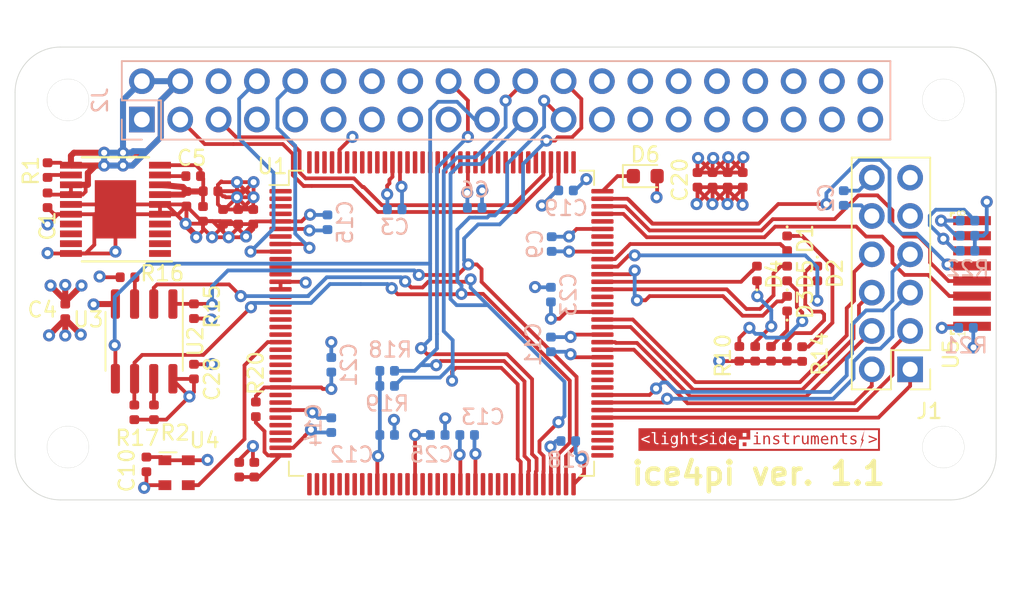
<source format=kicad_pcb>
(kicad_pcb (version 20171130) (host pcbnew 5.0.2+dfsg1-1)
  (layers (0 F.Cu signal) (1 In1.Cu power) (2 In2.Cu power) (31 B.Cu signal) (34 B.Paste user) (35 F.Paste user) (36 B.SilkS user) (37 F.SilkS user) (38 B.Mask user) (39 F.Mask user) (44 Edge.Cuts user))
  (net 0 "")
  (net 1 "Net-(U1-Pad1)")
  (net 2 "Net-(U1-Pad2)")
  (net 3 "Net-(U1-Pad3)")
  (net 4 "Net-(U1-Pad4)")
  (net 5 GND)
  (net 6 "Net-(U1-Pad7)")
  (net 7 "Net-(U1-Pad10)")
  (net 8 "Net-(U1-Pad11)")
  (net 9 "Net-(U1-Pad12)")
  (net 10 "Net-(U1-Pad15)")
  (net 11 "Net-(U1-Pad16)")
  (net 12 "Net-(U1-Pad17)")
  (net 13 "Net-(U1-Pad18)")
  (net 14 "Net-(U1-Pad19)")
  (net 15 "Net-(U1-Pad20)")
  (net 16 "Net-(U1-Pad22)")
  (net 17 "Net-(U1-Pad23)")
  (net 18 "Net-(U1-Pad24)")
  (net 19 "Net-(U1-Pad25)")
  (net 20 "Net-(U1-Pad26)")
  (net 21 "Net-(U1-Pad28)")
  (net 22 "Net-(U1-Pad29)")
  (net 23 "Net-(U1-Pad31)")
  (net 24 "Net-(U1-Pad32)")
  (net 25 "Net-(U1-Pad33)")
  (net 26 "Net-(U1-Pad34)")
  (net 27 "Net-(U1-Pad37)")
  (net 28 "Net-(U1-Pad38)")
  (net 29 "Net-(U1-Pad39)")
  (net 30 "Net-(U1-Pad40)")
  (net 31 "Net-(U1-Pad41)")
  (net 32 "Net-(U1-Pad42)")
  (net 33 "Net-(U1-Pad43)")
  (net 34 "Net-(U1-Pad44)")
  (net 35 "Net-(U1-Pad45)")
  (net 36 "Net-(U1-Pad47)")
  (net 37 "Net-(U1-Pad48)")
  (net 38 "Net-(U1-Pad49)")
  (net 39 "Net-(U1-Pad50)")
  (net 40 "Net-(U1-Pad52)")
  (net 41 "Net-(U1-Pad53)")
  (net 42 "Net-(U1-Pad54)")
  (net 43 "Net-(U1-Pad55)")
  (net 44 "Net-(U1-Pad56)")
  (net 45 "Net-(U1-Pad58)")
  (net 46 "Net-(U1-Pad60)")
  (net 47 "Net-(U1-Pad61)")
  (net 48 "Net-(U1-Pad62)")
  (net 49 "Net-(U1-Pad63)")
  (net 50 "Net-(U1-Pad64)")
  (net 51 "Net-(U1-Pad73)")
  (net 52 "Net-(U1-Pad74)")
  (net 53 "Net-(U1-Pad75)")
  (net 54 "Net-(U1-Pad76)")
  (net 55 "Net-(U1-Pad77)")
  (net 56 "Net-(U1-Pad82)")
  (net 57 "Net-(U1-Pad83)")
  (net 58 "Net-(U1-Pad84)")
  (net 59 "Net-(U1-Pad85)")
  (net 60 "Net-(U1-Pad93)")
  (net 61 "Net-(U1-Pad94)")
  (net 62 "Net-(U1-Pad101)")
  (net 63 "Net-(U1-Pad102)")
  (net 64 "Net-(U1-Pad104)")
  (net 65 "Net-(U1-Pad109)")
  (net 66 "Net-(U1-Pad110)")
  (net 67 "Net-(U1-Pad120)")
  (net 68 "Net-(U1-Pad121)")
  (net 69 "Net-(U1-Pad122)")
  (net 70 "Net-(U1-Pad124)")
  (net 71 "Net-(U1-Pad125)")
  (net 72 "Net-(U1-Pad126)")
  (net 73 "Net-(U1-Pad127)")
  (net 74 "Net-(U1-Pad128)")
  (net 75 "Net-(U1-Pad129)")
  (net 76 "Net-(U1-Pad130)")
  (net 77 "Net-(U1-Pad131)")
  (net 78 "Net-(U1-Pad134)")
  (net 79 "Net-(U1-Pad135)")
  (net 80 "Net-(U1-Pad136)")
  (net 81 "Net-(U1-Pad137)")
  (net 82 "Net-(U1-Pad138)")
  (net 83 "Net-(U1-Pad139)")
  (net 84 "Net-(U1-Pad141)")
  (net 85 "Net-(U1-Pad142)")
  (net 86 "Net-(U1-Pad143)")
  (net 87 "Net-(U1-Pad144)")
  (net 88 12MHz)
  (net 89 iCE_CDONE)
  (net 90 iCE_CREST)
  (net 91 iCE_MOSI)
  (net 92 iCE_MISO)
  (net 93 iCE_SCK)
  (net 94 iCE_SS_B)
  (net 95 "Net-(R1-Pad2)")
  (net 96 "Net-(R2-Pad2)")
  (net 97 +3V3)
  (net 98 +5V)
  (net 99 "Net-(C5-Pad2)")
  (net 100 "Net-(C5-Pad1)")
  (net 101 +1V2)
  (net 102 "Net-(C26-Pad1)")
  (net 103 LED4)
  (net 104 "Net-(D1-Pad1)")
  (net 105 "Net-(D2-Pad1)")
  (net 106 LED3)
  (net 107 "Net-(D3-Pad1)")
  (net 108 LED2)
  (net 109 LED1)
  (net 110 "Net-(D4-Pad1)")
  (net 111 "Net-(D5-Pad1)")
  (net 112 LED0)
  (net 113 PIO1_02)
  (net 114 PIO1_03)
  (net 115 PIO1_04)
  (net 116 PIO1_05)
  (net 117 PIO1_06)
  (net 118 PIO1_07)
  (net 119 PIO1_08)
  (net 120 PIO1_09)
  (net 121 "Net-(J2-Pad7)")
  (net 122 "Net-(J2-Pad11)")
  (net 123 "Net-(J2-Pad12)")
  (net 124 "Net-(J2-Pad13)")
  (net 125 "Net-(J2-Pad26)")
  (net 126 "Net-(J2-Pad27)")
  (net 127 "Net-(J2-Pad28)")
  (net 128 "Net-(J2-Pad29)")
  (net 129 "Net-(J2-Pad31)")
  (net 130 "Net-(J2-Pad32)")
  (net 131 "Net-(J2-Pad33)")
  (net 132 "Net-(J2-Pad35)")
  (net 133 "Net-(J2-Pad36)")
  (net 134 "Net-(J2-Pad37)")
  (net 135 "Net-(J2-Pad38)")
  (net 136 "Net-(J2-Pad40)")
  (net 137 "Net-(R16-Pad2)")
  (net 138 PIO0_09)
  (net 139 PIO0_08)
  (net 140 PIO0_07)
  (net 141 PIO0_06)
  (net 142 PIO0_05)
  (net 143 PIO0_04)
  (net 144 PIO0_03)
  (net 145 PIO0_02)
  (net 146 "Net-(D6-Pad1)")
  (net 147 RS232_Tx_TTL)
  (net 148 RS232_Rx_TTL)
  (net 149 IR_SD)
  (net 150 IR_RXD)
  (net 151 IR_TXD)
  (net 152 "Net-(R21-Pad1)")
  (net 153 "Net-(U5-Pad2)")
  (net 154 "Net-(C32-Pad1)")
  (net 155 "Net-(U5-Pad7)")
  (net 156 "Net-(C31-Pad2)")
  (net 157 "Net-(U3-Pad1)")
  (net 158 "Net-(U3-Pad2)")
  (net 159 "Net-(U3-Pad3)")
  (net 160 "Net-(U3-Pad4)")
  (net 161 "Net-(U3-Pad17)")
  (net 162 "Net-(U3-Pad18)")
  (net 163 "Net-(U3-Pad19)")
  (net 164 "Net-(J2-Pad16)")
  (net 165 "Net-(J2-Pad15)")
  (module ice4pi:PinSocket_2x20_P2.54mm_Vertical_1_04mm (layer B.Cu) (at 58.4 53.8 270)
    (fp_text reference J2 (at -1.27 2.77 270) (layer B.SilkS) (effects (justify mirror)))
    (fp_text value Raspberry_Pi_2_3)
    (pad 40 thru_hole oval (at -2.54 -48.26 270) (size 1.7 1.7) (drill 1.04) (layers *.Cu *.Mask) (net 136 "Net-(J2-Pad40)"))
    (pad 39 thru_hole oval (at 0 -48.26 270) (size 1.7 1.7) (drill 1.04) (layers *.Cu *.Mask) (net 5 GND))
    (pad 38 thru_hole oval (at -2.54 -45.72 270) (size 1.7 1.7) (drill 1.04) (layers *.Cu *.Mask) (net 135 "Net-(J2-Pad38)"))
    (pad 37 thru_hole oval (at 0 -45.72 270) (size 1.7 1.7) (drill 1.04) (layers *.Cu *.Mask) (net 134 "Net-(J2-Pad37)"))
    (pad 36 thru_hole oval (at -2.54 -43.18 270) (size 1.7 1.7) (drill 1.04) (layers *.Cu *.Mask) (net 133 "Net-(J2-Pad36)"))
    (pad 35 thru_hole oval (at 0 -43.18 270) (size 1.7 1.7) (drill 1.04) (layers *.Cu *.Mask) (net 132 "Net-(J2-Pad35)"))
    (pad 34 thru_hole oval (at -2.54 -40.64 270) (size 1.7 1.7) (drill 1.04) (layers *.Cu *.Mask) (net 5 GND))
    (pad 33 thru_hole oval (at 0 -40.64 270) (size 1.7 1.7) (drill 1.04) (layers *.Cu *.Mask) (net 131 "Net-(J2-Pad33)"))
    (pad 32 thru_hole oval (at -2.54 -38.1 270) (size 1.7 1.7) (drill 1.04) (layers *.Cu *.Mask) (net 130 "Net-(J2-Pad32)"))
    (pad 31 thru_hole oval (at 0 -38.1 270) (size 1.7 1.7) (drill 1.04) (layers *.Cu *.Mask) (net 129 "Net-(J2-Pad31)"))
    (pad 30 thru_hole oval (at -2.54 -35.56 270) (size 1.7 1.7) (drill 1.04) (layers *.Cu *.Mask) (net 5 GND))
    (pad 29 thru_hole oval (at 0 -35.56 270) (size 1.7 1.7) (drill 1.04) (layers *.Cu *.Mask) (net 128 "Net-(J2-Pad29)"))
    (pad 28 thru_hole oval (at -2.54 -33.02 270) (size 1.7 1.7) (drill 1.04) (layers *.Cu *.Mask) (net 127 "Net-(J2-Pad28)"))
    (pad 27 thru_hole oval (at 0 -33.02 270) (size 1.7 1.7) (drill 1.04) (layers *.Cu *.Mask) (net 126 "Net-(J2-Pad27)"))
    (pad 26 thru_hole oval (at -2.54 -30.48 270) (size 1.7 1.7) (drill 1.04) (layers *.Cu *.Mask) (net 125 "Net-(J2-Pad26)"))
    (pad 25 thru_hole oval (at 0 -30.48 270) (size 1.7 1.7) (drill 1.04) (layers *.Cu *.Mask) (net 5 GND))
    (pad 24 thru_hole oval (at -2.54 -27.94 270) (size 1.7 1.7) (drill 1.04) (layers *.Cu *.Mask) (net 94 iCE_SS_B))
    (pad 23 thru_hole oval (at 0 -27.94 270) (size 1.7 1.7) (drill 1.04) (layers *.Cu *.Mask) (net 93 iCE_SCK))
    (pad 22 thru_hole oval (at -2.54 -25.4 270) (size 1.7 1.7) (drill 1.04) (layers *.Cu *.Mask) (net 89 iCE_CDONE))
    (pad 21 thru_hole oval (at 0 -25.4 270) (size 1.7 1.7) (drill 1.04) (layers *.Cu *.Mask) (net 92 iCE_MISO))
    (pad 20 thru_hole oval (at -2.54 -22.86 270) (size 1.7 1.7) (drill 1.04) (layers *.Cu *.Mask) (net 5 GND))
    (pad 19 thru_hole oval (at 0 -22.86 270) (size 1.7 1.7) (drill 1.04) (layers *.Cu *.Mask) (net 91 iCE_MOSI))
    (pad 18 thru_hole oval (at -2.54 -20.32 270) (size 1.7 1.7) (drill 1.04) (layers *.Cu *.Mask) (net 90 iCE_CREST))
    (pad 17 thru_hole oval (at 0 -20.32 270) (size 1.7 1.7) (drill 1.04) (layers *.Cu *.Mask) (net 97 +3V3))
    (pad 16 thru_hole oval (at -2.54 -17.78 270) (size 1.7 1.7) (drill 1.04) (layers *.Cu *.Mask) (net 164 "Net-(J2-Pad16)"))
    (pad 15 thru_hole oval (at 0 -17.78 270) (size 1.7 1.7) (drill 1.04) (layers *.Cu *.Mask) (net 165 "Net-(J2-Pad15)"))
    (pad 14 thru_hole oval (at -2.54 -15.24 270) (size 1.7 1.7) (drill 1.04) (layers *.Cu *.Mask) (net 5 GND))
    (pad 13 thru_hole oval (at 0 -15.24 270) (size 1.7 1.7) (drill 1.04) (layers *.Cu *.Mask) (net 124 "Net-(J2-Pad13)"))
    (pad 12 thru_hole oval (at -2.54 -12.7 270) (size 1.7 1.7) (drill 1.04) (layers *.Cu *.Mask) (net 123 "Net-(J2-Pad12)"))
    (pad 11 thru_hole oval (at 0 -12.7 270) (size 1.7 1.7) (drill 1.04) (layers *.Cu *.Mask) (net 122 "Net-(J2-Pad11)"))
    (pad 10 thru_hole oval (at -2.54 -10.16 270) (size 1.7 1.7) (drill 1.04) (layers *.Cu *.Mask) (net 147 RS232_Tx_TTL))
    (pad 9 thru_hole oval (at 0 -10.16 270) (size 1.7 1.7) (drill 1.04) (layers *.Cu *.Mask) (net 5 GND))
    (pad 8 thru_hole oval (at -2.54 -7.62 270) (size 1.7 1.7) (drill 1.04) (layers *.Cu *.Mask) (net 148 RS232_Rx_TTL))
    (pad 7 thru_hole oval (at 0 -7.62 270) (size 1.7 1.7) (drill 1.04) (layers *.Cu *.Mask) (net 121 "Net-(J2-Pad7)"))
    (pad 6 thru_hole oval (at -2.54 -5.08 270) (size 1.7 1.7) (drill 1.04) (layers *.Cu *.Mask) (net 5 GND))
    (pad 5 thru_hole oval (at 0 -5.08 270) (size 1.7 1.7) (drill 1.04) (layers *.Cu *.Mask) (net 144 PIO0_03))
    (pad 4 thru_hole oval (at -2.54 -2.54 270) (size 1.7 1.7) (drill 1.04) (layers *.Cu *.Mask) (net 98 +5V))
    (pad 3 thru_hole oval (at 0 -2.54 270) (size 1.7 1.7) (drill 1.04) (layers *.Cu *.Mask) (net 145 PIO0_02))
    (pad 2 thru_hole oval (at -2.54 0 270) (size 1.7 1.7) (drill 1.04) (layers *.Cu *.Mask) (net 98 +5V))
    (pad 1 thru_hole rect (at 0 0 270) (size 1.7 1.7) (drill 1.04) (layers *.Cu *.Mask) (net 97 +3V3))
  )
  (module ice4pi:TFDU4101-TR3 (layer F.Cu) (at 113.4 64 90)
    (fp_text reference U5 (at -5.35 -1.4 270) (layer F.SilkS))
    (fp_text value TFDU4101-TR3)
    (fp_text user 8 (at 4 -0.7 90) (layer F.SilkS) (effects (font (size 0.5 0.5) (thickness 0.05))))
    (fp_text user 1 (at -4 -0.7 90) (layer F.SilkS) (effects (font (size 0.5 0.5) (thickness 0.05))))
    (pad 8 smd rect (at 3.5 0 90) (size 0.6 2.5) (layers F.Cu F.Paste F.Mask) (net 156 "Net-(C31-Pad2)"))
    (pad 7 smd rect (at 2.5 0 90) (size 0.6 2.5) (layers F.Cu F.Paste F.Mask) (net 155 "Net-(U5-Pad7)"))
    (pad 6 smd rect (at 1.5 0 90) (size 0.6 2.5) (layers F.Cu F.Paste F.Mask) (net 154 "Net-(C32-Pad1)"))
    (pad 5 smd rect (at 0.5 0 90) (size 0.6 2.5) (layers F.Cu F.Paste F.Mask) (net 149 IR_SD))
    (pad 4 smd rect (at -0.5 0 90) (size 0.6 2.5) (layers F.Cu F.Paste F.Mask) (net 150 IR_RXD))
    (pad 3 smd rect (at -1.5 0 90) (size 0.6 2.5) (layers F.Cu F.Paste F.Mask) (net 151 IR_TXD))
    (pad 2 smd rect (at -2.5 0 90) (size 0.6 2.5) (layers F.Cu F.Paste F.Mask) (net 153 "Net-(U5-Pad2)"))
    (pad 1 smd rect (at -3.5 0 90) (size 0.6 2.5) (layers F.Cu F.Paste F.Mask) (net 152 "Net-(R21-Pad1)"))
  )
  (module ice4pi:PinSocket_2x06_P2.54mm_Vertical_1to6_7to12 (layer F.Cu) (at 109.3 70.35 180)
    (fp_text reference J1 (at -1.27 -2.77 180) (layer F.SilkS))
    (fp_text value "Pmod 2x6")
    (pad 1 thru_hole rect (at 0 0 180) (size 1.7 1.7) (drill 1) (layers *.Cu *.Mask) (net 113 PIO1_02))
    (pad 7 thru_hole oval (at 2.54 0 180) (size 1.7 1.7) (drill 1) (layers *.Cu *.Mask) (net 117 PIO1_06))
    (pad 2 thru_hole oval (at 0 2.54 180) (size 1.7 1.7) (drill 1) (layers *.Cu *.Mask) (net 114 PIO1_03))
    (pad 8 thru_hole oval (at 2.54 2.54 180) (size 1.7 1.7) (drill 1) (layers *.Cu *.Mask) (net 118 PIO1_07))
    (pad 3 thru_hole oval (at 0 5.08 180) (size 1.7 1.7) (drill 1) (layers *.Cu *.Mask) (net 115 PIO1_04))
    (pad 9 thru_hole oval (at 2.54 5.08 180) (size 1.7 1.7) (drill 1) (layers *.Cu *.Mask) (net 119 PIO1_08))
    (pad 4 thru_hole oval (at 0 7.62 180) (size 1.7 1.7) (drill 1) (layers *.Cu *.Mask) (net 116 PIO1_05))
    (pad 10 thru_hole oval (at 2.54 7.62 180) (size 1.7 1.7) (drill 1) (layers *.Cu *.Mask) (net 120 PIO1_09))
    (pad 5 thru_hole oval (at 0 10.16 180) (size 1.7 1.7) (drill 1) (layers *.Cu *.Mask) (net 5 GND))
    (pad 11 thru_hole oval (at 2.54 10.16 180) (size 1.7 1.7) (drill 1) (layers *.Cu *.Mask) (net 5 GND))
    (pad 6 thru_hole oval (at 0 12.7 180) (size 1.7 1.7) (drill 1) (layers *.Cu *.Mask) (net 97 +3V3))
    (pad 12 thru_hole oval (at 2.54 12.7 180) (size 1.7 1.7) (drill 1) (layers *.Cu *.Mask) (net 97 +3V3))
  )
  (module Package_QFP:TQFP-144_20x20mm_P0.5mm (layer F.Cu) (at 78.25 67.3)
    (fp_text reference U1 (at -11.2 -10.4) (layer F.SilkS))
    (fp_text value ICE40HX1K-TQ144)
    (pad 144 smd roundrect (at -8.75 -10.6625) (size 0.3 1.475) (layers F.Cu F.Paste F.Mask) (net 87 "Net-(U1-Pad144)"))
    (pad 143 smd roundrect (at -8.25 -10.6625) (size 0.3 1.475) (layers F.Cu F.Paste F.Mask) (net 86 "Net-(U1-Pad143)"))
    (pad 142 smd roundrect (at -7.75 -10.6625) (size 0.3 1.475) (layers F.Cu F.Paste F.Mask) (net 85 "Net-(U1-Pad142)"))
    (pad 141 smd roundrect (at -7.25 -10.6625) (size 0.3 1.475) (layers F.Cu F.Paste F.Mask) (net 84 "Net-(U1-Pad141)"))
    (pad 140 smd roundrect (at -6.75 -10.6625) (size 0.3 1.475) (layers F.Cu F.Paste F.Mask) (net 5 GND))
    (pad 139 smd roundrect (at -6.25 -10.6625) (size 0.3 1.475) (layers F.Cu F.Paste F.Mask) (net 83 "Net-(U1-Pad139)"))
    (pad 138 smd roundrect (at -5.75 -10.6625) (size 0.3 1.475) (layers F.Cu F.Paste F.Mask) (net 82 "Net-(U1-Pad138)"))
    (pad 137 smd roundrect (at -5.25 -10.6625) (size 0.3 1.475) (layers F.Cu F.Paste F.Mask) (net 81 "Net-(U1-Pad137)"))
    (pad 136 smd roundrect (at -4.75 -10.6625) (size 0.3 1.475) (layers F.Cu F.Paste F.Mask) (net 80 "Net-(U1-Pad136)"))
    (pad 135 smd roundrect (at -4.25 -10.6625) (size 0.3 1.475) (layers F.Cu F.Paste F.Mask) (net 79 "Net-(U1-Pad135)"))
    (pad 134 smd roundrect (at -3.75 -10.6625) (size 0.3 1.475) (layers F.Cu F.Paste F.Mask) (net 78 "Net-(U1-Pad134)"))
    (pad 133 smd roundrect (at -3.25 -10.6625) (size 0.3 1.475) (layers F.Cu F.Paste F.Mask) (net 97 +3V3))
    (pad 132 smd roundrect (at -2.75 -10.6625) (size 0.3 1.475) (layers F.Cu F.Paste F.Mask) (net 5 GND))
    (pad 131 smd roundrect (at -2.25 -10.6625) (size 0.3 1.475) (layers F.Cu F.Paste F.Mask) (net 77 "Net-(U1-Pad131)"))
    (pad 130 smd roundrect (at -1.75 -10.6625) (size 0.3 1.475) (layers F.Cu F.Paste F.Mask) (net 76 "Net-(U1-Pad130)"))
    (pad 129 smd roundrect (at -1.25 -10.6625) (size 0.3 1.475) (layers F.Cu F.Paste F.Mask) (net 75 "Net-(U1-Pad129)"))
    (pad 128 smd roundrect (at -0.75 -10.6625) (size 0.3 1.475) (layers F.Cu F.Paste F.Mask) (net 74 "Net-(U1-Pad128)"))
    (pad 127 smd roundrect (at -0.25 -10.6625) (size 0.3 1.475) (layers F.Cu F.Paste F.Mask) (net 73 "Net-(U1-Pad127)"))
    (pad 126 smd roundrect (at 0.25 -10.6625) (size 0.3 1.475) (layers F.Cu F.Paste F.Mask) (net 72 "Net-(U1-Pad126)"))
    (pad 125 smd roundrect (at 0.75 -10.6625) (size 0.3 1.475) (layers F.Cu F.Paste F.Mask) (net 71 "Net-(U1-Pad125)"))
    (pad 124 smd roundrect (at 1.25 -10.6625) (size 0.3 1.475) (layers F.Cu F.Paste F.Mask) (net 70 "Net-(U1-Pad124)"))
    (pad 123 smd roundrect (at 1.75 -10.6625) (size 0.3 1.475) (layers F.Cu F.Paste F.Mask) (net 97 +3V3))
    (pad 122 smd roundrect (at 2.25 -10.6625) (size 0.3 1.475) (layers F.Cu F.Paste F.Mask) (net 69 "Net-(U1-Pad122)"))
    (pad 121 smd roundrect (at 2.75 -10.6625) (size 0.3 1.475) (layers F.Cu F.Paste F.Mask) (net 68 "Net-(U1-Pad121)"))
    (pad 120 smd roundrect (at 3.25 -10.6625) (size 0.3 1.475) (layers F.Cu F.Paste F.Mask) (net 67 "Net-(U1-Pad120)"))
    (pad 119 smd roundrect (at 3.75 -10.6625) (size 0.3 1.475) (layers F.Cu F.Paste F.Mask) (net 138 PIO0_09))
    (pad 118 smd roundrect (at 4.25 -10.6625) (size 0.3 1.475) (layers F.Cu F.Paste F.Mask) (net 139 PIO0_08))
    (pad 117 smd roundrect (at 4.75 -10.6625) (size 0.3 1.475) (layers F.Cu F.Paste F.Mask) (net 140 PIO0_07))
    (pad 116 smd roundrect (at 5.25 -10.6625) (size 0.3 1.475) (layers F.Cu F.Paste F.Mask) (net 141 PIO0_06))
    (pad 115 smd roundrect (at 5.75 -10.6625) (size 0.3 1.475) (layers F.Cu F.Paste F.Mask) (net 142 PIO0_05))
    (pad 114 smd roundrect (at 6.25 -10.6625) (size 0.3 1.475) (layers F.Cu F.Paste F.Mask) (net 143 PIO0_04))
    (pad 113 smd roundrect (at 6.75 -10.6625) (size 0.3 1.475) (layers F.Cu F.Paste F.Mask) (net 144 PIO0_03))
    (pad 112 smd roundrect (at 7.25 -10.6625) (size 0.3 1.475) (layers F.Cu F.Paste F.Mask) (net 145 PIO0_02))
    (pad 111 smd roundrect (at 7.75 -10.6625) (size 0.3 1.475) (layers F.Cu F.Paste F.Mask) (net 101 +1V2))
    (pad 110 smd roundrect (at 8.25 -10.6625) (size 0.3 1.475) (layers F.Cu F.Paste F.Mask) (net 66 "Net-(U1-Pad110)"))
    (pad 109 smd roundrect (at 8.75 -10.6625) (size 0.3 1.475) (layers F.Cu F.Paste F.Mask) (net 65 "Net-(U1-Pad109)"))
    (pad 108 smd roundrect (at 10.6625 -8.75) (size 1.475 0.3) (layers F.Cu F.Paste F.Mask) (net 146 "Net-(D6-Pad1)"))
    (pad 107 smd roundrect (at 10.6625 -8.25) (size 1.475 0.3) (layers F.Cu F.Paste F.Mask) (net 149 IR_SD))
    (pad 106 smd roundrect (at 10.6625 -7.75) (size 1.475 0.3) (layers F.Cu F.Paste F.Mask) (net 150 IR_RXD))
    (pad 105 smd roundrect (at 10.6625 -7.25) (size 1.475 0.3) (layers F.Cu F.Paste F.Mask) (net 151 IR_TXD))
    (pad 104 smd roundrect (at 10.6625 -6.75) (size 1.475 0.3) (layers F.Cu F.Paste F.Mask) (net 64 "Net-(U1-Pad104)"))
    (pad 103 smd roundrect (at 10.6625 -6.25) (size 1.475 0.3) (layers F.Cu F.Paste F.Mask) (net 5 GND))
    (pad 102 smd roundrect (at 10.6625 -5.75) (size 1.475 0.3) (layers F.Cu F.Paste F.Mask) (net 63 "Net-(U1-Pad102)"))
    (pad 101 smd roundrect (at 10.6625 -5.25) (size 1.475 0.3) (layers F.Cu F.Paste F.Mask) (net 62 "Net-(U1-Pad101)"))
    (pad 100 smd roundrect (at 10.6625 -4.75) (size 1.475 0.3) (layers F.Cu F.Paste F.Mask) (net 97 +3V3))
    (pad 99 smd roundrect (at 10.6625 -4.25) (size 1.475 0.3) (layers F.Cu F.Paste F.Mask) (net 112 LED0))
    (pad 98 smd roundrect (at 10.6625 -3.75) (size 1.475 0.3) (layers F.Cu F.Paste F.Mask) (net 109 LED1))
    (pad 97 smd roundrect (at 10.6625 -3.25) (size 1.475 0.3) (layers F.Cu F.Paste F.Mask) (net 108 LED2))
    (pad 96 smd roundrect (at 10.6625 -2.75) (size 1.475 0.3) (layers F.Cu F.Paste F.Mask) (net 106 LED3))
    (pad 95 smd roundrect (at 10.6625 -2.25) (size 1.475 0.3) (layers F.Cu F.Paste F.Mask) (net 103 LED4))
    (pad 94 smd roundrect (at 10.6625 -1.75) (size 1.475 0.3) (layers F.Cu F.Paste F.Mask) (net 61 "Net-(U1-Pad94)"))
    (pad 93 smd roundrect (at 10.6625 -1.25) (size 1.475 0.3) (layers F.Cu F.Paste F.Mask) (net 60 "Net-(U1-Pad93)"))
    (pad 92 smd roundrect (at 10.6625 -0.75) (size 1.475 0.3) (layers F.Cu F.Paste F.Mask) (net 101 +1V2))
    (pad 91 smd roundrect (at 10.6625 -0.25) (size 1.475 0.3) (layers F.Cu F.Paste F.Mask) (net 120 PIO1_09))
    (pad 90 smd roundrect (at 10.6625 0.25) (size 1.475 0.3) (layers F.Cu F.Paste F.Mask) (net 119 PIO1_08))
    (pad 89 smd roundrect (at 10.6625 0.75) (size 1.475 0.3) (layers F.Cu F.Paste F.Mask) (net 97 +3V3))
    (pad 88 smd roundrect (at 10.6625 1.25) (size 1.475 0.3) (layers F.Cu F.Paste F.Mask) (net 118 PIO1_07))
    (pad 87 smd roundrect (at 10.6625 1.75) (size 1.475 0.3) (layers F.Cu F.Paste F.Mask) (net 117 PIO1_06))
    (pad 86 smd roundrect (at 10.6625 2.25) (size 1.475 0.3) (layers F.Cu F.Paste F.Mask) (net 5 GND))
    (pad 85 smd roundrect (at 10.6625 2.75) (size 1.475 0.3) (layers F.Cu F.Paste F.Mask) (net 59 "Net-(U1-Pad85)"))
    (pad 84 smd roundrect (at 10.6625 3.25) (size 1.475 0.3) (layers F.Cu F.Paste F.Mask) (net 58 "Net-(U1-Pad84)"))
    (pad 83 smd roundrect (at 10.6625 3.75) (size 1.475 0.3) (layers F.Cu F.Paste F.Mask) (net 57 "Net-(U1-Pad83)"))
    (pad 82 smd roundrect (at 10.6625 4.25) (size 1.475 0.3) (layers F.Cu F.Paste F.Mask) (net 56 "Net-(U1-Pad82)"))
    (pad 81 smd roundrect (at 10.6625 4.75) (size 1.475 0.3) (layers F.Cu F.Paste F.Mask) (net 116 PIO1_05))
    (pad 80 smd roundrect (at 10.6625 5.25) (size 1.475 0.3) (layers F.Cu F.Paste F.Mask) (net 115 PIO1_04))
    (pad 79 smd roundrect (at 10.6625 5.75) (size 1.475 0.3) (layers F.Cu F.Paste F.Mask) (net 114 PIO1_03))
    (pad 78 smd roundrect (at 10.6625 6.25) (size 1.475 0.3) (layers F.Cu F.Paste F.Mask) (net 113 PIO1_02))
    (pad 77 smd roundrect (at 10.6625 6.75) (size 1.475 0.3) (layers F.Cu F.Paste F.Mask) (net 55 "Net-(U1-Pad77)"))
    (pad 76 smd roundrect (at 10.6625 7.25) (size 1.475 0.3) (layers F.Cu F.Paste F.Mask) (net 54 "Net-(U1-Pad76)"))
    (pad 75 smd roundrect (at 10.6625 7.75) (size 1.475 0.3) (layers F.Cu F.Paste F.Mask) (net 53 "Net-(U1-Pad75)"))
    (pad 74 smd roundrect (at 10.6625 8.25) (size 1.475 0.3) (layers F.Cu F.Paste F.Mask) (net 52 "Net-(U1-Pad74)"))
    (pad 73 smd roundrect (at 10.6625 8.75) (size 1.475 0.3) (layers F.Cu F.Paste F.Mask) (net 51 "Net-(U1-Pad73)"))
    (pad 72 smd roundrect (at 8.75 10.6625) (size 0.3 1.475) (layers F.Cu F.Paste F.Mask) (net 97 +3V3))
    (pad 71 smd roundrect (at 8.25 10.6625) (size 0.3 1.475) (layers F.Cu F.Paste F.Mask) (net 94 iCE_SS_B))
    (pad 70 smd roundrect (at 7.75 10.6625) (size 0.3 1.475) (layers F.Cu F.Paste F.Mask) (net 93 iCE_SCK))
    (pad 69 smd roundrect (at 7.25 10.6625) (size 0.3 1.475) (layers F.Cu F.Paste F.Mask) (net 5 GND))
    (pad 68 smd roundrect (at 6.75 10.6625) (size 0.3 1.475) (layers F.Cu F.Paste F.Mask) (net 92 iCE_MISO))
    (pad 67 smd roundrect (at 6.25 10.6625) (size 0.3 1.475) (layers F.Cu F.Paste F.Mask) (net 91 iCE_MOSI))
    (pad 66 smd roundrect (at 5.75 10.6625) (size 0.3 1.475) (layers F.Cu F.Paste F.Mask) (net 90 iCE_CREST))
    (pad 65 smd roundrect (at 5.25 10.6625) (size 0.3 1.475) (layers F.Cu F.Paste F.Mask) (net 89 iCE_CDONE))
    (pad 64 smd roundrect (at 4.75 10.6625) (size 0.3 1.475) (layers F.Cu F.Paste F.Mask) (net 50 "Net-(U1-Pad64)"))
    (pad 63 smd roundrect (at 4.25 10.6625) (size 0.3 1.475) (layers F.Cu F.Paste F.Mask) (net 49 "Net-(U1-Pad63)"))
    (pad 62 smd roundrect (at 3.75 10.6625) (size 0.3 1.475) (layers F.Cu F.Paste F.Mask) (net 48 "Net-(U1-Pad62)"))
    (pad 61 smd roundrect (at 3.25 10.6625) (size 0.3 1.475) (layers F.Cu F.Paste F.Mask) (net 47 "Net-(U1-Pad61)"))
    (pad 60 smd roundrect (at 2.75 10.6625) (size 0.3 1.475) (layers F.Cu F.Paste F.Mask) (net 46 "Net-(U1-Pad60)"))
    (pad 59 smd roundrect (at 2.25 10.6625) (size 0.3 1.475) (layers F.Cu F.Paste F.Mask) (net 5 GND))
    (pad 58 smd roundrect (at 1.75 10.6625) (size 0.3 1.475) (layers F.Cu F.Paste F.Mask) (net 45 "Net-(U1-Pad58)"))
    (pad 57 smd roundrect (at 1.25 10.6625) (size 0.3 1.475) (layers F.Cu F.Paste F.Mask) (net 97 +3V3))
    (pad 56 smd roundrect (at 0.75 10.6625) (size 0.3 1.475) (layers F.Cu F.Paste F.Mask) (net 44 "Net-(U1-Pad56)"))
    (pad 55 smd roundrect (at 0.25 10.6625) (size 0.3 1.475) (layers F.Cu F.Paste F.Mask) (net 43 "Net-(U1-Pad55)"))
    (pad 54 smd roundrect (at -0.25 10.6625) (size 0.3 1.475) (layers F.Cu F.Paste F.Mask) (net 42 "Net-(U1-Pad54)"))
    (pad 53 smd roundrect (at -0.75 10.6625) (size 0.3 1.475) (layers F.Cu F.Paste F.Mask) (net 41 "Net-(U1-Pad53)"))
    (pad 52 smd roundrect (at -1.25 10.6625) (size 0.3 1.475) (layers F.Cu F.Paste F.Mask) (net 40 "Net-(U1-Pad52)"))
    (pad 51 smd roundrect (at -1.75 10.6625) (size 0.3 1.475) (layers F.Cu F.Paste F.Mask) (net 101 +1V2))
    (pad 50 smd roundrect (at -2.25 10.6625) (size 0.3 1.475) (layers F.Cu F.Paste F.Mask) (net 39 "Net-(U1-Pad50)"))
    (pad 49 smd roundrect (at -2.75 10.6625) (size 0.3 1.475) (layers F.Cu F.Paste F.Mask) (net 38 "Net-(U1-Pad49)"))
    (pad 48 smd roundrect (at -3.25 10.6625) (size 0.3 1.475) (layers F.Cu F.Paste F.Mask) (net 37 "Net-(U1-Pad48)"))
    (pad 47 smd roundrect (at -3.75 10.6625) (size 0.3 1.475) (layers F.Cu F.Paste F.Mask) (net 36 "Net-(U1-Pad47)"))
    (pad 46 smd roundrect (at -4.25 10.6625) (size 0.3 1.475) (layers F.Cu F.Paste F.Mask) (net 97 +3V3))
    (pad 45 smd roundrect (at -4.75 10.6625) (size 0.3 1.475) (layers F.Cu F.Paste F.Mask) (net 35 "Net-(U1-Pad45)"))
    (pad 44 smd roundrect (at -5.25 10.6625) (size 0.3 1.475) (layers F.Cu F.Paste F.Mask) (net 34 "Net-(U1-Pad44)"))
    (pad 43 smd roundrect (at -5.75 10.6625) (size 0.3 1.475) (layers F.Cu F.Paste F.Mask) (net 33 "Net-(U1-Pad43)"))
    (pad 42 smd roundrect (at -6.25 10.6625) (size 0.3 1.475) (layers F.Cu F.Paste F.Mask) (net 32 "Net-(U1-Pad42)"))
    (pad 41 smd roundrect (at -6.75 10.6625) (size 0.3 1.475) (layers F.Cu F.Paste F.Mask) (net 31 "Net-(U1-Pad41)"))
    (pad 40 smd roundrect (at -7.25 10.6625) (size 0.3 1.475) (layers F.Cu F.Paste F.Mask) (net 30 "Net-(U1-Pad40)"))
    (pad 39 smd roundrect (at -7.75 10.6625) (size 0.3 1.475) (layers F.Cu F.Paste F.Mask) (net 29 "Net-(U1-Pad39)"))
    (pad 38 smd roundrect (at -8.25 10.6625) (size 0.3 1.475) (layers F.Cu F.Paste F.Mask) (net 28 "Net-(U1-Pad38)"))
    (pad 37 smd roundrect (at -8.75 10.6625) (size 0.3 1.475) (layers F.Cu F.Paste F.Mask) (net 27 "Net-(U1-Pad37)"))
    (pad 36 smd roundrect (at -10.6625 8.75) (size 1.475 0.3) (layers F.Cu F.Paste F.Mask) (net 102 "Net-(C26-Pad1)"))
    (pad 35 smd roundrect (at -10.6625 8.25) (size 1.475 0.3) (layers F.Cu F.Paste F.Mask) (net 5 GND))
    (pad 34 smd roundrect (at -10.6625 7.75) (size 1.475 0.3) (layers F.Cu F.Paste F.Mask) (net 26 "Net-(U1-Pad34)"))
    (pad 33 smd roundrect (at -10.6625 7.25) (size 1.475 0.3) (layers F.Cu F.Paste F.Mask) (net 25 "Net-(U1-Pad33)"))
    (pad 32 smd roundrect (at -10.6625 6.75) (size 1.475 0.3) (layers F.Cu F.Paste F.Mask) (net 24 "Net-(U1-Pad32)"))
    (pad 31 smd roundrect (at -10.6625 6.25) (size 1.475 0.3) (layers F.Cu F.Paste F.Mask) (net 23 "Net-(U1-Pad31)"))
    (pad 30 smd roundrect (at -10.6625 5.75) (size 1.475 0.3) (layers F.Cu F.Paste F.Mask) (net 97 +3V3))
    (pad 29 smd roundrect (at -10.6625 5.25) (size 1.475 0.3) (layers F.Cu F.Paste F.Mask) (net 22 "Net-(U1-Pad29)"))
    (pad 28 smd roundrect (at -10.6625 4.75) (size 1.475 0.3) (layers F.Cu F.Paste F.Mask) (net 21 "Net-(U1-Pad28)"))
    (pad 27 smd roundrect (at -10.6625 4.25) (size 1.475 0.3) (layers F.Cu F.Paste F.Mask) (net 101 +1V2))
    (pad 26 smd roundrect (at -10.6625 3.75) (size 1.475 0.3) (layers F.Cu F.Paste F.Mask) (net 20 "Net-(U1-Pad26)"))
    (pad 25 smd roundrect (at -10.6625 3.25) (size 1.475 0.3) (layers F.Cu F.Paste F.Mask) (net 19 "Net-(U1-Pad25)"))
    (pad 24 smd roundrect (at -10.6625 2.75) (size 1.475 0.3) (layers F.Cu F.Paste F.Mask) (net 18 "Net-(U1-Pad24)"))
    (pad 23 smd roundrect (at -10.6625 2.25) (size 1.475 0.3) (layers F.Cu F.Paste F.Mask) (net 17 "Net-(U1-Pad23)"))
    (pad 22 smd roundrect (at -10.6625 1.75) (size 1.475 0.3) (layers F.Cu F.Paste F.Mask) (net 16 "Net-(U1-Pad22)"))
    (pad 21 smd roundrect (at -10.6625 1.25) (size 1.475 0.3) (layers F.Cu F.Paste F.Mask) (net 88 12MHz))
    (pad 20 smd roundrect (at -10.6625 0.75) (size 1.475 0.3) (layers F.Cu F.Paste F.Mask) (net 15 "Net-(U1-Pad20)"))
    (pad 19 smd roundrect (at -10.6625 0.25) (size 1.475 0.3) (layers F.Cu F.Paste F.Mask) (net 14 "Net-(U1-Pad19)"))
    (pad 18 smd roundrect (at -10.6625 -0.25) (size 1.475 0.3) (layers F.Cu F.Paste F.Mask) (net 13 "Net-(U1-Pad18)"))
    (pad 17 smd roundrect (at -10.6625 -0.75) (size 1.475 0.3) (layers F.Cu F.Paste F.Mask) (net 12 "Net-(U1-Pad17)"))
    (pad 16 smd roundrect (at -10.6625 -1.25) (size 1.475 0.3) (layers F.Cu F.Paste F.Mask) (net 11 "Net-(U1-Pad16)"))
    (pad 15 smd roundrect (at -10.6625 -1.75) (size 1.475 0.3) (layers F.Cu F.Paste F.Mask) (net 10 "Net-(U1-Pad15)"))
    (pad 14 smd roundrect (at -10.6625 -2.25) (size 1.475 0.3) (layers F.Cu F.Paste F.Mask) (net 5 GND))
    (pad 13 smd roundrect (at -10.6625 -2.75) (size 1.475 0.3) (layers F.Cu F.Paste F.Mask) (net 5 GND))
    (pad 12 smd roundrect (at -10.6625 -3.25) (size 1.475 0.3) (layers F.Cu F.Paste F.Mask) (net 9 "Net-(U1-Pad12)"))
    (pad 11 smd roundrect (at -10.6625 -3.75) (size 1.475 0.3) (layers F.Cu F.Paste F.Mask) (net 8 "Net-(U1-Pad11)"))
    (pad 10 smd roundrect (at -10.6625 -4.25) (size 1.475 0.3) (layers F.Cu F.Paste F.Mask) (net 7 "Net-(U1-Pad10)"))
    (pad 9 smd roundrect (at -10.6625 -4.75) (size 1.475 0.3) (layers F.Cu F.Paste F.Mask) (net 148 RS232_Rx_TTL))
    (pad 8 smd roundrect (at -10.6625 -5.25) (size 1.475 0.3) (layers F.Cu F.Paste F.Mask) (net 147 RS232_Tx_TTL))
    (pad 7 smd roundrect (at -10.6625 -5.75) (size 1.475 0.3) (layers F.Cu F.Paste F.Mask) (net 6 "Net-(U1-Pad7)"))
    (pad 6 smd roundrect (at -10.6625 -6.25) (size 1.475 0.3) (layers F.Cu F.Paste F.Mask) (net 97 +3V3))
    (pad 5 smd roundrect (at -10.6625 -6.75) (size 1.475 0.3) (layers F.Cu F.Paste F.Mask) (net 5 GND))
    (pad 4 smd roundrect (at -10.6625 -7.25) (size 1.475 0.3) (layers F.Cu F.Paste F.Mask) (net 4 "Net-(U1-Pad4)"))
    (pad 3 smd roundrect (at -10.6625 -7.75) (size 1.475 0.3) (layers F.Cu F.Paste F.Mask) (net 3 "Net-(U1-Pad3)"))
    (pad 2 smd roundrect (at -10.6625 -8.25) (size 1.475 0.3) (layers F.Cu F.Paste F.Mask) (net 2 "Net-(U1-Pad2)"))
    (pad 1 smd roundrect (at -10.6625 -8.75) (size 1.475 0.3) (layers F.Cu F.Paste F.Mask) (net 1 "Net-(U1-Pad1)"))
  )
  (module Capacitor_SMD:C_0402_1005Metric (layer B.Cu) (at 86.5 58.5)
    (fp_text reference C19 (at 0 1.17) (layer B.SilkS) (effects (justify mirror)))
    (fp_text value 0.1uF)
    (pad 2 smd roundrect (at 0.485 0) (size 0.59 0.64) (layers B.Cu B.Paste B.Mask) (net 5 GND))
    (pad 1 smd roundrect (at -0.485 0) (size 0.59 0.64) (layers B.Cu B.Paste B.Mask) (net 101 +1V2))
  )
  (module Capacitor_SMD:C_0402_1005Metric (layer B.Cu) (at 113.1 61.5 180)
    (fp_text reference C31 hide)
    (fp_text value 4.7uF)
    (pad 1 smd roundrect (at -0.485 0 180) (size 0.59 0.64) (layers B.Cu B.Paste B.Mask) (net 97 +3V3))
    (pad 2 smd roundrect (at 0.485 0 180) (size 0.59 0.64) (layers B.Cu B.Paste B.Mask) (net 156 "Net-(C31-Pad2)"))
  )
  (module Capacitor_SMD:C_0402_1005Metric (layer F.Cu) (at 65.85 77 90)
    (fp_text reference C30 hide)
    (fp_text value 10uF)
    (pad 1 smd roundrect (at -0.485 0 90) (size 0.59 0.64) (layers F.Cu F.Paste F.Mask) (net 102 "Net-(C26-Pad1)"))
    (pad 2 smd roundrect (at 0.485 0 90) (size 0.59 0.64) (layers F.Cu F.Paste F.Mask) (net 5 GND))
  )
  (module Capacitor_SMD:C_0402_1005Metric (layer B.Cu) (at 113.1 60.5 180)
    (fp_text reference C32 hide)
    (fp_text value 0.1uF)
    (pad 2 smd roundrect (at 0.485 0 180) (size 0.59 0.64) (layers B.Cu B.Paste B.Mask) (net 156 "Net-(C31-Pad2)"))
    (pad 1 smd roundrect (at -0.485 0 180) (size 0.59 0.64) (layers B.Cu B.Paste B.Mask) (net 154 "Net-(C32-Pad1)"))
  )
  (module Resistor_SMD:R_0402_1005Metric (layer B.Cu) (at 113 67.6)
    (fp_text reference R21 (at 0 1.17) (layer B.SilkS) (effects (justify mirror)))
    (fp_text value 47)
    (pad 1 smd roundrect (at -0.485 0) (size 0.59 0.64) (layers B.Cu B.Paste B.Mask) (net 152 "Net-(R21-Pad1)"))
    (pad 2 smd roundrect (at 0.485 0) (size 0.59 0.64) (layers B.Cu B.Paste B.Mask) (net 97 +3V3))
  )
  (module Resistor_SMD:R_0402_1005Metric (layer B.Cu) (at 113.1 62.5)
    (fp_text reference R22 (at 0 1.17) (layer B.SilkS) (effects (justify mirror)))
    (fp_text value 47)
    (pad 2 smd roundrect (at 0.485 0) (size 0.59 0.64) (layers B.Cu B.Paste B.Mask) (net 97 +3V3))
    (pad 1 smd roundrect (at -0.485 0) (size 0.59 0.64) (layers B.Cu B.Paste B.Mask) (net 154 "Net-(C32-Pad1)"))
  )
  (module ice4pi:TSSOP-20_4.4x6.5mm_P0.65mm (layer F.Cu) (at 56.65 59.75 180)
    (fp_text reference U3 (at 1.8 -7.3 180) (layer F.SilkS))
    (fp_text value LT3030)
    (pad 1 smd rect (at -2.95 -2.925 180) (size 1.45 0.45) (layers F.Cu F.Paste F.Mask) (net 157 "Net-(U3-Pad1)"))
    (pad 2 smd rect (at -2.95 -2.275 180) (size 1.45 0.45) (layers F.Cu F.Paste F.Mask) (net 158 "Net-(U3-Pad2)"))
    (pad 3 smd rect (at -2.95 -1.625 180) (size 1.45 0.45) (layers F.Cu F.Paste F.Mask) (net 159 "Net-(U3-Pad3)"))
    (pad 4 smd rect (at -2.95 -0.975 180) (size 1.45 0.45) (layers F.Cu F.Paste F.Mask) (net 160 "Net-(U3-Pad4)"))
    (pad 5 smd rect (at -2.95 -0.325 180) (size 1.45 0.45) (layers F.Cu F.Paste F.Mask) (net 5 GND))
    (pad 6 smd rect (at -2.95 0.325 180) (size 1.45 0.45) (layers F.Cu F.Paste F.Mask) (net 5 GND))
    (pad 7 smd rect (at -2.95 0.975 180) (size 1.45 0.45) (layers F.Cu F.Paste F.Mask) (net 100 "Net-(C5-Pad1)"))
    (pad 8 smd rect (at -2.95 1.625 180) (size 1.45 0.45) (layers F.Cu F.Paste F.Mask) (net 100 "Net-(C5-Pad1)"))
    (pad 9 smd rect (at -2.95 2.275 180) (size 1.45 0.45) (layers F.Cu F.Paste F.Mask) (net 99 "Net-(C5-Pad2)"))
    (pad 10 smd rect (at -2.95 2.925 180) (size 1.45 0.45) (layers F.Cu F.Paste F.Mask) (net 100 "Net-(C5-Pad1)"))
    (pad 11 smd rect (at 2.95 2.925 180) (size 1.45 0.45) (layers F.Cu F.Paste F.Mask) (net 98 +5V))
    (pad 12 smd rect (at 2.95 2.275 180) (size 1.45 0.45) (layers F.Cu F.Paste F.Mask) (net 95 "Net-(R1-Pad2)"))
    (pad 13 smd rect (at 2.95 1.625 180) (size 1.45 0.45) (layers F.Cu F.Paste F.Mask) (net 98 +5V))
    (pad 14 smd rect (at 2.95 0.975 180) (size 1.45 0.45) (layers F.Cu F.Paste F.Mask) (net 98 +5V))
    (pad 15 smd rect (at 2.95 0.325 180) (size 1.45 0.45) (layers F.Cu F.Paste F.Mask) (net 5 GND))
    (pad 16 smd rect (at 2.95 -0.325 180) (size 1.45 0.45) (layers F.Cu F.Paste F.Mask) (net 5 GND))
    (pad 17 smd rect (at 2.95 -0.975 180) (size 1.45 0.45) (layers F.Cu F.Paste F.Mask) (net 161 "Net-(U3-Pad17)"))
    (pad 18 smd rect (at 2.95 -1.625 180) (size 1.45 0.45) (layers F.Cu F.Paste F.Mask) (net 162 "Net-(U3-Pad18)"))
    (pad 19 smd rect (at 2.95 -2.275 180) (size 1.45 0.45) (layers F.Cu F.Paste F.Mask) (net 163 "Net-(U3-Pad19)"))
    (pad 20 smd rect (at 2.95 -2.925 180) (size 1.45 0.45) (layers F.Cu F.Paste F.Mask) (net 5 GND))
    (pad 21 smd rect (at 0 0 180) (size 2.74 3.86) (layers F.Cu F.Paste F.Mask) (net 5 GND))
  )
  (module Package_SO:SOIC-8_3.9x4.9mm_P1.27mm (layer F.Cu) (at 58.55 68.5 270)
    (fp_text reference U2 (at 0 -3.4 270) (layer F.SilkS))
    (fp_text value "W25Q32JVSSIQ(SOIC-8_208mil)")
    (pad 1 smd roundrect (at -2.475 -1.905 270) (size 1.95 0.6) (layers F.Cu F.Paste F.Mask) (net 94 iCE_SS_B))
    (pad 2 smd roundrect (at -2.475 -0.635 270) (size 1.95 0.6) (layers F.Cu F.Paste F.Mask) (net 92 iCE_MISO))
    (pad 3 smd roundrect (at -2.475 0.635 270) (size 1.95 0.6) (layers F.Cu F.Paste F.Mask) (net 137 "Net-(R16-Pad2)"))
    (pad 4 smd roundrect (at -2.475 1.905 270) (size 1.95 0.6) (layers F.Cu F.Paste F.Mask) (net 5 GND))
    (pad 5 smd roundrect (at 2.475 1.905 270) (size 1.95 0.6) (layers F.Cu F.Paste F.Mask) (net 91 iCE_MOSI))
    (pad 6 smd roundrect (at 2.475 0.635 270) (size 1.95 0.6) (layers F.Cu F.Paste F.Mask) (net 93 iCE_SCK))
    (pad 7 smd roundrect (at 2.475 -0.635 270) (size 1.95 0.6) (layers F.Cu F.Paste F.Mask) (net 96 "Net-(R2-Pad2)"))
    (pad 8 smd roundrect (at 2.475 -1.905 270) (size 1.95 0.6) (layers F.Cu F.Paste F.Mask) (net 97 +3V3))
  )
  (module Capacitor_SMD:C_0402_1005Metric (layer F.Cu) (at 52.15 59.15 270)
    (fp_text reference C1 (at 1.7 0 270) (layer F.SilkS))
    (fp_text value 10uF)
    (pad 1 smd roundrect (at -0.485 0 270) (size 0.59 0.64) (layers F.Cu F.Paste F.Mask) (net 98 +5V))
    (pad 2 smd roundrect (at 0.485 0 270) (size 0.59 0.64) (layers F.Cu F.Paste F.Mask) (net 5 GND))
  )
  (module Capacitor_SMD:C_0402_1005Metric (layer B.Cu) (at 104.9 59 270)
    (fp_text reference C2 (at 0 1.17 270) (layer B.SilkS) (effects (justify mirror)))
    (fp_text value 0.1uF)
    (pad 2 smd roundrect (at 0.485 0 270) (size 0.59 0.64) (layers B.Cu B.Paste B.Mask) (net 5 GND))
    (pad 1 smd roundrect (at -0.485 0 270) (size 0.59 0.64) (layers B.Cu B.Paste B.Mask) (net 97 +3V3))
  )
  (module Capacitor_SMD:C_0402_1005Metric (layer B.Cu) (at 75.15 59.75)
    (fp_text reference C3 (at 0 1.17) (layer B.SilkS) (effects (justify mirror)))
    (fp_text value 0.1uF)
    (pad 1 smd roundrect (at -0.485 0) (size 0.59 0.64) (layers B.Cu B.Paste B.Mask) (net 97 +3V3))
    (pad 2 smd roundrect (at 0.485 0) (size 0.59 0.64) (layers B.Cu B.Paste B.Mask) (net 5 GND))
  )
  (module Capacitor_SMD:C_0402_1005Metric (layer F.Cu) (at 53.323456 66.510966 270)
    (fp_text reference C4 (at -0.110966 1.523456) (layer F.SilkS))
    (fp_text value 10uF)
    (pad 1 smd roundrect (at -0.485 0 270) (size 0.59 0.64) (layers F.Cu F.Paste F.Mask) (net 97 +3V3))
    (pad 2 smd roundrect (at 0.485 0 270) (size 0.59 0.64) (layers F.Cu F.Paste F.Mask) (net 5 GND))
  )
  (module Capacitor_SMD:C_0402_1005Metric (layer F.Cu) (at 61.8 57.55 180)
    (fp_text reference C5 (at 0.1 1.2 180) (layer F.SilkS))
    (fp_text value 0.01uF)
    (pad 2 smd roundrect (at 0.485 0 180) (size 0.59 0.64) (layers F.Cu F.Paste F.Mask) (net 99 "Net-(C5-Pad2)"))
    (pad 1 smd roundrect (at -0.485 0 180) (size 0.59 0.64) (layers F.Cu F.Paste F.Mask) (net 100 "Net-(C5-Pad1)"))
  )
  (module Capacitor_SMD:C_0402_1005Metric (layer B.Cu) (at 80.45 59.65)
    (fp_text reference C6 (at 0 -1.2) (layer B.SilkS) (effects (justify mirror)))
    (fp_text value 0.01uF)
    (pad 2 smd roundrect (at 0.485 0) (size 0.59 0.64) (layers B.Cu B.Paste B.Mask) (net 5 GND))
    (pad 1 smd roundrect (at -0.485 0) (size 0.59 0.64) (layers B.Cu B.Paste B.Mask) (net 97 +3V3))
  )
  (module Capacitor_SMD:C_0402_1005Metric (layer F.Cu) (at 61.35 59.05 270)
    (fp_text reference C8 hide)
    (fp_text value 4.7uF)
    (pad 2 smd roundrect (at 0.485 0 270) (size 0.59 0.64) (layers F.Cu F.Paste F.Mask) (net 5 GND))
    (pad 1 smd roundrect (at -0.485 0 270) (size 0.59 0.64) (layers F.Cu F.Paste F.Mask) (net 100 "Net-(C5-Pad1)"))
  )
  (module Capacitor_SMD:C_0402_1005Metric (layer B.Cu) (at 85.55 62.05 90)
    (fp_text reference C9 (at 0 -1.1 90) (layer B.SilkS) (effects (justify mirror)))
    (fp_text value 0.1uF)
    (pad 1 smd roundrect (at -0.485 0 90) (size 0.59 0.64) (layers B.Cu B.Paste B.Mask) (net 97 +3V3))
    (pad 2 smd roundrect (at 0.485 0 90) (size 0.59 0.64) (layers B.Cu B.Paste B.Mask) (net 5 GND))
  )
  (module Capacitor_SMD:C_0402_1005Metric (layer F.Cu) (at 58.7 76.65 270)
    (fp_text reference C10 (at 0.4 1.3 270) (layer F.SilkS))
    (fp_text value 0.01uF)
    (pad 2 smd roundrect (at 0.485 0 270) (size 0.59 0.64) (layers F.Cu F.Paste F.Mask) (net 5 GND))
    (pad 1 smd roundrect (at -0.485 0 270) (size 0.59 0.64) (layers F.Cu F.Paste F.Mask) (net 97 +3V3))
  )
  (module Capacitor_SMD:C_0402_1005Metric (layer B.Cu) (at 85.5 68.7 270)
    (fp_text reference C11 (at 0 1.17 270) (layer B.SilkS) (effects (justify mirror)))
    (fp_text value 0.01uF)
    (pad 2 smd roundrect (at 0.485 0 270) (size 0.59 0.64) (layers B.Cu B.Paste B.Mask) (net 5 GND))
    (pad 1 smd roundrect (at -0.485 0 270) (size 0.59 0.64) (layers B.Cu B.Paste B.Mask) (net 97 +3V3))
  )
  (module Capacitor_SMD:C_0402_1005Metric (layer B.Cu) (at 74.65 74.7)
    (fp_text reference C12 (at -2.35 1.3) (layer B.SilkS) (effects (justify mirror)))
    (fp_text value 0.1uF)
    (pad 2 smd roundrect (at 0.485 0) (size 0.59 0.64) (layers B.Cu B.Paste B.Mask) (net 5 GND))
    (pad 1 smd roundrect (at -0.485 0) (size 0.59 0.64) (layers B.Cu B.Paste B.Mask) (net 97 +3V3))
  )
  (module Capacitor_SMD:C_0402_1005Metric (layer B.Cu) (at 79.95 74.7)
    (fp_text reference C13 (at 1.05 -1.2) (layer B.SilkS) (effects (justify mirror)))
    (fp_text value 0.01uF)
    (pad 2 smd roundrect (at 0.485 0) (size 0.59 0.64) (layers B.Cu B.Paste B.Mask) (net 5 GND))
    (pad 1 smd roundrect (at -0.485 0) (size 0.59 0.64) (layers B.Cu B.Paste B.Mask) (net 97 +3V3))
  )
  (module Capacitor_SMD:C_0402_1005Metric (layer B.Cu) (at 70.95 74.05 270)
    (fp_text reference C14 (at 0 1.17 270) (layer B.SilkS) (effects (justify mirror)))
    (fp_text value 0.1uF)
    (pad 1 smd roundrect (at -0.485 0 270) (size 0.59 0.64) (layers B.Cu B.Paste B.Mask) (net 97 +3V3))
    (pad 2 smd roundrect (at 0.485 0 270) (size 0.59 0.64) (layers B.Cu B.Paste B.Mask) (net 5 GND))
  )
  (module Capacitor_SMD:C_0402_1005Metric (layer B.Cu) (at 70.697006 60.60592 90)
    (fp_text reference C15 (at 0 1.17 90) (layer B.SilkS) (effects (justify mirror)))
    (fp_text value 0.01uF)
    (pad 1 smd roundrect (at -0.485 0 90) (size 0.59 0.64) (layers B.Cu B.Paste B.Mask) (net 97 +3V3))
    (pad 2 smd roundrect (at 0.485 0 90) (size 0.59 0.64) (layers B.Cu B.Paste B.Mask) (net 5 GND))
  )
  (module Capacitor_SMD:C_0402_1005Metric (layer F.Cu) (at 65.779546 60.244888 270)
    (fp_text reference C16 hide)
    (fp_text value 10uF)
    (pad 2 smd roundrect (at 0.485 0 270) (size 0.59 0.64) (layers F.Cu F.Paste F.Mask) (net 5 GND))
    (pad 1 smd roundrect (at -0.485 0 270) (size 0.59 0.64) (layers F.Cu F.Paste F.Mask) (net 101 +1V2))
  )
  (module Capacitor_SMD:C_0402_1005Metric (layer F.Cu) (at 64.779546 60.244888 270)
    (fp_text reference C17 hide)
    (fp_text value "1 uF")
    (pad 1 smd roundrect (at -0.485 0 270) (size 0.59 0.64) (layers F.Cu F.Paste F.Mask) (net 101 +1V2))
    (pad 2 smd roundrect (at 0.485 0 270) (size 0.59 0.64) (layers F.Cu F.Paste F.Mask) (net 5 GND))
  )
  (module Capacitor_SMD:C_0402_1005Metric (layer B.Cu) (at 86.65 75.1 180)
    (fp_text reference C18 (at -0.05 -1.25 180) (layer B.SilkS) (effects (justify mirror)))
    (fp_text value 0.1uF)
    (pad 2 smd roundrect (at 0.485 0 180) (size 0.59 0.64) (layers B.Cu B.Paste B.Mask) (net 5 GND))
    (pad 1 smd roundrect (at -0.485 0 180) (size 0.59 0.64) (layers B.Cu B.Paste B.Mask) (net 97 +3V3))
  )
  (module Capacitor_SMD:C_0402_1005Metric (layer F.Cu) (at 95.210392 57.797011 90)
    (fp_text reference C20 (at 0 -1.17 90) (layer F.SilkS))
    (fp_text value 10uF)
    (pad 1 smd roundrect (at -0.485 0 90) (size 0.59 0.64) (layers F.Cu F.Paste F.Mask) (net 97 +3V3))
    (pad 2 smd roundrect (at 0.485 0 90) (size 0.59 0.64) (layers F.Cu F.Paste F.Mask) (net 5 GND))
  )
  (module Capacitor_SMD:C_0402_1005Metric (layer B.Cu) (at 70.95 70.05 90)
    (fp_text reference C21 (at 0 1.17 90) (layer B.SilkS) (effects (justify mirror)))
    (fp_text value 0.1uF)
    (pad 1 smd roundrect (at -0.485 0 90) (size 0.59 0.64) (layers B.Cu B.Paste B.Mask) (net 101 +1V2))
    (pad 2 smd roundrect (at 0.485 0 90) (size 0.59 0.64) (layers B.Cu B.Paste B.Mask) (net 5 GND))
  )
  (module Capacitor_SMD:C_0402_1005Metric (layer F.Cu) (at 96.210392 57.797011 90)
    (fp_text reference C22 hide)
    (fp_text value "1 uF")
    (pad 1 smd roundrect (at -0.485 0 90) (size 0.59 0.64) (layers F.Cu F.Paste F.Mask) (net 97 +3V3))
    (pad 2 smd roundrect (at 0.485 0 90) (size 0.59 0.64) (layers F.Cu F.Paste F.Mask) (net 5 GND))
  )
  (module Capacitor_SMD:C_0402_1005Metric (layer B.Cu) (at 85.5 65.4 90)
    (fp_text reference C23 (at 0 1.17 90) (layer B.SilkS) (effects (justify mirror)))
    (fp_text value 0.1uF)
    (pad 2 smd roundrect (at 0.485 0 90) (size 0.59 0.64) (layers B.Cu B.Paste B.Mask) (net 5 GND))
    (pad 1 smd roundrect (at -0.485 0 90) (size 0.59 0.64) (layers B.Cu B.Paste B.Mask) (net 101 +1V2))
  )
  (module Capacitor_SMD:C_0402_1005Metric (layer F.Cu) (at 97.210392 57.797011 90)
    (fp_text reference C24 hide)
    (fp_text value 0.1uF)
    (pad 1 smd roundrect (at -0.485 0 90) (size 0.59 0.64) (layers F.Cu F.Paste F.Mask) (net 97 +3V3))
    (pad 2 smd roundrect (at 0.485 0 90) (size 0.59 0.64) (layers F.Cu F.Paste F.Mask) (net 5 GND))
  )
  (module Capacitor_SMD:C_0402_1005Metric (layer B.Cu) (at 78 74.7)
    (fp_text reference C25 (at -0.4 1.3) (layer B.SilkS) (effects (justify mirror)))
    (fp_text value 0.1uF)
    (pad 1 smd roundrect (at -0.485 0) (size 0.59 0.64) (layers B.Cu B.Paste B.Mask) (net 101 +1V2))
    (pad 2 smd roundrect (at 0.485 0) (size 0.59 0.64) (layers B.Cu B.Paste B.Mask) (net 5 GND))
  )
  (module Capacitor_SMD:C_0402_1005Metric (layer F.Cu) (at 64.85 77 90)
    (fp_text reference C26 hide)
    (fp_text value 0.1uF)
    (pad 1 smd roundrect (at -0.485 0 90) (size 0.59 0.64) (layers F.Cu F.Paste F.Mask) (net 102 "Net-(C26-Pad1)"))
    (pad 2 smd roundrect (at 0.485 0 90) (size 0.59 0.64) (layers F.Cu F.Paste F.Mask) (net 5 GND))
  )
  (module Capacitor_SMD:C_0402_1005Metric (layer F.Cu) (at 98.210392 57.797011 90)
    (fp_text reference C27 hide)
    (fp_text value 0.01uF)
    (pad 1 smd roundrect (at -0.485 0 90) (size 0.59 0.64) (layers F.Cu F.Paste F.Mask) (net 97 +3V3))
    (pad 2 smd roundrect (at 0.485 0 90) (size 0.59 0.64) (layers F.Cu F.Paste F.Mask) (net 5 GND))
  )
  (module Capacitor_SMD:C_0402_1005Metric (layer F.Cu) (at 61.85 70.5 90)
    (fp_text reference C28 (at -0.5 1.2 90) (layer F.SilkS))
    (fp_text value 0.1uF)
    (pad 2 smd roundrect (at 0.485 0 90) (size 0.59 0.64) (layers F.Cu F.Paste F.Mask) (net 5 GND))
    (pad 1 smd roundrect (at -0.485 0 90) (size 0.59 0.64) (layers F.Cu F.Paste F.Mask) (net 97 +3V3))
  )
  (module Capacitor_SMD:C_0402_1005Metric (layer F.Cu) (at 63.779546 60.244888 270)
    (fp_text reference C29 hide)
    (fp_text value 0.01uF)
    (pad 2 smd roundrect (at 0.485 0 270) (size 0.59 0.64) (layers F.Cu F.Paste F.Mask) (net 5 GND))
    (pad 1 smd roundrect (at -0.485 0 270) (size 0.59 0.64) (layers F.Cu F.Paste F.Mask) (net 101 +1V2))
  )
  (module LED_SMD:LED_0402_1005Metric (layer F.Cu) (at 101.15 62 270)
    (fp_text reference D1 (at -0.3 -1.2 270) (layer F.SilkS))
    (fp_text value LED)
    (pad 2 smd roundrect (at 0.485 0 270) (size 0.59 0.64) (layers F.Cu F.Paste F.Mask) (net 112 LED0))
    (pad 1 smd roundrect (at -0.485 0 270) (size 0.59 0.64) (layers F.Cu F.Paste F.Mask) (net 104 "Net-(D1-Pad1)"))
  )
  (module LED_SMD:LED_0402_1005Metric (layer F.Cu) (at 103.15 64 270)
    (fp_text reference D2 (at 0 -1.17 270) (layer F.SilkS))
    (fp_text value LED)
    (pad 1 smd roundrect (at -0.485 0 270) (size 0.59 0.64) (layers F.Cu F.Paste F.Mask) (net 105 "Net-(D2-Pad1)"))
    (pad 2 smd roundrect (at 0.485 0 270) (size 0.59 0.64) (layers F.Cu F.Paste F.Mask) (net 109 LED1))
  )
  (module LED_SMD:LED_0402_1005Metric (layer F.Cu) (at 101.15 66 90)
    (fp_text reference D3 (at -0.05 1.2 90) (layer F.SilkS))
    (fp_text value LED)
    (pad 1 smd roundrect (at -0.485 0 90) (size 0.59 0.64) (layers F.Cu F.Paste F.Mask) (net 107 "Net-(D3-Pad1)"))
    (pad 2 smd roundrect (at 0.485 0 90) (size 0.59 0.64) (layers F.Cu F.Paste F.Mask) (net 108 LED2))
  )
  (module LED_SMD:LED_0402_1005Metric (layer F.Cu) (at 99.15 64 90)
    (fp_text reference D4 (at -0.05 1.15 90) (layer F.SilkS))
    (fp_text value LED)
    (pad 2 smd roundrect (at 0.485 0 90) (size 0.59 0.64) (layers F.Cu F.Paste F.Mask) (net 106 LED3))
    (pad 1 smd roundrect (at -0.485 0 90) (size 0.59 0.64) (layers F.Cu F.Paste F.Mask) (net 110 "Net-(D4-Pad1)"))
  )
  (module LED_SMD:LED_0402_1005Metric (layer F.Cu) (at 101.15 64 90)
    (fp_text reference D5 (at -0.05 1.2 90) (layer F.SilkS))
    (fp_text value LED)
    (pad 1 smd roundrect (at -0.485 0 90) (size 0.59 0.64) (layers F.Cu F.Paste F.Mask) (net 111 "Net-(D5-Pad1)"))
    (pad 2 smd roundrect (at 0.485 0 90) (size 0.59 0.64) (layers F.Cu F.Paste F.Mask) (net 103 LED4))
  )
  (module Resistor_SMD:R_0402_1005Metric (layer F.Cu) (at 52.15 57.15 270)
    (fp_text reference R1 (at 0.05 1.1 270) (layer F.SilkS))
    (fp_text value 1M)
    (pad 1 smd roundrect (at -0.485 0 270) (size 0.59 0.64) (layers F.Cu F.Paste F.Mask) (net 98 +5V))
    (pad 2 smd roundrect (at 0.485 0 270) (size 0.59 0.64) (layers F.Cu F.Paste F.Mask) (net 95 "Net-(R1-Pad2)"))
  )
  (module Resistor_SMD:R_0402_1005Metric (layer F.Cu) (at 59.2 73.2 90)
    (fp_text reference R2 (at -1.35 1.4) (layer F.SilkS))
    (fp_text value 10K)
    (pad 2 smd roundrect (at 0.485 0 90) (size 0.59 0.64) (layers F.Cu F.Paste F.Mask) (net 96 "Net-(R2-Pad2)"))
    (pad 1 smd roundrect (at -0.485 0 90) (size 0.59 0.64) (layers F.Cu F.Paste F.Mask) (net 97 +3V3))
  )
  (module Resistor_SMD:R_0402_1005Metric (layer F.Cu) (at 62.45 60.05 270)
    (fp_text reference R7 hide)
    (fp_text value 100)
    (pad 2 smd roundrect (at 0.485 0 270) (size 0.59 0.64) (layers F.Cu F.Paste F.Mask) (net 5 GND))
    (pad 1 smd roundrect (at -0.485 0 270) (size 0.59 0.64) (layers F.Cu F.Paste F.Mask) (net 100 "Net-(C5-Pad1)"))
  )
  (module Resistor_SMD:R_0402_1005Metric (layer F.Cu) (at 62.95 58.55 180)
    (fp_text reference R9 hide)
    (fp_text value 0.1)
    (pad 2 smd roundrect (at 0.485 0 180) (size 0.59 0.64) (layers F.Cu F.Paste F.Mask) (net 100 "Net-(C5-Pad1)"))
    (pad 1 smd roundrect (at -0.485 0 180) (size 0.59 0.64) (layers F.Cu F.Paste F.Mask) (net 101 +1V2))
  )
  (module Resistor_SMD:R_0402_1005Metric (layer F.Cu) (at 97.982852 69.321589 270)
    (fp_text reference R10 (at 0.128411 1.082852 270) (layer F.SilkS))
    (fp_text value 1K)
    (pad 1 smd roundrect (at -0.485 0 270) (size 0.59 0.64) (layers F.Cu F.Paste F.Mask) (net 111 "Net-(D5-Pad1)"))
    (pad 2 smd roundrect (at 0.485 0 270) (size 0.59 0.64) (layers F.Cu F.Paste F.Mask) (net 5 GND))
  )
  (module Resistor_SMD:R_0402_1005Metric (layer F.Cu) (at 99.032852 69.321589 270)
    (fp_text reference R11 hide)
    (fp_text value 1K)
    (pad 2 smd roundrect (at 0.485 0 270) (size 0.59 0.64) (layers F.Cu F.Paste F.Mask) (net 5 GND))
    (pad 1 smd roundrect (at -0.485 0 270) (size 0.59 0.64) (layers F.Cu F.Paste F.Mask) (net 110 "Net-(D4-Pad1)"))
  )
  (module Resistor_SMD:R_0402_1005Metric (layer F.Cu) (at 100.082852 69.321589 270)
    (fp_text reference R12 hide)
    (fp_text value 1K)
    (pad 1 smd roundrect (at -0.485 0 270) (size 0.59 0.64) (layers F.Cu F.Paste F.Mask) (net 107 "Net-(D3-Pad1)"))
    (pad 2 smd roundrect (at 0.485 0 270) (size 0.59 0.64) (layers F.Cu F.Paste F.Mask) (net 5 GND))
  )
  (module Resistor_SMD:R_0402_1005Metric (layer F.Cu) (at 101.132852 69.321589 270)
    (fp_text reference R13 hide)
    (fp_text value 1K)
    (pad 2 smd roundrect (at 0.485 0 270) (size 0.59 0.64) (layers F.Cu F.Paste F.Mask) (net 5 GND))
    (pad 1 smd roundrect (at -0.485 0 270) (size 0.59 0.64) (layers F.Cu F.Paste F.Mask) (net 105 "Net-(D2-Pad1)"))
  )
  (module Resistor_SMD:R_0402_1005Metric (layer F.Cu) (at 102.14399 69.336959 270)
    (fp_text reference R14 (at 0 -1.17 270) (layer F.SilkS))
    (fp_text value 1K)
    (pad 1 smd roundrect (at -0.485 0 270) (size 0.59 0.64) (layers F.Cu F.Paste F.Mask) (net 104 "Net-(D1-Pad1)"))
    (pad 2 smd roundrect (at 0.485 0 270) (size 0.59 0.64) (layers F.Cu F.Paste F.Mask) (net 5 GND))
  )
  (module Resistor_SMD:R_0402_1005Metric (layer F.Cu) (at 61.85 66.5 90)
    (fp_text reference R15 (at 0.3 1.2 90) (layer F.SilkS))
    (fp_text value 10K)
    (pad 1 smd roundrect (at -0.485 0 90) (size 0.59 0.64) (layers F.Cu F.Paste F.Mask) (net 97 +3V3))
    (pad 2 smd roundrect (at 0.485 0 90) (size 0.59 0.64) (layers F.Cu F.Paste F.Mask) (net 94 iCE_SS_B))
  )
  (module Resistor_SMD:R_0402_1005Metric (layer F.Cu) (at 57.45 64.25)
    (fp_text reference R16 (at 2.3 -0.25) (layer F.SilkS))
    (fp_text value 10K)
    (pad 2 smd roundrect (at 0.485 0) (size 0.59 0.64) (layers F.Cu F.Paste F.Mask) (net 137 "Net-(R16-Pad2)"))
    (pad 1 smd roundrect (at -0.485 0) (size 0.59 0.64) (layers F.Cu F.Paste F.Mask) (net 97 +3V3))
  )
  (module Resistor_SMD:R_0402_1005Metric (layer F.Cu) (at 57.9 73.2 90)
    (fp_text reference R17 (at -1.7 0.2 180) (layer F.SilkS))
    (fp_text value 10K)
    (pad 2 smd roundrect (at 0.485 0 90) (size 0.59 0.64) (layers F.Cu F.Paste F.Mask) (net 93 iCE_SCK))
    (pad 1 smd roundrect (at -0.485 0 90) (size 0.59 0.64) (layers F.Cu F.Paste F.Mask) (net 97 +3V3))
  )
  (module Resistor_SMD:R_0402_1005Metric (layer B.Cu) (at 74.65 70.45)
    (fp_text reference R18 (at 0.2 -1.4) (layer B.SilkS) (effects (justify mirror)))
    (fp_text value 10K)
    (pad 1 smd roundrect (at -0.485 0) (size 0.59 0.64) (layers B.Cu B.Paste B.Mask) (net 97 +3V3))
    (pad 2 smd roundrect (at 0.485 0) (size 0.59 0.64) (layers B.Cu B.Paste B.Mask) (net 90 iCE_CREST))
  )
  (module Resistor_SMD:R_0402_1005Metric (layer B.Cu) (at 74.65 71.45)
    (fp_text reference R19 (at 0 1.17) (layer B.SilkS) (effects (justify mirror)))
    (fp_text value 10K)
    (pad 2 smd roundrect (at 0.485 0) (size 0.59 0.64) (layers B.Cu B.Paste B.Mask) (net 89 iCE_CDONE))
    (pad 1 smd roundrect (at -0.485 0) (size 0.59 0.64) (layers B.Cu B.Paste B.Mask) (net 97 +3V3))
  )
  (module Resistor_SMD:R_0402_1005Metric (layer F.Cu) (at 65.95 73 270)
    (fp_text reference R20 (at -2.4 0 270) (layer F.SilkS))
    (fp_text value 100)
    (pad 2 smd roundrect (at 0.485 0 270) (size 0.59 0.64) (layers F.Cu F.Paste F.Mask) (net 102 "Net-(C26-Pad1)"))
    (pad 1 smd roundrect (at -0.485 0 270) (size 0.59 0.64) (layers F.Cu F.Paste F.Mask) (net 101 +1V2))
  )
  (module Oscillator:Oscillator_SMD_Abracon_ASDMB-4Pin_2.5x2.0mm (layer F.Cu) (at 60.7 77.2 270)
    (fp_text reference U4 (at -2.15 -1.85) (layer F.SilkS))
    (fp_text value DSC1001DI1-012.0000)
    (pad 1 smd rect (at -0.825 0.775 270) (size 0.65 0.85) (layers F.Cu F.Paste F.Mask) (net 97 +3V3))
    (pad 2 smd rect (at 0.825 0.775 270) (size 0.65 0.85) (layers F.Cu F.Paste F.Mask) (net 5 GND))
    (pad 3 smd rect (at 0.825 -0.775 270) (size 0.65 0.85) (layers F.Cu F.Paste F.Mask) (net 88 12MHz))
    (pad 4 smd rect (at -0.825 -0.775 270) (size 0.65 0.85) (layers F.Cu F.Paste F.Mask) (net 97 +3V3))
  )
  (module ice4pi:mount_hole (layer F.Cu) (at 53.5 52.5)
    (fp_text reference "" hide)
    (fp_text value "" hide)
    (pad "" np_thru_hole circle (at 0 0) (size 2.75 2.75) (drill 2.75) (layers *.Cu *.Mask) (clearance 1.725))
  )
  (module ice4pi:mount_hole (layer F.Cu) (at 53.5 75.5)
    (fp_text reference "" hide)
    (fp_text value "" hide)
    (pad "" np_thru_hole circle (at 0 0) (size 2.75 2.75) (drill 2.75) (layers *.Cu *.Mask) (clearance 1.725))
  )
  (module ice4pi:mount_hole (layer F.Cu) (at 111.5 75.5)
    (fp_text reference "" hide)
    (fp_text value "" hide)
    (pad "" np_thru_hole circle (at 0 0) (size 2.75 2.75) (drill 2.75) (layers *.Cu *.Mask) (clearance 1.725))
  )
  (module ice4pi:mount_hole (layer F.Cu) (at 111.5 52.5)
    (fp_text reference "" hide)
    (fp_text value "" hide)
    (pad "" np_thru_hole circle (at 0 0) (size 2.75 2.75) (drill 2.75) (layers *.Cu *.Mask) (clearance 1.725))
  )
  (module Diode_SMD:D_0603_1608Metric (layer F.Cu) (at 91.75 57.55)
    (fp_text reference D6 (at 0 -1.43) (layer F.SilkS))
    (fp_text value CDBU0520)
    (pad 1 smd roundrect (at -0.7875 0) (size 0.875 0.95) (layers F.Cu F.Paste F.Mask) (net 146 "Net-(D6-Pad1)"))
    (pad 2 smd roundrect (at 0.7875 0) (size 0.875 0.95) (layers F.Cu F.Paste F.Mask) (net 97 +3V3))
  )
  (module ice4pi:lsi-logo-16mm (layer F.Cu) (at 99.3 75.55)
    (fp_text reference svg2mod hide)
    (fp_text value G*** hide)
    (fp_poly (pts (xy -8.000028 -1.297796) (xy -0.593374 -1.16783) (xy 7.869933 -1.16783) (xy 7.869933 0.072146) (xy -1.346687 0.072146) (xy -1.346687 -0.547842) (xy -0.593374 -0.547842) (xy -0.593374 -1.16783) (xy -8.000028 -1.297796) (xy -7.127472 -1.045099) (xy -6.878908 -1.045099) (xy -6.878908 -0.445135) (xy -6.855524 -0.3485) (xy -6.785503 -0.315944) (xy -6.673882 -0.315944) (xy -6.673882 -0.235329) (xy -6.794805 -0.235329) (xy -6.927742 -0.290106) (xy -6.97438 -0.445135) (xy -6.97438 -0.970685) (xy -7.127472 -0.970685) (xy -7.127472 -1.045099) (xy -8.000028 -1.297796) (xy -6.28928 -1.039414) (xy -6.193808 -1.039414) (xy -6.193808 -0.919008) (xy -6.28928 -0.919008) (xy -6.28928 -1.039414) (xy -8.000028 -1.297796) (xy -5.191027 -1.039414) (xy -5.095554 -1.039414) (xy -5.095554 -0.727289) (xy -5.026566 -0.80222) (xy -4.923213 -0.828058) (xy -4.790922 -0.769663) (xy -4.746738 -0.593963) (xy -4.746738 -0.235329) (xy -4.842727 -0.235329) (xy -4.842727 -0.593963) (xy -4.870245 -0.708685) (xy -4.956416 -0.745375) (xy -5.059768 -0.697833) (xy -5.095554 -0.562441) (xy -5.095554 -0.235329) (xy -5.191027 -0.235329) (xy -5.191027 -1.039414) (xy -8.000028 -1.297796) (xy -3.092059 -1.039414) (xy -2.996587 -1.039414) (xy -2.996587 -0.919008) (xy -3.092059 -0.919008) (xy -3.092059 -1.039414) (xy -8.000028 -1.297796) (xy -2.289137 -1.039414) (xy -2.193664 -1.039414) (xy -2.193664 -0.235329) (xy -2.289137 -0.235329) (xy -2.289137 -0.308193) (xy -2.352957 -0.242564) (xy -2.444424 -0.220343) (xy -2.610435 -0.301475) (xy -2.670638 -0.526267) (xy -2.609918 -0.747442) (xy -2.444424 -0.828058) (xy -2.351923 -0.80532) (xy -2.289137 -0.740208) (xy -2.289137 -1.039414) (xy -8.000028 -1.297796) (xy -0.844522 -0.985283) (xy -0.844522 -0.735299) (xy -1.09554 -0.735299) (xy -1.09554 -0.985283) (xy -0.844522 -0.985283) (xy -8.000028 -1.297796) (xy -4.334102 -0.978436) (xy -4.334102 -0.814105) (xy -4.11719 -0.814105) (xy -4.11719 -0.740208) (xy -4.334102 -0.740208) (xy -4.334102 -0.426015) (xy -4.309685 -0.336615) (xy -4.224677 -0.311293) (xy -4.11719 -0.311293) (xy -4.11719 -0.235329) (xy -4.233979 -0.235329) (xy -4.38552 -0.278221) (xy -4.429574 -0.426015) (xy -4.429574 -0.740208) (xy -4.584862 -0.740208) (xy -4.584862 -0.814105) (xy -4.429574 -0.814105) (xy -4.429574 -0.978436) (xy -4.334102 -0.978436) (xy -8.000028 -1.297796) (xy -3.402764 -0.914745) (xy -3.402764 -0.820694) (xy -3.84253 -0.655846) (xy -3.795246 -0.637243) (xy -3.402764 -0.491515) (xy -3.402764 -0.48273) (xy -3.402764 -0.396947) (xy -3.951438 -0.18094) (xy -3.951438 -0.275507) (xy -3.51038 -0.439322) (xy -3.513351 -0.440484) (xy -3.951438 -0.604686) (xy -3.951438 -0.612955) (xy -3.951438 -0.698737) (xy -3.402764 -0.914745) (xy -8.000028 -1.297796) (xy -7.255758 -0.825991) (xy -7.255758 -0.73194) (xy -7.696817 -0.566575) (xy -7.255758 -0.402761) (xy -7.255758 -0.308193) (xy -7.804304 -0.5242) (xy -7.804304 -0.609983) (xy -7.255758 -0.825991) (xy -8.000028 -1.297796) (xy -8.000028 0.202241) (xy -5.634281 -0.007953) (xy -5.716834 -0.015187) (xy -5.803005 -0.036375) (xy -5.803005 -0.130426) (xy -5.710633 -0.095286) (xy -5.634281 -0.083917) (xy -5.521627 -0.125775) (xy -5.486357 -0.258583) (xy -5.486357 -0.262718) (xy -5.486357 -0.327313) (xy -5.548627 -0.254966) (xy -5.644616 -0.231195) (xy -5.807139 -0.312327) (xy -5.867859 -0.529368) (xy -5.807139 -0.746926) (xy -5.644616 -0.828058) (xy -5.549661 -0.805837) (xy -5.486357 -0.737107) (xy -5.486357 -0.812038) (xy -5.390885 -0.812038) (xy -5.390885 -0.272536) (xy -5.452638 -0.075132) (xy -5.634281 -0.007953) (xy -8.000028 0.202241) (xy -1.743175 -0.220343) (xy -1.954919 -0.300958) (xy -2.031271 -0.5242) (xy -1.956469 -0.745375) (xy -1.757128 -0.828058) (xy -1.582332 -0.753127) (xy -1.517866 -0.548488) (xy -1.517866 -0.501979) (xy -1.931536 -0.501979) (xy -1.931536 -0.498879) (xy -1.882314 -0.352635) (xy -1.742141 -0.300958) (xy -1.646669 -0.315428) (xy -1.540216 -0.359352) (xy -1.540216 -0.264785) (xy -1.645636 -0.231712) (xy -1.743175 -0.220343) (xy -8.000028 0.202241) (xy -6.004284 -0.235329) (xy -6.478674 -0.235329) (xy -6.478674 -0.309226) (xy -6.28928 -0.309226) (xy -6.28928 -0.740208) (xy -6.438237 -0.740208) (xy -6.438237 -0.814105) (xy -6.193808 -0.814105) (xy -6.193808 -0.309226) (xy -6.004284 -0.309226) (xy -6.004284 -0.235329) (xy -8.000028 0.202241) (xy -2.807193 -0.235329) (xy -3.281582 -0.235329) (xy -3.281582 -0.309226) (xy -3.092059 -0.309226) (xy -3.092059 -0.740208) (xy -3.241016 -0.740208) (xy -3.241016 -0.814105) (xy -2.996587 -0.814105) (xy -2.996587 -0.309226) (xy -2.807193 -0.309226) (xy -2.807193 -0.235329) (xy -8.000028 0.202241) (xy 8.000028 0.202241) (xy 8.000028 -1.297796) (xy -8.000028 -1.297796)) (layer F.Cu) (width 0))
    (fp_poly (pts (xy -0.186035 -1.039414) (xy -0.186035 -0.919008) (xy -0.090563 -0.919008) (xy -0.090563 -1.039414) (xy -0.186035 -1.039414)) (layer F.Cu) (width 0))
    (fp_poly (pts (xy 1.673671 -0.978436) (xy 1.673671 -0.814105) (xy 1.518383 -0.814105) (xy 1.518383 -0.740208) (xy 1.673671 -0.740208) (xy 1.673671 -0.426015) (xy 1.717725 -0.278221) (xy 1.869266 -0.235329) (xy 1.986054 -0.235329) (xy 1.986054 -0.311293) (xy 1.878697 -0.311293) (xy 1.79356 -0.336615) (xy 1.769143 -0.426015) (xy 1.769143 -0.740208) (xy 1.986054 -0.740208) (xy 1.986054 -0.814105) (xy 1.769143 -0.814105) (xy 1.769143 -0.978436) (xy 1.673671 -0.978436)) (layer F.Cu) (width 0))
    (fp_poly (pts (xy 5.510258 -0.978436) (xy 5.510258 -0.814105) (xy 5.3551 -0.814105) (xy 5.3551 -0.740208) (xy 5.510258 -0.740208) (xy 5.510258 -0.426015) (xy 5.554313 -0.278221) (xy 5.705853 -0.235329) (xy 5.822642 -0.235329) (xy 5.822642 -0.311293) (xy 5.715284 -0.311293) (xy 5.630147 -0.336615) (xy 5.60573 -0.426015) (xy 5.60573 -0.740208) (xy 5.822642 -0.740208) (xy 5.822642 -0.814105) (xy 5.60573 -0.814105) (xy 5.60573 -0.978436) (xy 5.510258 -0.978436)) (layer F.Cu) (width 0))
    (fp_poly (pts (xy 0.540536 -0.828058) (xy 0.437312 -0.80222) (xy 0.368324 -0.727289) (xy 0.368324 -0.814105) (xy 0.272723 -0.814105) (xy 0.272723 -0.235329) (xy 0.368324 -0.235329) (xy 0.368324 -0.562441) (xy 0.40411 -0.697833) (xy 0.507333 -0.745375) (xy 0.593504 -0.708685) (xy 0.621021 -0.593963) (xy 0.621021 -0.235329) (xy 0.717011 -0.235329) (xy 0.717011 -0.593963) (xy 0.672956 -0.769663) (xy 0.540536 -0.828058)) (layer F.Cu) (width 0))
    (fp_poly (pts (xy 1.141662 -0.828058) (xy 0.980173 -0.782582) (xy 0.923587 -0.654425) (xy 0.961569 -0.550555) (xy 1.081975 -0.496812) (xy 1.117761 -0.489577) (xy 1.121896 -0.488543) (xy 1.249019 -0.397076) (xy 1.214267 -0.325246) (xy 1.116211 -0.299924) (xy 1.02384 -0.31336) (xy 0.92152 -0.354701) (xy 0.92152 -0.256516) (xy 1.02384 -0.229644) (xy 1.114144 -0.220343) (xy 1.284418 -0.268402) (xy 1.345654 -0.40276) (xy 1.308706 -0.507664) (xy 1.201348 -0.561407) (xy 1.162849 -0.568642) (xy 1.043994 -0.605849) (xy 1.020222 -0.663726) (xy 1.051874 -0.727288) (xy 1.148896 -0.748476) (xy 1.233517 -0.73659) (xy 1.31607 -0.700933) (xy 1.31607 -0.793951) (xy 1.23145 -0.819272) (xy 1.141662 -0.828057) (xy 1.141662 -0.828058)) (layer F.Cu) (width 0))
    (fp_poly (pts (xy 2.56483 -0.828058) (xy 2.447008 -0.794985) (xy 2.373757 -0.700934) (xy 2.373757 -0.814105) (xy 2.277768 -0.814105) (xy 2.277768 -0.235329) (xy 2.373757 -0.235329) (xy 2.373757 -0.523167) (xy 2.421041 -0.684397) (xy 2.557467 -0.740208) (xy 2.627101 -0.729356) (xy 2.689371 -0.694733) (xy 2.689371 -0.791884) (xy 2.630718 -0.819273) (xy 2.56483 -0.828058)) (layer F.Cu) (width 0))
    (fp_poly (pts (xy 3.613216 -0.828058) (xy 3.554563 -0.811521) (xy 3.51206 -0.764496) (xy 3.51206 -0.814105) (xy 3.425373 -0.814105) (xy 3.425373 -0.235329) (xy 3.51206 -0.235329) (xy 3.51206 -0.566575) (xy 3.526529 -0.716437) (xy 3.579498 -0.748476) (xy 3.632466 -0.719537) (xy 3.647452 -0.566575) (xy 3.647452 -0.235329) (xy 3.734656 -0.235329) (xy 3.734656 -0.566575) (xy 3.749772 -0.716437) (xy 3.806744 -0.748476) (xy 3.856612 -0.718504) (xy 3.870694 -0.566575) (xy 3.870694 -0.235329) (xy 3.957898 -0.235329) (xy 3.957898 -0.570709) (xy 3.92883 -0.773797) (xy 3.830128 -0.828058) (xy 3.764241 -0.809971) (xy 3.71967 -0.755194) (xy 3.678587 -0.809971) (xy 3.613216 -0.828058)) (layer F.Cu) (width 0))
    (fp_poly (pts (xy 4.346117 -0.828058) (xy 4.341857 -0.747442) (xy 4.449861 -0.703517) (xy 4.489781 -0.576393) (xy 4.17533 -0.575877) (xy 4.228298 -0.701968) (xy 4.341857 -0.747443) (xy 4.341857 -0.747442) (xy 4.346117 -0.828058) (xy 4.146776 -0.745375) (xy 4.071974 -0.5242) (xy 4.148326 -0.300958) (xy 4.36007 -0.220343) (xy 4.457609 -0.231712) (xy 4.563029 -0.264785) (xy 4.563029 -0.359352) (xy 4.456575 -0.315428) (xy 4.361103 -0.300958) (xy 4.220931 -0.352635) (xy 4.171709 -0.498879) (xy 4.171709 -0.501979) (xy 4.585379 -0.501979) (xy 4.585379 -0.548488) (xy 4.521042 -0.753127) (xy 4.346117 -0.828057) (xy 4.346117 -0.828058)) (layer F.Cu) (width 0))
    (fp_poly (pts (xy 5.016619 -0.828058) (xy 4.913395 -0.80222) (xy 4.844278 -0.727289) (xy 4.844278 -0.814105) (xy 4.748806 -0.814105) (xy 4.748806 -0.235329) (xy 4.844278 -0.235329) (xy 4.844278 -0.562441) (xy 4.880193 -0.697833) (xy 4.983417 -0.745375) (xy 5.069587 -0.708685) (xy 5.097105 -0.593963) (xy 5.097105 -0.235329) (xy 5.193094 -0.235329) (xy 5.193094 -0.593963) (xy 5.14904 -0.769663) (xy 5.016619 -0.828058)) (layer F.Cu) (width 0))
    (fp_poly (pts (xy 6.257112 -0.828058) (xy 6.095752 -0.782582) (xy 6.039166 -0.654425) (xy 6.077019 -0.550555) (xy 6.197425 -0.496812) (xy 6.233212 -0.489577) (xy 6.237346 -0.488543) (xy 6.364599 -0.397076) (xy 6.329717 -0.325246) (xy 6.231661 -0.299924) (xy 6.13929 -0.31336) (xy 6.037099 -0.354701) (xy 6.037099 -0.256516) (xy 6.13929 -0.229644) (xy 6.229594 -0.220343) (xy 6.399868 -0.268402) (xy 6.461104 -0.40276) (xy 6.424285 -0.507664) (xy 6.316798 -0.561407) (xy 6.278428 -0.568642) (xy 6.159573 -0.605849) (xy 6.135672 -0.663726) (xy 6.167324 -0.727288) (xy 6.264346 -0.748476) (xy 6.348967 -0.73659) (xy 6.431519 -0.700933) (xy 6.431519 -0.793951) (xy 6.3469 -0.819272) (xy 6.257112 -0.828057) (xy 6.257112 -0.828058)) (layer F.Cu) (width 0))
    (fp_poly (pts (xy 7.250979 -0.825991) (xy 7.250979 -0.73194) (xy 7.692166 -0.566575) (xy 7.250979 -0.402761) (xy 7.250979 -0.308193) (xy 7.799653 -0.5242) (xy 7.799653 -0.609983) (xy 7.250979 -0.825991)) (layer F.Cu) (width 0))
    (fp_poly (pts (xy -0.334992 -0.814105) (xy -0.334992 -0.740208) (xy -0.186035 -0.740208) (xy -0.186035 -0.309226) (xy -0.375429 -0.309226) (xy -0.375429 -0.235329) (xy 0.098961 -0.235329) (xy 0.098961 -0.309226) (xy -0.090563 -0.309226) (xy -0.090563 -0.814105) (xy -0.334992 -0.814105)) (layer F.Cu) (width 0))
    (fp_poly (pts (xy 2.830577 -0.813072) (xy 2.830577 -0.454437) (xy 2.874114 -0.278221) (xy 3.007052 -0.220343) (xy 3.109242 -0.246181) (xy 3.178746 -0.322145) (xy 3.178746 -0.235329) (xy 3.274865 -0.235329) (xy 3.274865 -0.813072) (xy 3.178746 -0.813072) (xy 3.178746 -0.48596) (xy 3.142961 -0.350051) (xy 3.039737 -0.303025) (xy 2.953567 -0.339715) (xy 2.926049 -0.454437) (xy 2.926049 -0.813072) (xy 2.830577 -0.813072)) (layer F.Cu) (width 0))
    (fp_poly (pts (xy -1.09554 -0.360257) (xy -1.09554 -0.110272) (xy -0.844522 -0.110272) (xy -0.844522 -0.360257) (xy -1.09554 -0.360257)) (layer F.Cu) (width 0))
    (fp_poly (pts (xy 6.963744 -1.142542) (xy 6.929034 -1.037612) (xy 6.822897 -0.71568) (xy 6.795735 -0.633187) (xy 6.747043 -0.484796) (xy 6.746218 -0.481877) (xy 6.784449 -0.481047) (xy 6.822476 -0.47938) (xy 6.706279 -0.052518) (xy 6.685052 0.025953) (xy 6.671472 0.075953) (xy 6.671772 0.077203) (xy 6.685757 0.045698) (xy 6.715838 -0.024927) (xy 6.748435 -0.101385) (xy 6.780628 -0.176839) (xy 6.8259 -0.282973) (xy 6.871071 -0.388912) (xy 6.903464 -0.464866) (xy 6.927509 -0.521204) (xy 6.935356 -0.539499) (xy 6.891191 -0.539499) (xy 6.847026 -0.539916) (xy 6.849651 -0.553294) (xy 6.862124 -0.615266) (xy 6.881239 -0.709832) (xy 6.899344 -0.799372) (xy 6.926506 -0.933677) (xy 6.953669 -1.067983) (xy 6.968659 -1.142328) (xy 6.974394 -1.172792) (xy 6.963729 -1.142203) (xy 6.963744 -1.142542)) (layer F.Cu) (width 0.000106))
    (fp_poly (pts (xy -5.647988 -0.754037) (xy -5.754829 -0.698226) (xy -5.791649 -0.535962) (xy -5.754829 -0.372665) (xy -5.646955 -0.316854) (xy -5.546186 -0.373182) (xy -5.510917 -0.535962) (xy -5.546186 -0.698226) (xy -5.647988 -0.754037)) (layer F.Cu) (width 0))
    (fp_poly (pts (xy -2.454902 -0.758688) (xy -2.559288 -0.70236) (xy -2.594557 -0.535446) (xy -2.559288 -0.368531) (xy -2.454902 -0.312203) (xy -2.350128 -0.369047) (xy -2.313696 -0.535446) (xy -2.350128 -0.701844) (xy -2.454902 -0.758688)) (layer F.Cu) (width 0))
    (fp_poly (pts (xy -1.756488 -0.765085) (xy -1.870047 -0.71961) (xy -1.923015 -0.59352) (xy -1.608564 -0.594035) (xy -1.648484 -0.72116) (xy -1.756488 -0.765084) (xy -1.756488 -0.765085)) (layer F.Cu) (width 0))
  )
  (gr_text "ice4pi ver. 1.1" (at 99.25 77.25) (layer F.SilkS) (effects (font (size 1.5 1.5) (thickness 0.3))))
  (gr_circle (center 111.5 75.5) (end 111.47 76.87) (layer Edge.Cuts) (width 0.05))
  (gr_circle (center 111.5 52.5) (end 111.47 53.87) (layer Edge.Cuts) (width 0.05))
  (gr_circle (center 53.5 75.5) (end 53.47 76.87) (layer Edge.Cuts) (width 0.05))
  (gr_circle (center 53.5 52.5) (end 53.47 53.87) (layer Edge.Cuts) (width 0.05))
  (gr_arc (start 112 52) (end 115 52) (angle -90) (layer Edge.Cuts) (width 0.05))
  (gr_arc (start 112 76) (end 112 79) (angle -90) (layer Edge.Cuts) (width 0.05))
  (gr_arc (start 53 76) (end 50 76) (angle -90) (layer Edge.Cuts) (width 0.05))
  (gr_arc (start 53 52) (end 53 49) (angle -90) (layer Edge.Cuts) (width 0.05))
  (gr_line (start 50 76) (end 50 52) (layer Edge.Cuts) (width 0.05))
  (gr_line (start 112 79) (end 53 79) (layer Edge.Cuts) (width 0.05))
  (gr_line (start 115 52) (end 115 76) (layer Edge.Cuts) (width 0.05))
  (gr_line (start 53 49) (end 112 49) (layer Edge.Cuts) (width 0.05))
  (via (at 58.55 78.2) (size 0.8) (drill 0.4) (layers F.Cu B.Cu) (net 5))
  (segment (start 58.7 77.135) (end 58.7 78.05) (width 0.25) (layer F.Cu) (net 5))
  (segment (start 58.7 78.05) (end 58.55 78.2) (width 0.25) (layer F.Cu) (net 5))
  (segment (start 58.725 78.025) (end 58.55 78.2) (width 0.25) (layer F.Cu) (net 5))
  (segment (start 59.925 78.025) (end 58.725 78.025) (width 0.25) (layer F.Cu) (net 5))
  (segment (start 56.325 60.075) (end 56.65 59.75) (width 0.25) (layer F.Cu) (net 5))
  (segment (start 56.325 59.425) (end 56.65 59.75) (width 0.25) (layer F.Cu) (net 5))
  (segment (start 53.7 59.425) (end 56.325 59.425) (width 0.25) (layer F.Cu) (net 5))
  (segment (start 56.975 59.425) (end 56.65 59.75) (width 0.25) (layer F.Cu) (net 5))
  (segment (start 59.6 59.425) (end 56.975 59.425) (width 0.25) (layer F.Cu) (net 5))
  (segment (start 56.975 60.075) (end 56.65 59.75) (width 0.25) (layer F.Cu) (net 5))
  (segment (start 59.6 60.075) (end 56.975 60.075) (width 0.25) (layer F.Cu) (net 5))
  (segment (start 52.15 59.635) (end 52.615 60.1) (width 0.25) (layer F.Cu) (net 5))
  (segment (start 52.64 60.075) (end 53.7 60.075) (width 0.25) (layer F.Cu) (net 5))
  (segment (start 52.615 60.1) (end 52.64 60.075) (width 0.25) (layer F.Cu) (net 5))
  (via (at 56.65 62.55) (size 0.8) (drill 0.4) (layers F.Cu B.Cu) (net 5))
  (segment (start 56.65 59.75) (end 56.65 62.55) (width 0.25) (layer F.Cu) (net 5))
  (segment (start 61.24 59.425) (end 61.35 59.535) (width 0.25) (layer F.Cu) (net 5))
  (segment (start 59.6 59.425) (end 61.24 59.425) (width 0.25) (layer F.Cu) (net 5))
  (segment (start 60.81 60.075) (end 61.35 59.535) (width 0.25) (layer F.Cu) (net 5))
  (segment (start 59.6 60.075) (end 60.81 60.075) (width 0.25) (layer F.Cu) (net 5))
  (segment (start 62.35 60.535) (end 62.45 60.535) (width 0.25) (layer F.Cu) (net 5))
  (segment (start 61.35 59.535) (end 62.35 60.535) (width 0.25) (layer F.Cu) (net 5))
  (via (at 61.3 60.7) (size 0.8) (drill 0.4) (layers F.Cu B.Cu) (net 5))
  (segment (start 61.35 59.535) (end 61.35 60.65) (width 0.25) (layer F.Cu) (net 5))
  (segment (start 61.35 60.65) (end 61.3 60.7) (width 0.25) (layer F.Cu) (net 5))
  (segment (start 59.6 60.075) (end 59.6 59.425) (width 0.25) (layer F.Cu) (net 5))
  (via (at 53.323456 68.110966) (size 0.8) (drill 0.4) (layers F.Cu B.Cu) (net 5))
  (via (at 55.2 66.05) (size 0.8) (drill 0.4) (layers F.Cu B.Cu) (net 5))
  (segment (start 56.645 66.025) (end 55.225 66.025) (width 0.4) (layer F.Cu) (net 5))
  (segment (start 55.225 66.025) (end 55.2 66.05) (width 0.4) (layer F.Cu) (net 5))
  (via (at 75.6 58.25) (size 0.8) (drill 0.4) (layers F.Cu B.Cu) (net 5))
  (segment (start 75.635 59.75) (end 75.635 58.285) (width 0.25) (layer B.Cu) (net 5))
  (segment (start 75.635 58.285) (end 75.6 58.25) (width 0.25) (layer B.Cu) (net 5))
  (segment (start 75.5 58.15) (end 75.5 56.6375) (width 0.25) (layer F.Cu) (net 5))
  (segment (start 75.6 58.25) (end 75.5 58.15) (width 0.25) (layer F.Cu) (net 5))
  (via (at 80.95 58.5) (size 0.8) (drill 0.4) (layers F.Cu B.Cu) (net 5))
  (segment (start 80.935 59.65) (end 80.935 58.515) (width 0.25) (layer B.Cu) (net 5))
  (segment (start 80.935 58.515) (end 80.95 58.5) (width 0.25) (layer B.Cu) (net 5))
  (segment (start 85.55 61.565) (end 86.685 61.565) (width 0.25) (layer B.Cu) (net 5))
  (via (at 86.7 61.55) (size 0.8) (drill 0.4) (layers F.Cu B.Cu) (net 5))
  (segment (start 86.685 61.565) (end 86.7 61.55) (width 0.25) (layer B.Cu) (net 5))
  (segment (start 87.2 61.05) (end 88.9125 61.05) (width 0.25) (layer F.Cu) (net 5))
  (segment (start 86.7 61.55) (end 87.2 61.05) (width 0.25) (layer F.Cu) (net 5))
  (via (at 84.45 64.9) (size 0.8) (drill 0.4) (layers F.Cu B.Cu) (net 5))
  (segment (start 85.5 64.915) (end 84.465 64.915) (width 0.25) (layer B.Cu) (net 5))
  (segment (start 84.465 64.915) (end 84.45 64.9) (width 0.25) (layer B.Cu) (net 5))
  (via (at 86.8 69.35) (size 0.8) (drill 0.4) (layers F.Cu B.Cu) (net 5))
  (segment (start 85.5 69.185) (end 86.635 69.185) (width 0.25) (layer B.Cu) (net 5))
  (segment (start 86.635 69.185) (end 86.8 69.35) (width 0.25) (layer B.Cu) (net 5))
  (segment (start 87 69.55) (end 88.9125 69.55) (width 0.25) (layer F.Cu) (net 5))
  (segment (start 86.8 69.35) (end 87 69.55) (width 0.25) (layer F.Cu) (net 5))
  (via (at 70.95 68.55) (size 0.8) (drill 0.4) (layers F.Cu B.Cu) (net 5))
  (segment (start 70.95 69.565) (end 70.95 68.55) (width 0.25) (layer B.Cu) (net 5))
  (segment (start 67.5875 65.05) (end 67.5875 64.55) (width 0.25) (layer F.Cu) (net 5))
  (via (at 69.25 64.6) (size 0.8) (drill 0.4) (layers F.Cu B.Cu) (net 5))
  (segment (start 67.5875 64.55) (end 69.2 64.55) (width 0.25) (layer F.Cu) (net 5))
  (segment (start 69.2 64.55) (end 69.25 64.6) (width 0.25) (layer F.Cu) (net 5))
  (via (at 69.6 74.35) (size 0.8) (drill 0.4) (layers F.Cu B.Cu) (net 5))
  (segment (start 70.95 74.535) (end 69.785 74.535) (width 0.25) (layer B.Cu) (net 5))
  (segment (start 69.785 74.535) (end 69.6 74.35) (width 0.25) (layer B.Cu) (net 5))
  (segment (start 68.425 75.55) (end 67.5875 75.55) (width 0.25) (layer F.Cu) (net 5))
  (segment (start 69.200001 74.774999) (end 68.425 75.55) (width 0.25) (layer F.Cu) (net 5))
  (segment (start 69.200001 74.749999) (end 69.200001 74.774999) (width 0.25) (layer F.Cu) (net 5))
  (segment (start 69.6 74.35) (end 69.200001 74.749999) (width 0.25) (layer F.Cu) (net 5))
  (via (at 75.1 73.7) (size 0.8) (drill 0.4) (layers F.Cu B.Cu) (net 5))
  (segment (start 75.135 74.7) (end 75.135 73.735) (width 0.25) (layer B.Cu) (net 5))
  (segment (start 75.135 73.735) (end 75.1 73.7) (width 0.25) (layer B.Cu) (net 5))
  (segment (start 78.485 74.7) (end 78.485 73.615) (width 0.25) (layer B.Cu) (net 5))
  (via (at 78.5 73.6) (size 0.8) (drill 0.4) (layers F.Cu B.Cu) (net 5))
  (segment (start 78.485 73.615) (end 78.5 73.6) (width 0.25) (layer B.Cu) (net 5))
  (via (at 80.5 75.95) (size 0.8) (drill 0.4) (layers F.Cu B.Cu) (net 5))
  (segment (start 80.435 74.7) (end 80.435 75.885) (width 0.25) (layer B.Cu) (net 5))
  (segment (start 80.435 75.885) (end 80.5 75.95) (width 0.25) (layer B.Cu) (net 5))
  (segment (start 80.5 75.95) (end 80.5 77.9625) (width 0.25) (layer F.Cu) (net 5))
  (via (at 63.05 70) (size 0.8) (drill 0.4) (layers F.Cu B.Cu) (net 5))
  (segment (start 61.85 70.015) (end 63.035 70.015) (width 0.25) (layer F.Cu) (net 5))
  (segment (start 63.035 70.015) (end 63.05 70) (width 0.25) (layer F.Cu) (net 5))
  (via (at 69.547006 60.10592) (size 0.8) (drill 0.4) (layers F.Cu B.Cu) (net 5))
  (segment (start 70.697006 60.12092) (end 69.562006 60.12092) (width 0.25) (layer B.Cu) (net 5))
  (segment (start 69.562006 60.12092) (end 69.547006 60.10592) (width 0.25) (layer B.Cu) (net 5))
  (via (at 72.35 54.95) (size 0.8) (drill 0.4) (layers F.Cu B.Cu) (net 5))
  (segment (start 71.5 56.6375) (end 71.5 55.8) (width 0.25) (layer F.Cu) (net 5))
  (segment (start 71.5 55.8) (end 72.35 54.95) (width 0.25) (layer F.Cu) (net 5))
  (segment (start 69.421078 60.10592) (end 69.547006 60.10592) (width 0.25) (layer F.Cu) (net 5))
  (segment (start 68.976998 60.55) (end 69.421078 60.10592) (width 0.25) (layer F.Cu) (net 5))
  (segment (start 67.5875 60.55) (end 68.976998 60.55) (width 0.25) (layer F.Cu) (net 5))
  (segment (start 86.165 75.1) (end 85.839016 75.1) (width 0.25) (layer B.Cu) (net 5))
  (via (at 85.468356 75.47066) (size 0.8) (drill 0.4) (layers F.Cu B.Cu) (net 5))
  (segment (start 85.839016 75.1) (end 85.468356 75.47066) (width 0.25) (layer B.Cu) (net 5))
  (segment (start 85.5 76.067989) (end 85.5 77.125) (width 0.25) (layer F.Cu) (net 5))
  (segment (start 85.5 77.125) (end 85.5 77.9625) (width 0.25) (layer F.Cu) (net 5))
  (segment (start 85.468356 76.036345) (end 85.5 76.067989) (width 0.25) (layer F.Cu) (net 5))
  (segment (start 85.468356 75.47066) (end 85.468356 76.036345) (width 0.25) (layer F.Cu) (net 5))
  (via (at 65.756961 75.439134) (size 0.8) (drill 0.4) (layers F.Cu B.Cu) (net 5))
  (segment (start 64.85 76.515) (end 64.85 76.346095) (width 0.25) (layer F.Cu) (net 5))
  (segment (start 64.85 76.346095) (end 65.756961 75.439134) (width 0.25) (layer F.Cu) (net 5))
  (segment (start 65.756961 76.421961) (end 65.85 76.515) (width 0.25) (layer F.Cu) (net 5))
  (segment (start 65.756961 75.439134) (end 65.756961 76.421961) (width 0.25) (layer F.Cu) (net 5))
  (segment (start 86.985 61.265) (end 86.7 61.55) (width 0.25) (layer B.Cu) (net 5))
  (via (at 87.85 57.75) (size 0.8) (drill 0.4) (layers F.Cu B.Cu) (net 5))
  (segment (start 87.1 58.5) (end 87.85 57.75) (width 0.25) (layer B.Cu) (net 5))
  (segment (start 86.985 58.5) (end 87.1 58.5) (width 0.25) (layer B.Cu) (net 5))
  (segment (start 63.779546 60.729888) (end 64.779546 60.729888) (width 0.25) (layer F.Cu) (net 5))
  (segment (start 64.779546 60.729888) (end 65.779546 60.729888) (width 0.25) (layer F.Cu) (net 5))
  (segment (start 65.959434 60.55) (end 67.5875 60.55) (width 0.25) (layer F.Cu) (net 5))
  (segment (start 65.779546 60.729888) (end 65.959434 60.55) (width 0.25) (layer F.Cu) (net 5))
  (via (at 62 61.6) (size 0.8) (drill 0.4) (layers F.Cu B.Cu) (net 5))
  (segment (start 62.45 60.535) (end 62.45 61.15) (width 0.25) (layer F.Cu) (net 5))
  (segment (start 62.45 61.15) (end 62 61.6) (width 0.25) (layer F.Cu) (net 5))
  (segment (start 63.779546 60.729888) (end 63.779546 60.870454) (width 0.25) (layer F.Cu) (net 5))
  (via (at 63.05 61.6) (size 0.8) (drill 0.4) (layers F.Cu B.Cu) (net 5))
  (segment (start 63.779546 60.870454) (end 63.05 61.6) (width 0.25) (layer F.Cu) (net 5))
  (via (at 64.15 61.6) (size 0.8) (drill 0.4) (layers F.Cu B.Cu) (net 5))
  (segment (start 64.779546 60.729888) (end 64.779546 60.970454) (width 0.25) (layer F.Cu) (net 5))
  (segment (start 64.779546 60.970454) (end 64.15 61.6) (width 0.25) (layer F.Cu) (net 5))
  (via (at 65.3 61.55) (size 0.8) (drill 0.4) (layers F.Cu B.Cu) (net 5))
  (segment (start 65.779546 60.729888) (end 65.779546 61.070454) (width 0.25) (layer F.Cu) (net 5))
  (segment (start 65.779546 61.070454) (end 65.3 61.55) (width 0.25) (layer F.Cu) (net 5))
  (segment (start 65.779546 60.729888) (end 64.909434 61.6) (width 0.25) (layer F.Cu) (net 5))
  (segment (start 64.909434 61.6) (end 64.15 61.6) (width 0.25) (layer F.Cu) (net 5))
  (segment (start 64.15 61.6) (end 63.05 61.6) (width 0.25) (layer F.Cu) (net 5))
  (segment (start 63.779546 61.229546) (end 64.15 61.6) (width 0.25) (layer F.Cu) (net 5))
  (segment (start 63.779546 60.729888) (end 63.779546 61.229546) (width 0.25) (layer F.Cu) (net 5))
  (segment (start 64.479888 60.729888) (end 65.3 61.55) (width 0.25) (layer F.Cu) (net 5))
  (segment (start 63.779546 60.729888) (end 64.479888 60.729888) (width 0.25) (layer F.Cu) (net 5))
  (segment (start 62.45 61) (end 63.05 61.6) (width 0.25) (layer F.Cu) (net 5))
  (segment (start 62.45 60.535) (end 62.45 61) (width 0.25) (layer F.Cu) (net 5))
  (segment (start 63.584658 60.535) (end 63.779546 60.729888) (width 0.25) (layer F.Cu) (net 5))
  (segment (start 62.45 60.535) (end 63.584658 60.535) (width 0.25) (layer F.Cu) (net 5))
  (segment (start 62 61.4) (end 61.3 60.7) (width 0.25) (layer F.Cu) (net 5))
  (segment (start 62 61.6) (end 62 61.4) (width 0.25) (layer F.Cu) (net 5))
  (segment (start 62.285 60.7) (end 62.45 60.535) (width 0.25) (layer F.Cu) (net 5))
  (segment (start 61.3 60.7) (end 62.285 60.7) (width 0.25) (layer F.Cu) (net 5))
  (segment (start 61.35 60.95) (end 62 61.6) (width 0.25) (layer F.Cu) (net 5))
  (segment (start 61.35 59.535) (end 61.35 60.95) (width 0.25) (layer F.Cu) (net 5))
  (segment (start 63.085 60.535) (end 64.15 61.6) (width 0.25) (layer F.Cu) (net 5))
  (segment (start 62.45 60.535) (end 63.085 60.535) (width 0.25) (layer F.Cu) (net 5))
  (segment (start 64.285 60.535) (end 65.3 61.55) (width 0.25) (layer F.Cu) (net 5))
  (segment (start 62.45 60.535) (end 64.285 60.535) (width 0.25) (layer F.Cu) (net 5))
  (segment (start 60.675 60.075) (end 61.3 60.7) (width 0.25) (layer F.Cu) (net 5))
  (segment (start 59.6 60.075) (end 60.675 60.075) (width 0.25) (layer F.Cu) (net 5))
  (segment (start 60.025 59.425) (end 61.3 60.7) (width 0.25) (layer F.Cu) (net 5))
  (segment (start 59.6 59.425) (end 60.025 59.425) (width 0.25) (layer F.Cu) (net 5))
  (via (at 52.15 60.75) (size 0.8) (drill 0.4) (layers F.Cu B.Cu) (net 5))
  (segment (start 53.7 60.075) (end 52.825 60.075) (width 0.25) (layer F.Cu) (net 5))
  (segment (start 52.825 60.075) (end 52.15 60.75) (width 0.25) (layer F.Cu) (net 5))
  (via (at 52.15 62.65) (size 0.8) (drill 0.4) (layers F.Cu B.Cu) (net 5))
  (segment (start 53.7 62.675) (end 52.175 62.675) (width 0.25) (layer F.Cu) (net 5))
  (segment (start 52.175 62.675) (end 52.15 62.65) (width 0.25) (layer F.Cu) (net 5))
  (segment (start 56.525 62.675) (end 56.65 62.55) (width 0.25) (layer F.Cu) (net 5))
  (segment (start 53.7 62.675) (end 56.525 62.675) (width 0.25) (layer F.Cu) (net 5))
  (segment (start 55.25 62.1) (end 55.25 60.075) (width 0.25) (layer F.Cu) (net 5))
  (segment (start 54.675 62.675) (end 55.25 62.1) (width 0.25) (layer F.Cu) (net 5))
  (segment (start 53.7 62.675) (end 54.675 62.675) (width 0.25) (layer F.Cu) (net 5))
  (segment (start 53.7 60.075) (end 55.25 60.075) (width 0.25) (layer F.Cu) (net 5))
  (segment (start 55.25 60.075) (end 56.325 60.075) (width 0.25) (layer F.Cu) (net 5))
  (segment (start 106.055 59.485) (end 106.76 60.19) (width 0.25) (layer B.Cu) (net 5))
  (segment (start 104.9 59.485) (end 106.055 59.485) (width 0.25) (layer B.Cu) (net 5))
  (segment (start 101.148222 69.821959) (end 101.132852 69.806589) (width 0.25) (layer F.Cu) (net 5))
  (segment (start 102.14399 69.821959) (end 101.148222 69.821959) (width 0.25) (layer F.Cu) (net 5))
  (segment (start 101.132852 69.806589) (end 100.082852 69.806589) (width 0.25) (layer F.Cu) (net 5))
  (segment (start 100.082852 69.806589) (end 99.032852 69.806589) (width 0.25) (layer F.Cu) (net 5))
  (segment (start 99.032852 69.806589) (end 97.982852 69.806589) (width 0.25) (layer F.Cu) (net 5))
  (via (at 96.65 69.8) (size 0.8) (drill 0.4) (layers F.Cu B.Cu) (net 5))
  (segment (start 97.982852 69.806589) (end 96.656589 69.806589) (width 0.25) (layer F.Cu) (net 5))
  (segment (start 96.656589 69.806589) (end 96.65 69.8) (width 0.25) (layer F.Cu) (net 5))
  (segment (start 95.210392 57.312011) (end 96.210392 57.312011) (width 0.25) (layer F.Cu) (net 5))
  (segment (start 97.210392 57.312011) (end 98.210392 57.312011) (width 0.25) (layer F.Cu) (net 5))
  (segment (start 97.210392 57.312011) (end 96.210392 57.312011) (width 0.25) (layer F.Cu) (net 5))
  (via (at 95.25 56.35) (size 0.8) (drill 0.4) (layers F.Cu B.Cu) (net 5))
  (segment (start 95.210392 57.312011) (end 95.210392 56.389608) (width 0.25) (layer F.Cu) (net 5))
  (segment (start 95.210392 56.389608) (end 95.25 56.35) (width 0.25) (layer F.Cu) (net 5))
  (via (at 96.25 56.35) (size 0.8) (drill 0.4) (layers F.Cu B.Cu) (net 5))
  (segment (start 96.210392 57.312011) (end 96.210392 56.389608) (width 0.25) (layer F.Cu) (net 5))
  (segment (start 96.210392 56.389608) (end 96.25 56.35) (width 0.25) (layer F.Cu) (net 5))
  (via (at 97.25 56.3) (size 0.8) (drill 0.4) (layers F.Cu B.Cu) (net 5))
  (segment (start 97.210392 57.312011) (end 97.210392 56.339608) (width 0.25) (layer F.Cu) (net 5))
  (segment (start 97.210392 56.339608) (end 97.25 56.3) (width 0.25) (layer F.Cu) (net 5))
  (via (at 98.25 56.3) (size 0.8) (drill 0.4) (layers F.Cu B.Cu) (net 5))
  (segment (start 98.210392 57.312011) (end 98.210392 56.339608) (width 0.25) (layer F.Cu) (net 5))
  (segment (start 98.210392 56.339608) (end 98.25 56.3) (width 0.25) (layer F.Cu) (net 5))
  (segment (start 98.210392 57.260392) (end 97.25 56.3) (width 0.25) (layer F.Cu) (net 5))
  (segment (start 98.210392 57.312011) (end 98.210392 57.260392) (width 0.25) (layer F.Cu) (net 5))
  (segment (start 97.237989 57.312011) (end 98.25 56.3) (width 0.25) (layer F.Cu) (net 5))
  (segment (start 97.210392 57.312011) (end 97.237989 57.312011) (width 0.25) (layer F.Cu) (net 5))
  (segment (start 97.210392 57.310392) (end 96.25 56.35) (width 0.25) (layer F.Cu) (net 5))
  (segment (start 97.210392 57.312011) (end 97.210392 57.310392) (width 0.25) (layer F.Cu) (net 5))
  (segment (start 96.237989 57.312011) (end 97.25 56.3) (width 0.25) (layer F.Cu) (net 5))
  (segment (start 96.210392 57.312011) (end 96.237989 57.312011) (width 0.25) (layer F.Cu) (net 5))
  (segment (start 96.210392 57.310392) (end 95.25 56.35) (width 0.25) (layer F.Cu) (net 5))
  (segment (start 96.210392 57.312011) (end 96.210392 57.310392) (width 0.25) (layer F.Cu) (net 5))
  (segment (start 95.287989 57.312011) (end 96.25 56.35) (width 0.25) (layer F.Cu) (net 5))
  (segment (start 95.210392 57.312011) (end 95.287989 57.312011) (width 0.25) (layer F.Cu) (net 5))
  (segment (start 53.323456 66.995966) (end 53.323456 68.110966) (width 0.4) (layer F.Cu) (net 5))
  (via (at 52.25 68.1) (size 0.8) (drill 0.4) (layers F.Cu B.Cu) (net 5))
  (segment (start 53.323456 66.995966) (end 53.323456 67.026544) (width 0.25) (layer F.Cu) (net 5))
  (segment (start 53.323456 67.026544) (end 52.25 68.1) (width 0.4) (layer F.Cu) (net 5))
  (via (at 54.35 68.05) (size 0.8) (drill 0.4) (layers F.Cu B.Cu) (net 5))
  (segment (start 53.323456 66.995966) (end 53.323456 67.023456) (width 0.25) (layer F.Cu) (net 5))
  (segment (start 53.323456 67.023456) (end 54.35 68.05) (width 0.4) (layer F.Cu) (net 5))
  (segment (start 62.15 78.025) (end 65.2 74.975) (width 0.25) (layer F.Cu) (net 88))
  (segment (start 61.475 78.025) (end 62.15 78.025) (width 0.25) (layer F.Cu) (net 88))
  (segment (start 66.75 68.55) (end 67.5875 68.55) (width 0.25) (layer F.Cu) (net 88))
  (segment (start 66.734318 68.55) (end 66.75 68.55) (width 0.25) (layer F.Cu) (net 88))
  (segment (start 65.2 70.084318) (end 66.734318 68.55) (width 0.25) (layer F.Cu) (net 88))
  (segment (start 65.2 74.975) (end 65.2 70.084318) (width 0.25) (layer F.Cu) (net 88))
  (via (at 82.5 52.55) (size 0.8) (drill 0.4) (layers F.Cu B.Cu) (net 89))
  (segment (start 83.8 51.26) (end 83.79 51.26) (width 0.25) (layer F.Cu) (net 89))
  (segment (start 83.79 51.26) (end 82.5 52.55) (width 0.25) (layer F.Cu) (net 89))
  (segment (start 82.5 54.299002) (end 82.5 52.55) (width 0.25) (layer B.Cu) (net 89))
  (segment (start 80.499002 56.3) (end 82.5 54.299002) (width 0.25) (layer B.Cu) (net 89))
  (segment (start 79.3 56.3) (end 80.499002 56.3) (width 0.25) (layer B.Cu) (net 89))
  (segment (start 78.40002 57.19998) (end 79.3 56.3) (width 0.25) (layer B.Cu) (net 89))
  (segment (start 75.135 71.45) (end 75.68499 70.90001) (width 0.25) (layer B.Cu) (net 89))
  (segment (start 78.993214 70.054787) (end 78.993214 68.420394) (width 0.25) (layer B.Cu) (net 89))
  (segment (start 75.68499 70.90001) (end 78.147991 70.90001) (width 0.25) (layer B.Cu) (net 89))
  (segment (start 78.147991 70.90001) (end 78.993214 70.054787) (width 0.25) (layer B.Cu) (net 89))
  (segment (start 78.993214 68.420394) (end 78.40002 67.8272) (width 0.25) (layer B.Cu) (net 89))
  (segment (start 78.40002 67.8272) (end 78.40002 57.19998) (width 0.25) (layer B.Cu) (net 89))
  (segment (start 83.5 76.484536) (end 83.3 76.284536) (width 0.25) (layer F.Cu) (net 89))
  (segment (start 83.5 77.9625) (end 83.5 76.484536) (width 0.25) (layer F.Cu) (net 89))
  (segment (start 83.3 76.284536) (end 83.3 71.33641) (width 0.25) (layer F.Cu) (net 89))
  (via (at 78.95 71.1) (size 0.8) (drill 0.4) (layers F.Cu B.Cu) (net 89))
  (segment (start 78.993214 70.054787) (end 78.993214 71.056786) (width 0.25) (layer B.Cu) (net 89))
  (segment (start 78.993214 71.056786) (end 78.95 71.1) (width 0.25) (layer B.Cu) (net 89))
  (segment (start 83.3 71.33641) (end 82.213609 70.250019) (width 0.25) (layer F.Cu) (net 89))
  (segment (start 82.213609 70.250019) (end 79.2 70.250019) (width 0.25) (layer F.Cu) (net 89))
  (segment (start 78.95 70.500019) (end 78.95 71.1) (width 0.25) (layer F.Cu) (net 89))
  (segment (start 79.2 70.250019) (end 78.95 70.500019) (width 0.25) (layer F.Cu) (net 89))
  (segment (start 78.72 51.26) (end 78.69 51.26) (width 0.25) (layer F.Cu) (net 90))
  (via (at 80 54.95) (size 0.8) (drill 0.4) (layers F.Cu B.Cu) (net 90))
  (segment (start 80 52.54) (end 80 54.95) (width 0.25) (layer F.Cu) (net 90))
  (segment (start 78.72 51.26) (end 80 52.54) (width 0.25) (layer F.Cu) (net 90))
  (segment (start 80 54.95) (end 77.95001 56.99999) (width 0.25) (layer B.Cu) (net 90))
  (segment (start 77.95001 56.99999) (end 77.95001 68.0136) (width 0.25) (layer B.Cu) (net 90))
  (segment (start 77.95001 68.972992) (end 77.95001 68.0136) (width 0.25) (layer B.Cu) (net 90))
  (segment (start 75.135 70.45) (end 76.473002 70.45) (width 0.25) (layer B.Cu) (net 90))
  (segment (start 83.75 71.15) (end 82.400009 69.800009) (width 0.25) (layer F.Cu) (net 90))
  (via (at 77.9 70.074999) (size 0.8) (drill 0.4) (layers F.Cu B.Cu) (net 90))
  (segment (start 82.400009 69.800009) (end 78.17499 69.800009) (width 0.25) (layer F.Cu) (net 90))
  (segment (start 78.17499 69.800009) (end 77.9 70.074999) (width 0.25) (layer F.Cu) (net 90))
  (segment (start 76.951997 70.074999) (end 76.9 70.023002) (width 0.25) (layer B.Cu) (net 90))
  (segment (start 77.9 70.074999) (end 76.951997 70.074999) (width 0.25) (layer B.Cu) (net 90))
  (segment (start 76.473002 70.45) (end 76.9 70.023002) (width 0.25) (layer B.Cu) (net 90))
  (segment (start 76.9 70.023002) (end 77.95001 68.972992) (width 0.25) (layer B.Cu) (net 90))
  (segment (start 84 77.125) (end 84.04999 77.07501) (width 0.25) (layer F.Cu) (net 90))
  (segment (start 84 77.9625) (end 84 77.125) (width 0.25) (layer F.Cu) (net 90))
  (segment (start 84.04999 77.07501) (end 84.04999 76.398116) (width 0.25) (layer F.Cu) (net 90))
  (segment (start 83.75 76.098126) (end 84.04999 76.398116) (width 0.25) (layer F.Cu) (net 90))
  (segment (start 83.75 71.15) (end 83.75 76.098126) (width 0.25) (layer F.Cu) (net 90))
  (segment (start 81.26 53.8) (end 81.15 53.8) (width 0.25) (layer F.Cu) (net 91))
  (via (at 56.6 68.75) (size 0.8) (drill 0.4) (layers F.Cu B.Cu) (net 91))
  (segment (start 56.645 70.975) (end 56.645 68.795) (width 0.25) (layer F.Cu) (net 91))
  (segment (start 56.645 68.795) (end 56.6 68.75) (width 0.25) (layer F.Cu) (net 91))
  (segment (start 56.6 65.55) (end 58.8 63.35) (width 0.25) (layer B.Cu) (net 91))
  (segment (start 56.6 68.75) (end 56.6 65.55) (width 0.25) (layer B.Cu) (net 91))
  (segment (start 58.8 63.35) (end 77.5 63.35) (width 0.25) (layer B.Cu) (net 91))
  (segment (start 77.5 63.35) (end 77.5 68.2) (width 0.25) (layer B.Cu) (net 91))
  (segment (start 77.5 53.15) (end 77.5 63.35) (width 0.25) (layer B.Cu) (net 91))
  (segment (start 81.26 53.8) (end 80.459002 53.8) (width 0.25) (layer B.Cu) (net 91))
  (segment (start 79.284001 52.624999) (end 78.025001 52.624999) (width 0.25) (layer B.Cu) (net 91))
  (segment (start 78.025001 52.624999) (end 77.5 53.15) (width 0.25) (layer B.Cu) (net 91))
  (segment (start 80.459002 53.8) (end 79.284001 52.624999) (width 0.25) (layer B.Cu) (net 91))
  (via (at 76.9 68.95) (size 0.8) (drill 0.4) (layers F.Cu B.Cu) (net 91))
  (segment (start 77.5 68.2) (end 77.5 68.35) (width 0.25) (layer B.Cu) (net 91))
  (segment (start 77.5 68.35) (end 76.9 68.95) (width 0.25) (layer B.Cu) (net 91))
  (segment (start 82.599999 69.349999) (end 77.299999 69.349999) (width 0.25) (layer F.Cu) (net 91))
  (segment (start 84.5 77.125) (end 84.54999 77.07501) (width 0.25) (layer F.Cu) (net 91))
  (segment (start 77.299999 69.349999) (end 76.9 68.95) (width 0.25) (layer F.Cu) (net 91))
  (segment (start 84.25 75.961716) (end 84.25 71) (width 0.25) (layer F.Cu) (net 91))
  (segment (start 84.25 71) (end 82.599999 69.349999) (width 0.25) (layer F.Cu) (net 91))
  (segment (start 84.54999 77.07501) (end 84.54999 76.261706) (width 0.25) (layer F.Cu) (net 91))
  (segment (start 84.5 77.9625) (end 84.5 77.125) (width 0.25) (layer F.Cu) (net 91))
  (segment (start 84.54999 76.261706) (end 84.25 75.961716) (width 0.25) (layer F.Cu) (net 91))
  (segment (start 64.17499 64.72499) (end 64.95 65.5) (width 0.25) (layer F.Cu) (net 92))
  (via (at 64.95 65.5) (size 0.8) (drill 0.4) (layers F.Cu B.Cu) (net 92))
  (segment (start 59.41001 64.72499) (end 64.17499 64.72499) (width 0.25) (layer F.Cu) (net 92))
  (segment (start 59.185 66.025) (end 59.185 64.95) (width 0.25) (layer F.Cu) (net 92))
  (segment (start 59.185 64.95) (end 59.41001 64.72499) (width 0.25) (layer F.Cu) (net 92))
  (segment (start 64.95 65.5) (end 69.423002 65.5) (width 0.25) (layer B.Cu) (net 92))
  (segment (start 69.423002 65.476998) (end 70.64998 64.25002) (width 0.25) (layer B.Cu) (net 92))
  (segment (start 69.423002 65.5) (end 69.423002 65.476998) (width 0.25) (layer B.Cu) (net 92))
  (via (at 75.843815 64.52501) (size 0.8) (drill 0.4) (layers F.Cu B.Cu) (net 92))
  (segment (start 70.64998 64.25002) (end 75.568825 64.25002) (width 0.25) (layer B.Cu) (net 92))
  (segment (start 75.568825 64.25002) (end 75.843815 64.52501) (width 0.25) (layer B.Cu) (net 92))
  (segment (start 80.019491 64.55001) (end 80.181876 64.387625) (width 0.25) (layer F.Cu) (net 92))
  (segment (start 77.372992 64.55001) (end 80.019491 64.55001) (width 0.25) (layer F.Cu) (net 92))
  (segment (start 76.997993 64.925009) (end 77.372992 64.55001) (width 0.25) (layer F.Cu) (net 92))
  (segment (start 75.843815 64.52501) (end 76.243814 64.925009) (width 0.25) (layer F.Cu) (net 92))
  (via (at 80.181876 64.387625) (size 0.8) (drill 0.4) (layers F.Cu B.Cu) (net 92))
  (segment (start 76.243814 64.925009) (end 76.997993 64.925009) (width 0.25) (layer F.Cu) (net 92))
  (via (at 86 73.85) (size 0.8) (drill 0.4) (layers F.Cu B.Cu) (net 92))
  (segment (start 80.181876 64.95331) (end 80.181876 64.387625) (width 0.25) (layer B.Cu) (net 92))
  (segment (start 86.399999 73.450001) (end 86.399999 71.171433) (width 0.25) (layer B.Cu) (net 92))
  (segment (start 86 73.85) (end 86.399999 73.450001) (width 0.25) (layer B.Cu) (net 92))
  (segment (start 81.271434 66.1) (end 81.3 66.071434) (width 0.25) (layer B.Cu) (net 92))
  (segment (start 78.850029 65.698001) (end 79.252028 66.1) (width 0.25) (layer B.Cu) (net 92))
  (segment (start 81.3 66.071434) (end 80.181876 64.95331) (width 0.25) (layer B.Cu) (net 92))
  (segment (start 83.8 53.8) (end 80.84999 56.75001) (width 0.25) (layer B.Cu) (net 92))
  (segment (start 86.399999 71.171433) (end 81.3 66.071434) (width 0.25) (layer B.Cu) (net 92))
  (segment (start 79.252028 66.1) (end 81.271434 66.1) (width 0.25) (layer B.Cu) (net 92))
  (segment (start 80.84999 56.75001) (end 79.4864 56.75001) (width 0.25) (layer B.Cu) (net 92))
  (segment (start 79.4864 56.75001) (end 78.85003 57.38638) (width 0.25) (layer B.Cu) (net 92))
  (segment (start 78.85003 57.38638) (end 78.850029 65.698001) (width 0.25) (layer B.Cu) (net 92))
  (segment (start 85.600001 74.249999) (end 86 73.85) (width 0.25) (layer F.Cu) (net 92))
  (segment (start 84.743355 75.106645) (end 85.600001 74.249999) (width 0.25) (layer F.Cu) (net 92))
  (segment (start 84.743355 75.818661) (end 84.743355 75.106645) (width 0.25) (layer F.Cu) (net 92))
  (segment (start 85.018346 76.093652) (end 84.743355 75.818661) (width 0.25) (layer F.Cu) (net 92))
  (segment (start 85.018346 77.106654) (end 85.018346 76.093652) (width 0.25) (layer F.Cu) (net 92))
  (segment (start 85 77.125) (end 85.018346 77.106654) (width 0.25) (layer F.Cu) (net 92))
  (segment (start 85 77.9625) (end 85 77.125) (width 0.25) (layer F.Cu) (net 92))
  (segment (start 57.9 70.99) (end 57.915 70.975) (width 0.25) (layer F.Cu) (net 93))
  (segment (start 57.9 72.715) (end 57.9 70.99) (width 0.25) (layer F.Cu) (net 93))
  (segment (start 86.34 53.8) (end 86.34 54.06) (width 0.25) (layer F.Cu) (net 93))
  (via (at 85.05 52.55) (size 0.8) (drill 0.4) (layers F.Cu B.Cu) (net 93))
  (segment (start 86.3 53.8) (end 85.05 52.55) (width 0.25) (layer F.Cu) (net 93))
  (segment (start 86.34 53.8) (end 86.3 53.8) (width 0.25) (layer F.Cu) (net 93))
  (segment (start 81.8 60.15) (end 81.423232 60.15) (width 0.25) (layer B.Cu) (net 93))
  (segment (start 85.05 52.55) (end 85.05 54.289002) (width 0.25) (layer B.Cu) (net 93))
  (segment (start 85.05 54.289002) (end 82.6 56.739002) (width 0.25) (layer B.Cu) (net 93))
  (segment (start 81.278222 60.29501) (end 80.49501 60.29501) (width 0.25) (layer B.Cu) (net 93))
  (segment (start 82.6 59.35) (end 81.8 60.15) (width 0.25) (layer B.Cu) (net 93))
  (segment (start 82.6 56.739002) (end 82.6 59.35) (width 0.25) (layer B.Cu) (net 93))
  (segment (start 81.423232 60.15) (end 81.278222 60.29501) (width 0.25) (layer B.Cu) (net 93))
  (segment (start 62.467891 69.39499) (end 65.625726 66.237155) (width 0.25) (layer F.Cu) (net 93))
  (segment (start 58.42001 69.39499) (end 62.467891 69.39499) (width 0.25) (layer F.Cu) (net 93))
  (segment (start 57.915 70.975) (end 57.915 69.9) (width 0.25) (layer F.Cu) (net 93))
  (via (at 65.625726 66.237155) (size 0.8) (drill 0.4) (layers F.Cu B.Cu) (net 93))
  (segment (start 57.915 69.9) (end 58.42001 69.39499) (width 0.25) (layer F.Cu) (net 93))
  (segment (start 69.609402 65.95001) (end 70.859382 64.70003) (width 0.25) (layer B.Cu) (net 93))
  (segment (start 65.64999 65.95001) (end 69.609402 65.95001) (width 0.25) (layer B.Cu) (net 93))
  (segment (start 65.625726 66.237155) (end 65.625726 65.974274) (width 0.25) (layer B.Cu) (net 93))
  (segment (start 65.625726 65.974274) (end 65.64999 65.95001) (width 0.25) (layer B.Cu) (net 93))
  (segment (start 70.859382 64.70003) (end 72.9 64.70003) (width 0.25) (layer B.Cu) (net 93))
  (via (at 74.951878 64.977173) (size 0.8) (drill 0.4) (layers F.Cu B.Cu) (net 93))
  (segment (start 72.9 64.70003) (end 74.674735 64.70003) (width 0.25) (layer B.Cu) (net 93))
  (segment (start 74.674735 64.70003) (end 74.951878 64.977173) (width 0.25) (layer B.Cu) (net 93))
  (segment (start 80.49501 60.29501) (end 80.10499 60.29501) (width 0.25) (layer B.Cu) (net 93))
  (segment (start 80.10499 60.29501) (end 79.6 60.8) (width 0.25) (layer B.Cu) (net 93))
  (segment (start 79.547858 65.377172) (end 79.57503 65.35) (width 0.25) (layer F.Cu) (net 93))
  (segment (start 74.951878 64.977173) (end 75.351877 65.377172) (width 0.25) (layer F.Cu) (net 93))
  (via (at 79.57503 65.35) (size 0.8) (drill 0.4) (layers F.Cu B.Cu) (net 93))
  (segment (start 75.351877 65.377172) (end 79.547858 65.377172) (width 0.25) (layer F.Cu) (net 93))
  (segment (start 79.300039 64.509324) (end 79.300039 61.099961) (width 0.25) (layer B.Cu) (net 93))
  (segment (start 79.300039 61.099961) (end 79.6 60.8) (width 0.25) (layer B.Cu) (net 93))
  (segment (start 79.57503 64.784315) (end 79.300039 64.509324) (width 0.25) (layer B.Cu) (net 93))
  (segment (start 79.57503 65.35) (end 79.57503 64.784315) (width 0.25) (layer B.Cu) (net 93))
  (segment (start 81 65.35) (end 79.57503 65.35) (width 0.25) (layer F.Cu) (net 93))
  (segment (start 86.75 71.1) (end 81 65.35) (width 0.25) (layer F.Cu) (net 93))
  (segment (start 86.75 75.21359) (end 86.75 71.1) (width 0.25) (layer F.Cu) (net 93))
  (segment (start 86 77.9625) (end 86 75.96359) (width 0.25) (layer F.Cu) (net 93))
  (segment (start 86 75.96359) (end 86.75 75.21359) (width 0.25) (layer F.Cu) (net 93))
  (via (at 85.2 55.2) (size 0.8) (drill 0.4) (layers F.Cu B.Cu) (net 94))
  (segment (start 60.465 66.015) (end 60.455 66.025) (width 0.25) (layer F.Cu) (net 94))
  (segment (start 61.85 66.015) (end 60.465 66.015) (width 0.25) (layer F.Cu) (net 94))
  (segment (start 83.65499 56.74501) (end 85.2 55.2) (width 0.25) (layer B.Cu) (net 94))
  (segment (start 83.65499 59.19501) (end 83.65499 56.74501) (width 0.25) (layer B.Cu) (net 94))
  (segment (start 82.10498 60.74502) (end 83.65499 59.19501) (width 0.25) (layer B.Cu) (net 94))
  (segment (start 80.68141 60.74502) (end 82.10498 60.74502) (width 0.25) (layer B.Cu) (net 94))
  (segment (start 79.75005 61.67638) (end 80.68141 60.74502) (width 0.25) (layer B.Cu) (net 94))
  (via (at 63.05 66.05) (size 0.8) (drill 0.4) (layers F.Cu B.Cu) (net 94))
  (segment (start 61.85 66.015) (end 63.015 66.015) (width 0.25) (layer F.Cu) (net 94))
  (segment (start 63.015 66.015) (end 63.05 66.05) (width 0.25) (layer F.Cu) (net 94))
  (segment (start 63.05 66.05) (end 63.05 64.85) (width 0.25) (layer B.Cu) (net 94))
  (segment (start 63.05 64.85) (end 64.09999 63.80001) (width 0.25) (layer B.Cu) (net 94))
  (via (at 76.75 64.1) (size 0.8) (drill 0.4) (layers F.Cu B.Cu) (net 94))
  (segment (start 64.09999 63.80001) (end 76.45001 63.80001) (width 0.25) (layer B.Cu) (net 94))
  (segment (start 76.45001 63.80001) (end 76.75 64.1) (width 0.25) (layer B.Cu) (net 94))
  (via (at 80.025039 63.4) (size 0.8) (drill 0.4) (layers F.Cu B.Cu) (net 94))
  (segment (start 79.75005 61.67638) (end 79.75005 63.125011) (width 0.25) (layer B.Cu) (net 94))
  (segment (start 79.75005 63.125011) (end 80.025039 63.4) (width 0.25) (layer B.Cu) (net 94))
  (segment (start 79.325039 64.1) (end 76.75 64.1) (width 0.25) (layer F.Cu) (net 94))
  (segment (start 80.025039 63.4) (end 79.325039 64.1) (width 0.25) (layer F.Cu) (net 94))
  (segment (start 80.590724 63.4) (end 80.025039 63.4) (width 0.25) (layer F.Cu) (net 94))
  (segment (start 86.5 77.9625) (end 86.5 76.1) (width 0.25) (layer F.Cu) (net 94))
  (segment (start 87.200009 70.850009) (end 80.906877 64.556877) (width 0.25) (layer F.Cu) (net 94))
  (segment (start 86.5 76.1) (end 87.200009 75.399991) (width 0.25) (layer F.Cu) (net 94))
  (segment (start 80.906877 64.556877) (end 80.906877 63.716153) (width 0.25) (layer F.Cu) (net 94))
  (segment (start 87.200009 75.399991) (end 87.200009 70.850009) (width 0.25) (layer F.Cu) (net 94))
  (segment (start 80.906877 63.716153) (end 80.590724 63.4) (width 0.25) (layer F.Cu) (net 94))
  (segment (start 87.515001 54.364001) (end 86.904001 54.975001) (width 0.25) (layer F.Cu) (net 94))
  (segment (start 86.34 51.26) (end 87.515001 52.435001) (width 0.25) (layer F.Cu) (net 94))
  (segment (start 87.515001 52.435001) (end 87.515001 54.364001) (width 0.25) (layer F.Cu) (net 94))
  (segment (start 86.904001 54.975001) (end 85.95 54.975001) (width 0.25) (layer F.Cu) (net 94))
  (segment (start 85.95 55.015685) (end 85.765685 55.2) (width 0.25) (layer F.Cu) (net 94))
  (segment (start 85.765685 55.2) (end 85.2 55.2) (width 0.25) (layer F.Cu) (net 94))
  (segment (start 85.95 54.975001) (end 85.95 55.015685) (width 0.25) (layer F.Cu) (net 94))
  (segment (start 53.675 57.45) (end 53.7 57.475) (width 0.25) (layer F.Cu) (net 95))
  (segment (start 52.31 57.475) (end 52.15 57.635) (width 0.25) (layer F.Cu) (net 95))
  (segment (start 53.7 57.475) (end 52.31 57.475) (width 0.25) (layer F.Cu) (net 95))
  (segment (start 59.25 70.91) (end 59.185 70.975) (width 0.25) (layer F.Cu) (net 96))
  (segment (start 59.2 70.99) (end 59.185 70.975) (width 0.25) (layer F.Cu) (net 96))
  (segment (start 59.2 72.715) (end 59.2 70.99) (width 0.25) (layer F.Cu) (net 96))
  (segment (start 59.925 76.375) (end 61.475 76.375) (width 0.25) (layer F.Cu) (net 97))
  (segment (start 59.75 76.2) (end 59.925 76.375) (width 0.25) (layer F.Cu) (net 97))
  (segment (start 59.715 76.165) (end 59.925 76.375) (width 0.25) (layer F.Cu) (net 97))
  (segment (start 58.7 76.165) (end 59.715 76.165) (width 0.25) (layer F.Cu) (net 97))
  (via (at 62.75 76.35) (size 0.8) (drill 0.4) (layers F.Cu B.Cu) (net 97))
  (segment (start 61.475 76.375) (end 62.725 76.375) (width 0.25) (layer F.Cu) (net 97))
  (segment (start 62.725 76.375) (end 62.75 76.35) (width 0.25) (layer F.Cu) (net 97))
  (via (at 53.323456 64.760966) (size 0.8) (drill 0.4) (layers F.Cu B.Cu) (net 97))
  (via (at 74.65 58.75) (size 0.8) (drill 0.4) (layers F.Cu B.Cu) (net 97))
  (segment (start 74.665 59.75) (end 74.665 58.765) (width 0.25) (layer B.Cu) (net 97))
  (segment (start 74.665 58.765) (end 74.65 58.75) (width 0.25) (layer B.Cu) (net 97))
  (segment (start 74.65 58.184315) (end 74.8 58.034315) (width 0.25) (layer F.Cu) (net 97))
  (segment (start 74.65 58.75) (end 74.65 58.184315) (width 0.25) (layer F.Cu) (net 97))
  (segment (start 74.8 58.034315) (end 74.8 57.8) (width 0.25) (layer F.Cu) (net 97))
  (segment (start 75 57.6) (end 75 56.6375) (width 0.25) (layer F.Cu) (net 97))
  (segment (start 74.8 57.8) (end 75 57.6) (width 0.25) (layer F.Cu) (net 97))
  (segment (start 79.965 59.65) (end 79.965 58.665) (width 0.25) (layer B.Cu) (net 97))
  (via (at 79.95 58.65) (size 0.8) (drill 0.4) (layers F.Cu B.Cu) (net 97))
  (segment (start 79.965 58.665) (end 79.95 58.65) (width 0.25) (layer B.Cu) (net 97))
  (segment (start 80 58.6) (end 80 56.6375) (width 0.25) (layer F.Cu) (net 97))
  (segment (start 79.95 58.65) (end 80 58.6) (width 0.25) (layer F.Cu) (net 97))
  (via (at 86.8 68.2) (size 0.8) (drill 0.4) (layers F.Cu B.Cu) (net 97))
  (segment (start 85.5 68.215) (end 86.785 68.215) (width 0.25) (layer B.Cu) (net 97))
  (segment (start 86.785 68.215) (end 86.8 68.2) (width 0.25) (layer B.Cu) (net 97))
  (segment (start 86.95 68.05) (end 88.9125 68.05) (width 0.25) (layer F.Cu) (net 97))
  (segment (start 86.8 68.2) (end 86.95 68.05) (width 0.25) (layer F.Cu) (net 97))
  (via (at 87.5 76.25) (size 0.8) (drill 0.4) (layers F.Cu B.Cu) (net 97))
  (segment (start 87.135 75.1) (end 87.135 75.885) (width 0.25) (layer B.Cu) (net 97))
  (segment (start 87.135 75.885) (end 87.5 76.25) (width 0.25) (layer B.Cu) (net 97))
  (segment (start 87.15 77.8125) (end 87 77.9625) (width 0.25) (layer F.Cu) (net 97))
  (via (at 69.7 73.2) (size 0.8) (drill 0.4) (layers F.Cu B.Cu) (net 97))
  (segment (start 70.95 73.565) (end 70.065 73.565) (width 0.25) (layer B.Cu) (net 97))
  (segment (start 70.065 73.565) (end 69.7 73.2) (width 0.25) (layer B.Cu) (net 97))
  (segment (start 69.55 73.05) (end 67.5875 73.05) (width 0.25) (layer F.Cu) (net 97))
  (segment (start 69.7 73.2) (end 69.55 73.05) (width 0.25) (layer F.Cu) (net 97))
  (via (at 74.05 76.1) (size 0.8) (drill 0.4) (layers F.Cu B.Cu) (net 97))
  (segment (start 74.165 74.7) (end 74.165 75.985) (width 0.25) (layer B.Cu) (net 97))
  (segment (start 74.165 75.985) (end 74.05 76.1) (width 0.25) (layer B.Cu) (net 97))
  (segment (start 74 76.15) (end 74 77.9625) (width 0.25) (layer F.Cu) (net 97))
  (segment (start 74.05 76.1) (end 74 76.15) (width 0.25) (layer F.Cu) (net 97))
  (via (at 79.45 76) (size 0.8) (drill 0.4) (layers F.Cu B.Cu) (net 97))
  (segment (start 79.465 74.7) (end 79.465 75.985) (width 0.25) (layer B.Cu) (net 97))
  (segment (start 79.465 75.985) (end 79.45 76) (width 0.25) (layer B.Cu) (net 97))
  (segment (start 79.5 76.05) (end 79.5 77.9625) (width 0.25) (layer F.Cu) (net 97))
  (segment (start 79.45 76) (end 79.5 76.05) (width 0.25) (layer F.Cu) (net 97))
  (segment (start 60.465 70.985) (end 60.455 70.975) (width 0.25) (layer F.Cu) (net 97))
  (segment (start 61.85 70.985) (end 60.465 70.985) (width 0.25) (layer F.Cu) (net 97))
  (via (at 61.55 72.15) (size 0.8) (drill 0.4) (layers F.Cu B.Cu) (net 97))
  (segment (start 61.85 70.985) (end 61.85 71.85) (width 0.25) (layer F.Cu) (net 97))
  (segment (start 61.85 71.85) (end 61.55 72.15) (width 0.25) (layer F.Cu) (net 97))
  (segment (start 60.455 71.055) (end 61.55 72.15) (width 0.25) (layer F.Cu) (net 97))
  (segment (start 60.455 70.975) (end 60.455 71.055) (width 0.25) (layer F.Cu) (net 97))
  (via (at 63 67.05) (size 0.8) (drill 0.4) (layers F.Cu B.Cu) (net 97))
  (segment (start 61.85 66.985) (end 62.935 66.985) (width 0.25) (layer F.Cu) (net 97))
  (segment (start 62.935 66.985) (end 63 67.05) (width 0.25) (layer F.Cu) (net 97))
  (segment (start 57.9 73.685) (end 59.2 73.685) (width 0.25) (layer F.Cu) (net 97))
  (segment (start 60.015 73.685) (end 61.55 72.15) (width 0.25) (layer F.Cu) (net 97))
  (segment (start 59.2 73.685) (end 60.015 73.685) (width 0.25) (layer F.Cu) (net 97))
  (via (at 55.6 64.2) (size 0.8) (drill 0.4) (layers F.Cu B.Cu) (net 97))
  (segment (start 56.965 64.25) (end 55.65 64.25) (width 0.25) (layer F.Cu) (net 97))
  (segment (start 55.65 64.25) (end 55.6 64.2) (width 0.25) (layer F.Cu) (net 97))
  (via (at 92.5 58.95) (size 0.8) (drill 0.4) (layers F.Cu B.Cu) (net 97))
  (segment (start 92.5375 57.55) (end 92.5375 58.9125) (width 0.25) (layer F.Cu) (net 97))
  (segment (start 92.5375 58.9125) (end 92.5 58.95) (width 0.25) (layer F.Cu) (net 97))
  (segment (start 87.7 77.2625) (end 87.7 76.6) (width 0.25) (layer F.Cu) (net 97))
  (segment (start 87 77.9625) (end 87.7 77.2625) (width 0.25) (layer F.Cu) (net 97))
  (segment (start 87.5 76.4) (end 87.7 76.6) (width 0.25) (layer F.Cu) (net 97))
  (segment (start 87.5 76.25) (end 87.5 76.4) (width 0.25) (layer F.Cu) (net 97))
  (segment (start 74.165 74.7) (end 74.165 71.45) (width 0.25) (layer B.Cu) (net 97))
  (segment (start 74.165 70.45) (end 74.165 71.45) (width 0.25) (layer B.Cu) (net 97))
  (segment (start 85.55 62.535) (end 86.685 62.535) (width 0.25) (layer B.Cu) (net 97))
  (segment (start 86.685 62.535) (end 86.7 62.55) (width 0.25) (layer B.Cu) (net 97))
  (via (at 86.7 62.55) (size 0.8) (drill 0.4) (layers F.Cu B.Cu) (net 97))
  (segment (start 86.7 62.55) (end 88.9125 62.55) (width 0.25) (layer F.Cu) (net 97))
  (segment (start 105.895 58.515) (end 106.76 57.65) (width 0.25) (layer B.Cu) (net 97))
  (segment (start 104.9 58.515) (end 105.895 58.515) (width 0.25) (layer B.Cu) (net 97))
  (segment (start 113.585 62.5) (end 113.585 61.5) (width 0.25) (layer B.Cu) (net 97))
  (segment (start 113.585 61.5) (end 113.98 61.5) (width 0.25) (layer B.Cu) (net 97))
  (segment (start 113.98 61.5) (end 114.15 61.5) (width 0.25) (layer B.Cu) (net 97))
  (via (at 114.375 59.25) (size 0.8) (drill 0.4) (layers F.Cu B.Cu) (net 97))
  (segment (start 114.15 61.5) (end 114.375 61.275) (width 0.25) (layer B.Cu) (net 97))
  (segment (start 114.375 61.275) (end 114.375 59.25) (width 0.25) (layer B.Cu) (net 97))
  (via (at 113.5 68.9) (size 0.8) (drill 0.4) (layers F.Cu B.Cu) (net 97))
  (segment (start 113.485 67.6) (end 113.485 68.885) (width 0.25) (layer B.Cu) (net 97))
  (segment (start 113.485 68.885) (end 113.5 68.9) (width 0.25) (layer B.Cu) (net 97))
  (via (at 95.15 59.4) (size 0.8) (drill 0.4) (layers F.Cu B.Cu) (net 97))
  (segment (start 95.210392 58.282011) (end 95.210392 59.339608) (width 0.25) (layer F.Cu) (net 97))
  (segment (start 95.210392 59.339608) (end 95.15 59.4) (width 0.25) (layer F.Cu) (net 97))
  (via (at 96.2 59.4) (size 0.8) (drill 0.4) (layers F.Cu B.Cu) (net 97))
  (segment (start 96.210392 58.282011) (end 96.210392 59.389608) (width 0.25) (layer F.Cu) (net 97))
  (segment (start 96.210392 59.389608) (end 96.2 59.4) (width 0.25) (layer F.Cu) (net 97))
  (via (at 98.2 59.45) (size 0.8) (drill 0.4) (layers F.Cu B.Cu) (net 97))
  (segment (start 98.210392 58.282011) (end 98.210392 59.439608) (width 0.25) (layer F.Cu) (net 97))
  (segment (start 98.210392 59.439608) (end 98.2 59.45) (width 0.25) (layer F.Cu) (net 97))
  (via (at 97.2 59.4) (size 0.8) (drill 0.4) (layers F.Cu B.Cu) (net 97))
  (segment (start 97.210392 58.282011) (end 97.210392 59.389608) (width 0.25) (layer F.Cu) (net 97))
  (segment (start 97.210392 59.389608) (end 97.2 59.4) (width 0.25) (layer F.Cu) (net 97))
  (segment (start 98.210392 58.389608) (end 97.2 59.4) (width 0.25) (layer F.Cu) (net 97))
  (segment (start 98.210392 58.282011) (end 98.210392 58.389608) (width 0.25) (layer F.Cu) (net 97))
  (segment (start 97.210392 58.460392) (end 98.2 59.45) (width 0.25) (layer F.Cu) (net 97))
  (segment (start 97.210392 58.282011) (end 97.210392 58.460392) (width 0.25) (layer F.Cu) (net 97))
  (segment (start 96.210392 58.410392) (end 97.2 59.4) (width 0.25) (layer F.Cu) (net 97))
  (segment (start 96.210392 58.282011) (end 96.210392 58.410392) (width 0.25) (layer F.Cu) (net 97))
  (segment (start 97.210392 58.389608) (end 96.2 59.4) (width 0.25) (layer F.Cu) (net 97))
  (segment (start 97.210392 58.282011) (end 97.210392 58.389608) (width 0.25) (layer F.Cu) (net 97))
  (segment (start 95.210392 58.410392) (end 96.2 59.4) (width 0.25) (layer F.Cu) (net 97))
  (segment (start 95.210392 58.282011) (end 95.210392 58.410392) (width 0.25) (layer F.Cu) (net 97))
  (segment (start 96.210392 58.339608) (end 95.15 59.4) (width 0.25) (layer F.Cu) (net 97))
  (segment (start 96.210392 58.282011) (end 96.210392 58.339608) (width 0.25) (layer F.Cu) (net 97))
  (segment (start 95.210392 58.282011) (end 96.210392 58.282011) (width 0.25) (layer F.Cu) (net 97))
  (segment (start 97.210392 58.282011) (end 96.210392 58.282011) (width 0.25) (layer F.Cu) (net 97))
  (segment (start 98.210392 58.282011) (end 97.210392 58.282011) (width 0.25) (layer F.Cu) (net 97))
  (segment (start 67.5875 61.05) (end 69.4 61.05) (width 0.25) (layer F.Cu) (net 97))
  (via (at 69.5 61.15) (size 0.8) (drill 0.4) (layers F.Cu B.Cu) (net 97))
  (segment (start 69.4 61.05) (end 69.5 61.15) (width 0.25) (layer F.Cu) (net 97))
  (segment (start 70.637926 61.15) (end 70.697006 61.09092) (width 0.25) (layer B.Cu) (net 97))
  (segment (start 69.5 61.15) (end 70.637926 61.15) (width 0.25) (layer B.Cu) (net 97))
  (via (at 52.35 64.8) (size 0.8) (drill 0.4) (layers F.Cu B.Cu) (net 97))
  (segment (start 53.323456 66.025966) (end 53.323456 65.773456) (width 0.25) (layer F.Cu) (net 97))
  (segment (start 53.323456 65.773456) (end 52.35 64.8) (width 0.4) (layer F.Cu) (net 97))
  (via (at 54.4 64.8) (size 0.8) (drill 0.4) (layers F.Cu B.Cu) (net 97))
  (segment (start 53.323456 66.025966) (end 53.323456 65.876544) (width 0.25) (layer F.Cu) (net 97))
  (segment (start 53.323456 65.876544) (end 54.4 64.8) (width 0.4) (layer F.Cu) (net 97))
  (segment (start 53.323456 66.025966) (end 53.323456 64.760966) (width 0.4) (layer F.Cu) (net 97))
  (segment (start 53.59 58.665) (end 53.7 58.775) (width 0.25) (layer F.Cu) (net 98))
  (segment (start 54.2 56.825) (end 53.7 56.825) (width 0.25) (layer F.Cu) (net 98))
  (segment (start 54.675 58.125) (end 53.7 58.125) (width 0.25) (layer F.Cu) (net 98))
  (segment (start 54.750001 58.049999) (end 54.675 58.125) (width 0.25) (layer F.Cu) (net 98))
  (segment (start 54.750001 57.299999) (end 54.750001 58.049999) (width 0.25) (layer F.Cu) (net 98))
  (segment (start 53.7 58.125) (end 53.7 58.775) (width 0.25) (layer F.Cu) (net 98))
  (segment (start 52.26 58.775) (end 52.15 58.665) (width 0.25) (layer F.Cu) (net 98))
  (segment (start 53.7 58.775) (end 52.26 58.775) (width 0.25) (layer F.Cu) (net 98))
  (segment (start 53.7 56.825) (end 53.175 56.825) (width 0.25) (layer F.Cu) (net 98))
  (segment (start 53.015 56.665) (end 52.15 56.665) (width 0.25) (layer F.Cu) (net 98))
  (segment (start 53.175 56.825) (end 53.015 56.665) (width 0.25) (layer F.Cu) (net 98))
  (segment (start 55.2 56.85) (end 54.750001 57.299999) (width 0.25) (layer F.Cu) (net 98))
  (segment (start 53.7 58.775) (end 54.475 58.775) (width 0.25) (layer F.Cu) (net 98))
  (segment (start 54.675 58.575) (end 54.675 58.125) (width 0.25) (layer F.Cu) (net 98))
  (segment (start 54.475 58.775) (end 54.675 58.575) (width 0.25) (layer F.Cu) (net 98))
  (via (at 55.9 56.85) (size 0.8) (drill 0.4) (layers F.Cu B.Cu) (net 98))
  (segment (start 60.94 51.26) (end 59.650001 52.549999) (width 0.4) (layer B.Cu) (net 98))
  (segment (start 59.650001 52.549999) (end 59.650001 54.970001) (width 0.4) (layer B.Cu) (net 98))
  (segment (start 54.825 58.125) (end 53.7 58.125) (width 0.4) (layer F.Cu) (net 98))
  (segment (start 54.825007 57.359308) (end 54.825 58.125) (width 0.4) (layer F.Cu) (net 98))
  (segment (start 55.334315 56.85) (end 54.825007 57.359308) (width 0.4) (layer F.Cu) (net 98))
  (segment (start 55.9 56.85) (end 55.334315 56.85) (width 0.4) (layer F.Cu) (net 98))
  (segment (start 53.725 56.85) (end 53.7 56.825) (width 0.4) (layer F.Cu) (net 98))
  (segment (start 55.9 56.85) (end 53.725 56.85) (width 0.4) (layer F.Cu) (net 98))
  (via (at 57.15 56.85) (size 0.8) (drill 0.4) (layers F.Cu B.Cu) (net 98))
  (segment (start 57.770002 56.85) (end 57.15 56.85) (width 0.4) (layer B.Cu) (net 98))
  (via (at 55.9 56) (size 0.8) (drill 0.4) (layers F.Cu B.Cu) (net 98))
  (via (at 57.15 56) (size 0.8) (drill 0.4) (layers F.Cu B.Cu) (net 98))
  (segment (start 53.9 56) (end 55.9 56) (width 0.4) (layer F.Cu) (net 98))
  (segment (start 53.7 56.825) (end 53.7 56.2) (width 0.4) (layer F.Cu) (net 98))
  (segment (start 53.7 56.2) (end 53.9 56) (width 0.4) (layer F.Cu) (net 98))
  (segment (start 57.715685 56) (end 57.15 56) (width 0.4) (layer F.Cu) (net 98))
  (segment (start 58.620002 56) (end 57.715685 56) (width 0.4) (layer F.Cu) (net 98))
  (segment (start 59.650001 54.970001) (end 58.620002 56) (width 0.4) (layer F.Cu) (net 98))
  (segment (start 59.650001 52.549999) (end 59.650001 54.970001) (width 0.4) (layer F.Cu) (net 98))
  (segment (start 60.94 51.26) (end 59.650001 52.549999) (width 0.4) (layer F.Cu) (net 98))
  (segment (start 57.770002 56.85) (end 58.620002 56) (width 0.4) (layer F.Cu) (net 98))
  (segment (start 57.15 56.85) (end 57.770002 56.85) (width 0.4) (layer F.Cu) (net 98))
  (segment (start 58.4 51.26) (end 60.94 51.26) (width 0.4) (layer B.Cu) (net 98))
  (segment (start 57.15 55.434315) (end 57.15 56) (width 0.4) (layer B.Cu) (net 98))
  (segment (start 57.149999 52.510001) (end 57.15 55.434315) (width 0.4) (layer B.Cu) (net 98))
  (segment (start 58.4 51.26) (end 57.149999 52.510001) (width 0.4) (layer B.Cu) (net 98))
  (segment (start 57.815685 55.9) (end 58.720002 55.9) (width 0.4) (layer B.Cu) (net 98))
  (segment (start 57.15 56) (end 57.715685 56) (width 0.4) (layer B.Cu) (net 98))
  (segment (start 59.650001 54.970001) (end 58.720002 55.9) (width 0.4) (layer B.Cu) (net 98))
  (segment (start 57.715685 56) (end 57.815685 55.9) (width 0.4) (layer B.Cu) (net 98))
  (segment (start 58.720002 55.9) (end 57.770002 56.85) (width 0.4) (layer B.Cu) (net 98))
  (segment (start 57.15 56.85) (end 57.15 56) (width 0.4) (layer B.Cu) (net 98))
  (segment (start 57.15 56) (end 55.9 56) (width 0.4) (layer B.Cu) (net 98))
  (segment (start 55.9 56) (end 55.9 56.85) (width 0.4) (layer B.Cu) (net 98))
  (segment (start 55.9 56.85) (end 57.15 56.85) (width 0.4) (layer B.Cu) (net 98))
  (segment (start 59.675 57.55) (end 59.6 57.475) (width 0.25) (layer F.Cu) (net 99))
  (segment (start 61.315 57.55) (end 59.675 57.55) (width 0.25) (layer F.Cu) (net 99))
  (segment (start 62.45 59.565) (end 62.45 58.565) (width 0.25) (layer F.Cu) (net 100))
  (segment (start 62.465 57.73) (end 62.285 57.55) (width 0.25) (layer F.Cu) (net 100))
  (segment (start 62.465 58.55) (end 62.465 57.73) (width 0.25) (layer F.Cu) (net 100))
  (segment (start 61.98 56.825) (end 59.6 56.825) (width 0.25) (layer F.Cu) (net 100))
  (segment (start 62.285 57.55) (end 62.285 57.13) (width 0.25) (layer F.Cu) (net 100))
  (segment (start 62.285 57.13) (end 61.98 56.825) (width 0.25) (layer F.Cu) (net 100))
  (segment (start 61.14 58.775) (end 61.35 58.565) (width 0.4) (layer F.Cu) (net 100))
  (segment (start 59.6 58.775) (end 61.14 58.775) (width 0.4) (layer F.Cu) (net 100))
  (segment (start 60.1 58.125) (end 60.125 58.1) (width 0.4) (layer F.Cu) (net 100))
  (segment (start 59.6 58.125) (end 60.1 58.125) (width 0.4) (layer F.Cu) (net 100))
  (segment (start 61.35 58.565) (end 61.35 58.55) (width 0.4) (layer F.Cu) (net 100))
  (segment (start 62.45 58.565) (end 62.465 58.55) (width 0.4) (layer F.Cu) (net 100))
  (segment (start 61.35 58.565) (end 62.45 58.565) (width 0.4) (layer F.Cu) (net 100))
  (segment (start 61.35 58.5) (end 61.12001 58.27001) (width 0.4) (layer F.Cu) (net 100))
  (segment (start 61.35 58.565) (end 61.35 58.5) (width 0.4) (layer F.Cu) (net 100))
  (segment (start 59.6 58.125) (end 61.12001 58.27001) (width 0.4) (layer F.Cu) (net 100))
  (via (at 85.5 67) (size 0.8) (drill 0.4) (layers F.Cu B.Cu) (net 101))
  (segment (start 88.075 66.55) (end 88.9125 66.55) (width 0.25) (layer F.Cu) (net 101))
  (segment (start 86.515685 66.55) (end 88.075 66.55) (width 0.25) (layer F.Cu) (net 101))
  (segment (start 86.065685 67) (end 86.515685 66.55) (width 0.25) (layer F.Cu) (net 101))
  (segment (start 85.5 67) (end 86.065685 67) (width 0.25) (layer F.Cu) (net 101))
  (segment (start 70.95 70.535) (end 70.95 71.45) (width 0.25) (layer B.Cu) (net 101))
  (via (at 70.95 71.65) (size 0.8) (drill 0.4) (layers F.Cu B.Cu) (net 101))
  (segment (start 70.95 71.45) (end 70.95 71.65) (width 0.25) (layer B.Cu) (net 101))
  (segment (start 68.425 71.55) (end 67.5875 71.55) (width 0.25) (layer F.Cu) (net 101))
  (segment (start 70.284315 71.55) (end 68.425 71.55) (width 0.25) (layer F.Cu) (net 101))
  (segment (start 70.384315 71.65) (end 70.284315 71.55) (width 0.25) (layer F.Cu) (net 101))
  (segment (start 70.95 71.65) (end 70.384315 71.65) (width 0.25) (layer F.Cu) (net 101))
  (via (at 76.5 74.7) (size 0.8) (drill 0.4) (layers F.Cu B.Cu) (net 101))
  (segment (start 77.515 74.7) (end 76.5 74.7) (width 0.25) (layer B.Cu) (net 101))
  (segment (start 76.5 75.265685) (end 76.5 77.9625) (width 0.25) (layer F.Cu) (net 101))
  (segment (start 76.5 74.7) (end 76.5 75.265685) (width 0.25) (layer F.Cu) (net 101))
  (via (at 65.8 57.95) (size 0.8) (drill 0.4) (layers F.Cu B.Cu) (net 101))
  (via (at 65.8 58.95) (size 0.8) (drill 0.4) (layers F.Cu B.Cu) (net 101))
  (via (at 64.7 58.95) (size 0.8) (drill 0.4) (layers F.Cu B.Cu) (net 101))
  (via (at 64.7 57.95) (size 0.8) (drill 0.4) (layers F.Cu B.Cu) (net 101))
  (segment (start 66.75 71.55) (end 67.5875 71.55) (width 0.25) (layer F.Cu) (net 101))
  (segment (start 66.52 71.55) (end 66.75 71.55) (width 0.25) (layer F.Cu) (net 101))
  (segment (start 65.95 72.12) (end 66.52 71.55) (width 0.25) (layer F.Cu) (net 101))
  (segment (start 65.95 72.515) (end 65.95 72.12) (width 0.25) (layer F.Cu) (net 101))
  (segment (start 85.5 65.885) (end 85.5 67) (width 0.25) (layer B.Cu) (net 101))
  (via (at 84.9 59.5) (size 0.8) (drill 0.4) (layers F.Cu B.Cu) (net 101))
  (segment (start 86 56.6375) (end 86 58.4) (width 0.25) (layer F.Cu) (net 101))
  (segment (start 86 58.4) (end 84.9 59.5) (width 0.25) (layer F.Cu) (net 101))
  (segment (start 85.9 58.5) (end 84.9 59.5) (width 0.25) (layer B.Cu) (net 101))
  (segment (start 86.015 58.5) (end 85.9 58.5) (width 0.25) (layer B.Cu) (net 101))
  (segment (start 63.779546 59.759888) (end 64.779546 59.759888) (width 0.25) (layer F.Cu) (net 101))
  (segment (start 64.779546 59.759888) (end 65.779546 59.759888) (width 0.25) (layer F.Cu) (net 101))
  (segment (start 65.8 58.95) (end 64.7 58.95) (width 0.25) (layer F.Cu) (net 101))
  (segment (start 64.7 58.95) (end 64.7 57.95) (width 0.25) (layer F.Cu) (net 101))
  (segment (start 64.7 57.95) (end 65.8 57.95) (width 0.25) (layer F.Cu) (net 101))
  (segment (start 65.8 57.95) (end 65.8 58.95) (width 0.25) (layer F.Cu) (net 101))
  (segment (start 65.7 58.95) (end 64.7 57.95) (width 0.25) (layer F.Cu) (net 101))
  (segment (start 65.8 58.95) (end 65.7 58.95) (width 0.25) (layer F.Cu) (net 101))
  (segment (start 64.8 58.95) (end 65.8 57.95) (width 0.25) (layer F.Cu) (net 101))
  (segment (start 64.7 58.95) (end 64.8 58.95) (width 0.25) (layer F.Cu) (net 101))
  (segment (start 63.435 59.415342) (end 63.779546 59.759888) (width 0.25) (layer F.Cu) (net 101))
  (segment (start 63.435 58.55) (end 63.435 59.415342) (width 0.25) (layer F.Cu) (net 101))
  (segment (start 63.435 58.13) (end 63.665 57.9) (width 0.25) (layer F.Cu) (net 101))
  (segment (start 63.435 58.55) (end 63.435 58.13) (width 0.25) (layer F.Cu) (net 101))
  (segment (start 63.715 57.95) (end 64.7 57.95) (width 0.25) (layer F.Cu) (net 101))
  (segment (start 63.665 57.9) (end 63.715 57.95) (width 0.25) (layer F.Cu) (net 101))
  (segment (start 64.779546 59.029546) (end 64.7 58.95) (width 0.25) (layer F.Cu) (net 101))
  (segment (start 64.779546 59.759888) (end 64.779546 59.029546) (width 0.25) (layer F.Cu) (net 101))
  (segment (start 63.890112 59.759888) (end 64.7 58.95) (width 0.25) (layer F.Cu) (net 101))
  (segment (start 63.779546 59.759888) (end 63.890112 59.759888) (width 0.25) (layer F.Cu) (net 101))
  (segment (start 65.779546 58.970454) (end 65.8 58.95) (width 0.25) (layer F.Cu) (net 101))
  (segment (start 65.779546 59.759888) (end 65.779546 58.970454) (width 0.25) (layer F.Cu) (net 101))
  (segment (start 65.509888 59.759888) (end 64.7 58.95) (width 0.25) (layer F.Cu) (net 101))
  (segment (start 65.779546 59.759888) (end 65.509888 59.759888) (width 0.25) (layer F.Cu) (net 101))
  (segment (start 65.2 58.55) (end 65.8 57.95) (width 0.25) (layer F.Cu) (net 101))
  (segment (start 63.435 58.55) (end 65.2 58.55) (width 0.25) (layer F.Cu) (net 101))
  (segment (start 65.400001 58.550001) (end 65.8 58.95) (width 0.25) (layer F.Cu) (net 101))
  (segment (start 63.435 58.55) (end 65.400001 58.550001) (width 0.25) (layer F.Cu) (net 101))
  (segment (start 63.769168 58.884168) (end 63.884168 58.884168) (width 0.25) (layer F.Cu) (net 101))
  (segment (start 63.435 58.55) (end 63.769168 58.884168) (width 0.25) (layer F.Cu) (net 101))
  (segment (start 63.95 58.95) (end 64.7 58.95) (width 0.25) (layer F.Cu) (net 101))
  (segment (start 63.884168 58.884168) (end 63.95 58.95) (width 0.25) (layer F.Cu) (net 101))
  (segment (start 64.990112 59.759888) (end 65.8 58.95) (width 0.25) (layer F.Cu) (net 101))
  (segment (start 64.779546 59.759888) (end 64.990112 59.759888) (width 0.25) (layer F.Cu) (net 101))
  (segment (start 64.7 59.680342) (end 64.779546 59.759888) (width 0.25) (layer F.Cu) (net 101))
  (segment (start 64.7 57.95) (end 64.7 59.680342) (width 0.25) (layer F.Cu) (net 101))
  (segment (start 66.75 76.05) (end 67.5875 76.05) (width 0.25) (layer F.Cu) (net 102))
  (segment (start 66.52499 75.82499) (end 66.75 76.05) (width 0.25) (layer F.Cu) (net 102))
  (segment (start 66.52499 74.45499) (end 66.52499 75.82499) (width 0.25) (layer F.Cu) (net 102))
  (segment (start 65.95 73.88) (end 66.52499 74.45499) (width 0.25) (layer F.Cu) (net 102))
  (segment (start 65.95 73.485) (end 65.95 73.88) (width 0.25) (layer F.Cu) (net 102))
  (segment (start 64.85 77.485) (end 65.85 77.485) (width 0.25) (layer F.Cu) (net 102))
  (segment (start 66.1525 77.485) (end 65.85 77.485) (width 0.25) (layer F.Cu) (net 102))
  (segment (start 67.5875 76.05) (end 66.1525 77.485) (width 0.25) (layer F.Cu) (net 102))
  (segment (start 88.9125 65.05) (end 97.15 65.05) (width 0.25) (layer F.Cu) (net 103))
  (segment (start 97.15 65.05) (end 98.45 66.35) (width 0.25) (layer F.Cu) (net 103))
  (segment (start 98.45 66.35) (end 99.35 66.35) (width 0.25) (layer F.Cu) (net 103))
  (segment (start 99.35 66.35) (end 100.25 65.45) (width 0.25) (layer F.Cu) (net 103))
  (segment (start 100.73 63.515) (end 101.15 63.515) (width 0.25) (layer F.Cu) (net 103))
  (segment (start 100.25 63.995) (end 100.73 63.515) (width 0.25) (layer F.Cu) (net 103))
  (segment (start 100.25 65.45) (end 100.25 63.995) (width 0.25) (layer F.Cu) (net 103))
  (segment (start 102.56399 68.851959) (end 104.15 67.265949) (width 0.25) (layer F.Cu) (net 104))
  (segment (start 102.14399 68.851959) (end 102.56399 68.851959) (width 0.25) (layer F.Cu) (net 104))
  (segment (start 101.57 61.515) (end 101.15 61.515) (width 0.25) (layer F.Cu) (net 104))
  (segment (start 102.138232 61.515) (end 101.57 61.515) (width 0.25) (layer F.Cu) (net 104))
  (segment (start 104.15 63.526768) (end 102.138232 61.515) (width 0.25) (layer F.Cu) (net 104))
  (segment (start 104.15 67.265949) (end 104.15 63.526768) (width 0.25) (layer F.Cu) (net 104))
  (segment (start 102.35 63.895) (end 102.73 63.515) (width 0.25) (layer F.Cu) (net 105))
  (segment (start 102.35 66.073002) (end 102.35 63.895) (width 0.25) (layer F.Cu) (net 105))
  (segment (start 102.801999 66.525001) (end 102.35 66.073002) (width 0.25) (layer F.Cu) (net 105))
  (segment (start 103.425001 66.525001) (end 102.801999 66.525001) (width 0.25) (layer F.Cu) (net 105))
  (segment (start 101.132852 68.441589) (end 101.624441 67.95) (width 0.25) (layer F.Cu) (net 105))
  (segment (start 101.132852 68.836589) (end 101.132852 68.441589) (width 0.25) (layer F.Cu) (net 105))
  (segment (start 103.6 67.1) (end 103.6 66.7) (width 0.25) (layer F.Cu) (net 105))
  (segment (start 101.624441 67.95) (end 102.75 67.95) (width 0.25) (layer F.Cu) (net 105))
  (segment (start 102.73 63.515) (end 103.15 63.515) (width 0.25) (layer F.Cu) (net 105))
  (segment (start 102.75 67.95) (end 103.6 67.1) (width 0.25) (layer F.Cu) (net 105))
  (segment (start 103.6 66.7) (end 103.425001 66.525001) (width 0.25) (layer F.Cu) (net 105))
  (segment (start 98.7976 63.849168) (end 98.815832 63.849168) (width 0.25) (layer F.Cu) (net 106))
  (segment (start 98.815832 63.849168) (end 99.15 63.515) (width 0.25) (layer F.Cu) (net 106))
  (segment (start 98.096768 64.55) (end 98.7976 63.849168) (width 0.25) (layer F.Cu) (net 106))
  (segment (start 88.9125 64.55) (end 98.096768 64.55) (width 0.25) (layer F.Cu) (net 106))
  (segment (start 101.15 67.769441) (end 101.15 66.485) (width 0.25) (layer F.Cu) (net 107))
  (segment (start 100.082852 68.836589) (end 101.15 67.769441) (width 0.25) (layer F.Cu) (net 107))
  (via (at 91.05 63.800003) (size 0.8) (drill 0.4) (layers F.Cu B.Cu) (net 108))
  (segment (start 88.9125 64.05) (end 90.800003 64.05) (width 0.25) (layer F.Cu) (net 108))
  (segment (start 90.800003 64.05) (end 91.05 63.800003) (width 0.25) (layer F.Cu) (net 108))
  (via (at 91.2 65.775) (size 0.8) (drill 0.4) (layers F.Cu B.Cu) (net 108))
  (segment (start 91.05 63.800003) (end 91.05 65.625) (width 0.25) (layer B.Cu) (net 108))
  (segment (start 91.05 65.625) (end 91.2 65.775) (width 0.25) (layer B.Cu) (net 108))
  (segment (start 100.815832 65.849168) (end 100.487242 65.849168) (width 0.25) (layer F.Cu) (net 108))
  (segment (start 101.15 65.515) (end 100.815832 65.849168) (width 0.25) (layer F.Cu) (net 108))
  (segment (start 98.20001 66.80001) (end 96.90001 65.50001) (width 0.25) (layer F.Cu) (net 108))
  (segment (start 100.487242 65.849168) (end 99.5364 66.80001) (width 0.25) (layer F.Cu) (net 108))
  (segment (start 99.5364 66.80001) (end 98.20001 66.80001) (width 0.25) (layer F.Cu) (net 108))
  (segment (start 92.040675 65.50001) (end 96.90001 65.50001) (width 0.25) (layer F.Cu) (net 108))
  (segment (start 91.765685 65.775) (end 92.040675 65.50001) (width 0.25) (layer F.Cu) (net 108))
  (segment (start 91.2 65.775) (end 91.765685 65.775) (width 0.25) (layer F.Cu) (net 108))
  (segment (start 88.9125 63.55) (end 89.918225 63.55) (width 0.25) (layer F.Cu) (net 109))
  (segment (start 89.918225 63.55) (end 90.668225 62.8) (width 0.25) (layer F.Cu) (net 109))
  (via (at 91.05 62.8) (size 0.8) (drill 0.4) (layers F.Cu B.Cu) (net 109))
  (segment (start 90.668225 62.8) (end 91.05 62.8) (width 0.25) (layer F.Cu) (net 109))
  (via (at 103.15 65.8) (size 0.8) (drill 0.4) (layers F.Cu B.Cu) (net 109))
  (segment (start 103.15 65.8) (end 103.15 64.485) (width 0.25) (layer F.Cu) (net 109))
  (segment (start 103.15 63.6) (end 103.15 65.8) (width 0.25) (layer B.Cu) (net 109))
  (segment (start 91.05 62.8) (end 102.35 62.8) (width 0.25) (layer B.Cu) (net 109))
  (segment (start 102.35 62.8) (end 103.15 63.6) (width 0.25) (layer B.Cu) (net 109))
  (via (at 100.1 67.5) (size 0.8) (drill 0.4) (layers F.Cu B.Cu) (net 110))
  (segment (start 99.032852 68.836589) (end 99.032852 68.567148) (width 0.25) (layer F.Cu) (net 110))
  (segment (start 99.032852 68.567148) (end 100.1 67.5) (width 0.25) (layer F.Cu) (net 110))
  (via (at 99.174847 65.499847) (size 0.8) (drill 0.4) (layers F.Cu B.Cu) (net 110))
  (segment (start 100.1 67.5) (end 100.1 66.425) (width 0.25) (layer B.Cu) (net 110))
  (segment (start 100.1 66.425) (end 99.174847 65.499847) (width 0.25) (layer B.Cu) (net 110))
  (segment (start 99.174847 64.509847) (end 99.15 64.485) (width 0.25) (layer F.Cu) (net 110))
  (segment (start 99.174847 65.499847) (end 99.174847 64.509847) (width 0.25) (layer F.Cu) (net 110))
  (via (at 98.65 67.6) (size 0.8) (drill 0.4) (layers F.Cu B.Cu) (net 111))
  (segment (start 97.982852 68.836589) (end 97.982852 68.267148) (width 0.25) (layer F.Cu) (net 111))
  (segment (start 97.982852 68.267148) (end 98.65 67.6) (width 0.25) (layer F.Cu) (net 111))
  (segment (start 99.526997 67.999999) (end 99.776998 68.25) (width 0.25) (layer B.Cu) (net 111))
  (segment (start 98.65 67.6) (end 99.049999 67.999999) (width 0.25) (layer B.Cu) (net 111))
  (segment (start 99.049999 67.999999) (end 99.526997 67.999999) (width 0.25) (layer B.Cu) (net 111))
  (via (at 102.15 67.15) (size 0.8) (drill 0.4) (layers F.Cu B.Cu) (net 111))
  (segment (start 99.776998 68.25) (end 101.05 68.25) (width 0.25) (layer B.Cu) (net 111))
  (segment (start 101.05 68.25) (end 102.15 67.15) (width 0.25) (layer B.Cu) (net 111))
  (segment (start 101.484168 64.819168) (end 101.15 64.485) (width 0.25) (layer F.Cu) (net 111))
  (segment (start 101.79501 65.13001) (end 101.484168 64.819168) (width 0.25) (layer F.Cu) (net 111))
  (segment (start 102.15 66.584315) (end 101.79501 66.229325) (width 0.25) (layer F.Cu) (net 111))
  (segment (start 101.79501 66.229325) (end 101.79501 65.13001) (width 0.25) (layer F.Cu) (net 111))
  (segment (start 102.15 67.15) (end 102.15 66.584315) (width 0.25) (layer F.Cu) (net 111))
  (segment (start 100.815832 62.150832) (end 101.15 62.485) (width 0.25) (layer F.Cu) (net 112))
  (segment (start 88.9125 63.05) (end 89.75 63.05) (width 0.25) (layer F.Cu) (net 112))
  (segment (start 90.75001 62.05001) (end 100.696778 62.05001) (width 0.25) (layer F.Cu) (net 112))
  (segment (start 90.75 62.05) (end 90.75001 62.05001) (width 0.25) (layer F.Cu) (net 112))
  (segment (start 100.696778 62.05001) (end 100.7976 62.150832) (width 0.25) (layer F.Cu) (net 112))
  (segment (start 89.75 63.05) (end 90.75 62.05) (width 0.25) (layer F.Cu) (net 112))
  (segment (start 100.7976 62.150832) (end 100.815832 62.150832) (width 0.25) (layer F.Cu) (net 112))
  (segment (start 107.2 73.55) (end 109.3 71.45) (width 0.25) (layer F.Cu) (net 113))
  (segment (start 88.9125 73.55) (end 107.2 73.55) (width 0.25) (layer F.Cu) (net 113))
  (segment (start 109.3 71.45) (end 109.3 70.35) (width 0.25) (layer F.Cu) (net 113))
  (segment (start 105.799002 73.05) (end 108.124999 70.724003) (width 0.25) (layer F.Cu) (net 114))
  (segment (start 88.9125 73.05) (end 105.799002 73.05) (width 0.25) (layer F.Cu) (net 114))
  (segment (start 108.124999 70.724003) (end 108.124999 68.985001) (width 0.25) (layer F.Cu) (net 114))
  (segment (start 108.124999 68.985001) (end 108.450001 68.659999) (width 0.25) (layer F.Cu) (net 114))
  (segment (start 108.450001 68.659999) (end 109.3 67.81) (width 0.25) (layer F.Cu) (net 114))
  (via (at 93.2 72.3) (size 0.8) (drill 0.4) (layers F.Cu B.Cu) (net 115))
  (segment (start 88.9125 72.55) (end 92.95 72.55) (width 0.25) (layer F.Cu) (net 115))
  (segment (start 92.95 72.55) (end 93.2 72.3) (width 0.25) (layer F.Cu) (net 115))
  (segment (start 108.450001 66.119999) (end 109.3 65.27) (width 0.25) (layer B.Cu) (net 115))
  (segment (start 108.124999 66.445001) (end 108.450001 66.119999) (width 0.25) (layer B.Cu) (net 115))
  (segment (start 93.2 72.3) (end 104.2 72.3) (width 0.25) (layer B.Cu) (net 115))
  (segment (start 108.124999 68.184003) (end 108.124999 66.445001) (width 0.25) (layer B.Cu) (net 115))
  (segment (start 104.2 72.3) (end 105.55 70.95) (width 0.25) (layer B.Cu) (net 115))
  (segment (start 105.55 70.95) (end 105.55 69.83641) (width 0.25) (layer B.Cu) (net 115))
  (segment (start 106.401409 68.985001) (end 107.324001 68.985001) (width 0.25) (layer B.Cu) (net 115))
  (segment (start 105.55 69.83641) (end 106.401409 68.985001) (width 0.25) (layer B.Cu) (net 115))
  (segment (start 107.324001 68.985001) (end 108.124999 68.184003) (width 0.25) (layer B.Cu) (net 115))
  (via (at 92.467205 71.619548) (size 0.8) (drill 0.4) (layers F.Cu B.Cu) (net 116))
  (segment (start 88.9125 72.05) (end 92.036753 72.05) (width 0.25) (layer F.Cu) (net 116))
  (segment (start 92.036753 72.05) (end 92.467205 71.619548) (width 0.25) (layer F.Cu) (net 116))
  (segment (start 108.450001 63.579999) (end 109.3 62.73) (width 0.25) (layer B.Cu) (net 116))
  (segment (start 108.124999 63.905001) (end 108.450001 63.579999) (width 0.25) (layer B.Cu) (net 116))
  (segment (start 106.385997 66.445001) (end 107.488589 66.445001) (width 0.25) (layer B.Cu) (net 116))
  (segment (start 105.45 69.3) (end 105.45 67.380998) (width 0.25) (layer B.Cu) (net 116))
  (segment (start 105.09999 69.65001) (end 105.45 69.3) (width 0.25) (layer B.Cu) (net 116))
  (segment (start 92.467205 71.619548) (end 92.867204 71.219549) (width 0.25) (layer B.Cu) (net 116))
  (segment (start 92.867204 71.219549) (end 93.192551 71.219549) (width 0.25) (layer B.Cu) (net 116))
  (segment (start 93.192551 71.219549) (end 93.823002 71.85) (width 0.25) (layer B.Cu) (net 116))
  (segment (start 93.823002 71.85) (end 104 71.85) (width 0.25) (layer B.Cu) (net 116))
  (segment (start 107.488589 66.445001) (end 108.124999 65.808591) (width 0.25) (layer B.Cu) (net 116))
  (segment (start 105.45 67.380998) (end 106.385997 66.445001) (width 0.25) (layer B.Cu) (net 116))
  (segment (start 104 71.85) (end 105.09999 70.75001) (width 0.25) (layer B.Cu) (net 116))
  (segment (start 108.124999 65.808591) (end 108.124999 63.905001) (width 0.25) (layer B.Cu) (net 116))
  (segment (start 105.09999 70.75001) (end 105.09999 69.65001) (width 0.25) (layer B.Cu) (net 116))
  (segment (start 106.76 70.35) (end 106.76 71.452592) (width 0.25) (layer F.Cu) (net 117))
  (segment (start 106.76 71.452592) (end 106.747408 71.452592) (width 0.25) (layer F.Cu) (net 117))
  (segment (start 106.747408 71.452592) (end 105.6 72.6) (width 0.25) (layer F.Cu) (net 117))
  (segment (start 105.6 72.6) (end 94.55 72.6) (width 0.25) (layer F.Cu) (net 117))
  (segment (start 91 69.05) (end 88.9125 69.05) (width 0.25) (layer F.Cu) (net 117))
  (segment (start 94.55 72.6) (end 91 69.05) (width 0.25) (layer F.Cu) (net 117))
  (segment (start 89.79999 68.59999) (end 91.19999 68.59999) (width 0.25) (layer F.Cu) (net 118))
  (segment (start 88.9125 68.55) (end 89.75 68.55) (width 0.25) (layer F.Cu) (net 118))
  (segment (start 89.75 68.55) (end 89.79999 68.59999) (width 0.25) (layer F.Cu) (net 118))
  (segment (start 93.4 70.8) (end 93.4 70.81359) (width 0.25) (layer F.Cu) (net 118))
  (segment (start 91.19999 68.59999) (end 93.4 70.8) (width 0.25) (layer F.Cu) (net 118))
  (segment (start 93.4 70.81359) (end 94.73641 72.15) (width 0.25) (layer F.Cu) (net 118))
  (segment (start 102.42 72.15) (end 106.76 67.81) (width 0.25) (layer F.Cu) (net 118))
  (segment (start 94.73641 72.15) (end 102.42 72.15) (width 0.25) (layer F.Cu) (net 118))
  (segment (start 88.9125 67.55) (end 90.78641 67.55) (width 0.25) (layer F.Cu) (net 119))
  (segment (start 94.9364 71.69999) (end 102.15001 71.69999) (width 0.25) (layer F.Cu) (net 119))
  (segment (start 90.78641 67.55) (end 94.9364 71.69999) (width 0.25) (layer F.Cu) (net 119))
  (segment (start 105.910001 66.920997) (end 105.55 67.280998) (width 0.25) (layer F.Cu) (net 119))
  (segment (start 106.76 65.27) (end 105.910001 66.119999) (width 0.25) (layer F.Cu) (net 119))
  (segment (start 105.910001 66.119999) (end 105.910001 66.920997) (width 0.25) (layer F.Cu) (net 119))
  (segment (start 105.55 68.3) (end 102.15001 71.69999) (width 0.25) (layer F.Cu) (net 119))
  (segment (start 105.55 67.280998) (end 105.55 68.3) (width 0.25) (layer F.Cu) (net 119))
  (segment (start 88.9125 67.05) (end 90.92282 67.05) (width 0.25) (layer F.Cu) (net 120))
  (segment (start 90.92282 67.05) (end 95.07282 71.2) (width 0.25) (layer F.Cu) (net 120))
  (segment (start 95.07282 71.2) (end 102 71.2) (width 0.25) (layer F.Cu) (net 120))
  (segment (start 102 71.2) (end 105.09999 68.10001) (width 0.25) (layer F.Cu) (net 120))
  (segment (start 105.09999 66.2936) (end 105.09999 68.10001) (width 0.25) (layer F.Cu) (net 120))
  (segment (start 105.584999 63.905001) (end 105.584999 65.808591) (width 0.25) (layer F.Cu) (net 120))
  (segment (start 105.584999 65.808591) (end 105.09999 66.2936) (width 0.25) (layer F.Cu) (net 120))
  (segment (start 106.76 62.73) (end 105.584999 63.905001) (width 0.25) (layer F.Cu) (net 120))
  (segment (start 57.935 66.005) (end 57.915 66.025) (width 0.25) (layer F.Cu) (net 137))
  (segment (start 57.935 64.25) (end 57.935 66.005) (width 0.25) (layer F.Cu) (net 137))
  (segment (start 67.925001 54.975001) (end 64.655001 54.975001) (width 0.25) (layer F.Cu) (net 144))
  (segment (start 68.85 55.9) (end 67.925001 54.975001) (width 0.25) (layer F.Cu) (net 144))
  (segment (start 69.25001 57.70001) (end 68.849999 57.299999) (width 0.25) (layer F.Cu) (net 144))
  (segment (start 64.655001 54.975001) (end 63.48 53.8) (width 0.25) (layer F.Cu) (net 144))
  (segment (start 85 56.6375) (end 85 57.475) (width 0.25) (layer F.Cu) (net 144))
  (segment (start 72.45001 57.70001) (end 69.25001 57.70001) (width 0.25) (layer F.Cu) (net 144))
  (segment (start 82.999999 59.475001) (end 74.301999 59.475001) (width 0.25) (layer F.Cu) (net 144))
  (segment (start 74.301999 59.475001) (end 73.1 58.273002) (width 0.25) (layer F.Cu) (net 144))
  (segment (start 68.849999 57.299999) (end 68.85 55.9) (width 0.25) (layer F.Cu) (net 144))
  (segment (start 85 57.475) (end 82.999999 59.475001) (width 0.25) (layer F.Cu) (net 144))
  (segment (start 73.1 58.273002) (end 73.023002 58.273002) (width 0.25) (layer F.Cu) (net 144))
  (segment (start 73.023002 58.273002) (end 72.45001 57.70001) (width 0.25) (layer F.Cu) (net 144))
  (segment (start 62.56501 55.42501) (end 64.468601 55.425011) (width 0.25) (layer F.Cu) (net 145))
  (segment (start 60.94 53.8) (end 62.56501 55.42501) (width 0.25) (layer F.Cu) (net 145))
  (segment (start 64.468601 55.425011) (end 67.738601 55.425011) (width 0.25) (layer F.Cu) (net 145))
  (segment (start 67.738601 55.425011) (end 68.39999 56.0864) (width 0.25) (layer F.Cu) (net 145))
  (segment (start 68.39999 57.4864) (end 69.11359 58.2) (width 0.25) (layer F.Cu) (net 145))
  (segment (start 68.39999 56.0864) (end 68.39999 57.4864) (width 0.25) (layer F.Cu) (net 145))
  (segment (start 69.11359 58.2) (end 69.2 58.2) (width 0.25) (layer F.Cu) (net 145))
  (segment (start 69.11359 58.2) (end 69.65 58.2) (width 0.25) (layer F.Cu) (net 145))
  (segment (start 74.038601 59.925011) (end 83.186399 59.925011) (width 0.25) (layer F.Cu) (net 145))
  (segment (start 69.65 58.2) (end 72.31359 58.2) (width 0.25) (layer F.Cu) (net 145))
  (segment (start 72.31359 58.2) (end 74.038601 59.925011) (width 0.25) (layer F.Cu) (net 145))
  (segment (start 85.5 57.61141) (end 83.186399 59.925011) (width 0.25) (layer F.Cu) (net 145))
  (segment (start 85.5 56.6375) (end 85.5 57.61141) (width 0.25) (layer F.Cu) (net 145))
  (segment (start 89.9125 57.55) (end 88.9125 58.55) (width 0.25) (layer F.Cu) (net 146))
  (segment (start 90.9625 57.55) (end 89.9125 57.55) (width 0.25) (layer F.Cu) (net 146))
  (segment (start 68.56 61.36) (end 69.5 62.3) (width 0.25) (layer B.Cu) (net 147))
  (segment (start 67.384999 54.364001) (end 68.56 55.539002) (width 0.25) (layer B.Cu) (net 147))
  (segment (start 68.56 51.26) (end 67.384999 52.435001) (width 0.25) (layer B.Cu) (net 147))
  (via (at 69.5 62.3) (size 0.8) (drill 0.4) (layers F.Cu B.Cu) (net 147))
  (segment (start 68.56 55.539002) (end 68.56 61.36) (width 0.25) (layer B.Cu) (net 147))
  (segment (start 67.384999 52.435001) (end 67.384999 54.364001) (width 0.25) (layer B.Cu) (net 147))
  (segment (start 69.25 62.05) (end 67.5875 62.05) (width 0.25) (layer F.Cu) (net 147))
  (segment (start 69.5 62.3) (end 69.25 62.05) (width 0.25) (layer F.Cu) (net 147))
  (segment (start 64.844999 52.435001) (end 64.844999 55.044999) (width 0.25) (layer B.Cu) (net 148))
  (segment (start 66.02 51.26) (end 64.844999 52.435001) (width 0.25) (layer B.Cu) (net 148))
  (via (at 65.6 62.55) (size 0.8) (drill 0.4) (layers F.Cu B.Cu) (net 148))
  (segment (start 67.125001 61.024999) (end 65.6 62.55) (width 0.25) (layer B.Cu) (net 148))
  (segment (start 64.844999 55.044999) (end 67.125001 57.325001) (width 0.25) (layer B.Cu) (net 148))
  (segment (start 67.125001 57.325001) (end 67.125001 61.024999) (width 0.25) (layer B.Cu) (net 148))
  (segment (start 65.6 62.55) (end 67.5875 62.55) (width 0.25) (layer F.Cu) (net 148))
  (via (at 111.778736 63.403431) (size 0.8) (drill 0.4) (layers F.Cu B.Cu) (net 149))
  (segment (start 113.4 63.5) (end 111.875305 63.5) (width 0.25) (layer F.Cu) (net 149))
  (segment (start 111.875305 63.5) (end 111.778736 63.403431) (width 0.25) (layer F.Cu) (net 149))
  (via (at 103.75 59.4) (size 0.8) (drill 0.4) (layers F.Cu B.Cu) (net 149))
  (segment (start 103.75 58.676768) (end 103.75 59.4) (width 0.25) (layer B.Cu) (net 149))
  (segment (start 105.951769 56.474999) (end 103.75 58.676768) (width 0.25) (layer B.Cu) (net 149))
  (segment (start 107.935001 57.085999) (end 107.324001 56.474999) (width 0.25) (layer B.Cu) (net 149))
  (segment (start 109.740306 61.365001) (end 108.735999 61.365001) (width 0.25) (layer B.Cu) (net 149))
  (segment (start 107.324001 56.474999) (end 105.951769 56.474999) (width 0.25) (layer B.Cu) (net 149))
  (segment (start 111.778736 63.403431) (end 109.740306 61.365001) (width 0.25) (layer B.Cu) (net 149))
  (segment (start 107.935001 60.564003) (end 107.935001 57.085999) (width 0.25) (layer B.Cu) (net 149))
  (segment (start 108.735999 61.365001) (end 107.935001 60.564003) (width 0.25) (layer B.Cu) (net 149))
  (segment (start 90.64999 59.09999) (end 92.25 60.7) (width 0.25) (layer F.Cu) (net 149))
  (segment (start 92.25 60.7) (end 99.26359 60.7) (width 0.25) (layer F.Cu) (net 149))
  (segment (start 100.56359 59.4) (end 103.75 59.4) (width 0.25) (layer F.Cu) (net 149))
  (segment (start 99.2636 60.69999) (end 100.56359 59.4) (width 0.25) (layer F.Cu) (net 149))
  (segment (start 92.22281 60.69999) (end 99.2636 60.69999) (width 0.25) (layer F.Cu) (net 149))
  (segment (start 88.9125 59.05) (end 90.57282 59.05) (width 0.25) (layer F.Cu) (net 149))
  (segment (start 90.57282 59.05) (end 92.22281 60.69999) (width 0.25) (layer F.Cu) (net 149))
  (segment (start 110.624999 63.274999) (end 111.85 64.5) (width 0.25) (layer F.Cu) (net 150))
  (segment (start 111.85 64.5) (end 113.4 64.5) (width 0.25) (layer F.Cu) (net 150))
  (segment (start 109.864001 61.554999) (end 110.624999 62.315997) (width 0.25) (layer F.Cu) (net 150))
  (segment (start 110.624999 62.315997) (end 110.624999 63.274999) (width 0.25) (layer F.Cu) (net 150))
  (segment (start 107.134003 58.825001) (end 108.124999 59.815997) (width 0.25) (layer F.Cu) (net 150))
  (segment (start 105.874999 58.825001) (end 107.134003 58.825001) (width 0.25) (layer F.Cu) (net 150))
  (segment (start 90.43641 59.55) (end 92.03641 61.15) (width 0.25) (layer F.Cu) (net 150))
  (segment (start 108.124999 59.815997) (end 108.124999 60.774999) (width 0.25) (layer F.Cu) (net 150))
  (segment (start 88.9125 59.55) (end 90.43641 59.55) (width 0.25) (layer F.Cu) (net 150))
  (segment (start 92.03641 61.15) (end 99.45 61.15) (width 0.25) (layer F.Cu) (net 150))
  (segment (start 108.124999 60.774999) (end 108.904999 61.554999) (width 0.25) (layer F.Cu) (net 150))
  (segment (start 99.45 61.15) (end 100.2 60.4) (width 0.25) (layer F.Cu) (net 150))
  (segment (start 108.904999 61.554999) (end 109.864001 61.554999) (width 0.25) (layer F.Cu) (net 150))
  (segment (start 100.2 60.4) (end 104.3 60.4) (width 0.25) (layer F.Cu) (net 150))
  (segment (start 104.3 60.4) (end 105.874999 58.825001) (width 0.25) (layer F.Cu) (net 150))
  (segment (start 88.9125 60.05) (end 90.3 60.05) (width 0.25) (layer F.Cu) (net 151))
  (segment (start 90.3 60.05) (end 91.85 61.6) (width 0.25) (layer F.Cu) (net 151))
  (segment (start 91.85 61.6) (end 99.65 61.6) (width 0.25) (layer F.Cu) (net 151))
  (segment (start 111.9 65.5) (end 113.4 65.5) (width 0.25) (layer F.Cu) (net 151))
  (segment (start 108.925997 64.094999) (end 110.494999 64.094999) (width 0.25) (layer F.Cu) (net 151))
  (segment (start 108.124999 63.294001) (end 108.925997 64.094999) (width 0.25) (layer F.Cu) (net 151))
  (segment (start 108.124999 62.224999) (end 108.124999 63.294001) (width 0.25) (layer F.Cu) (net 151))
  (segment (start 107.454999 61.554999) (end 108.124999 62.224999) (width 0.25) (layer F.Cu) (net 151))
  (segment (start 106.385997 61.554999) (end 107.454999 61.554999) (width 0.25) (layer F.Cu) (net 151))
  (segment (start 105.725988 60.89499) (end 106.385997 61.554999) (width 0.25) (layer F.Cu) (net 151))
  (segment (start 110.494999 64.094999) (end 111.9 65.5) (width 0.25) (layer F.Cu) (net 151))
  (segment (start 100.35501 60.89499) (end 105.725988 60.89499) (width 0.25) (layer F.Cu) (net 151))
  (segment (start 99.65 61.6) (end 100.35501 60.89499) (width 0.25) (layer F.Cu) (net 151))
  (via (at 111.4 67.6) (size 0.8) (drill 0.4) (layers F.Cu B.Cu) (net 152))
  (segment (start 112.515 67.6) (end 111.4 67.6) (width 0.25) (layer B.Cu) (net 152))
  (segment (start 111.5 67.5) (end 111.4 67.6) (width 0.25) (layer F.Cu) (net 152))
  (segment (start 113.4 67.5) (end 111.5 67.5) (width 0.25) (layer F.Cu) (net 152))
  (segment (start 111.001999 59.774999) (end 110.6 60.176998) (width 0.25) (layer B.Cu) (net 154))
  (segment (start 112.878231 59.774999) (end 111.001999 59.774999) (width 0.25) (layer B.Cu) (net 154))
  (segment (start 113.250832 60.1476) (end 112.878231 59.774999) (width 0.25) (layer B.Cu) (net 154))
  (segment (start 113.585 60.5) (end 113.250832 60.165832) (width 0.25) (layer B.Cu) (net 154))
  (segment (start 113.250832 60.165832) (end 113.250832 60.1476) (width 0.25) (layer B.Cu) (net 154))
  (via (at 111.5 61.7) (size 0.8) (drill 0.4) (layers F.Cu B.Cu) (net 154))
  (segment (start 110.6 60.8) (end 110.6 60.176998) (width 0.25) (layer B.Cu) (net 154))
  (segment (start 111.5 61.7) (end 110.6 60.8) (width 0.25) (layer B.Cu) (net 154))
  (segment (start 112.3 62.5) (end 111.5 61.7) (width 0.25) (layer F.Cu) (net 154))
  (segment (start 113.4 62.5) (end 112.3 62.5) (width 0.25) (layer F.Cu) (net 154))
  (segment (start 112.3 62.5) (end 111.5 61.7) (width 0.25) (layer B.Cu) (net 154))
  (segment (start 112.615 62.5) (end 112.3 62.5) (width 0.25) (layer B.Cu) (net 154))
  (via (at 111.35 60.5) (size 0.8) (drill 0.4) (layers F.Cu B.Cu) (net 156))
  (segment (start 112.615 60.5) (end 111.35 60.5) (width 0.25) (layer B.Cu) (net 156))
  (segment (start 111.35 60.5) (end 113.4 60.5) (width 0.25) (layer F.Cu) (net 156))
  (segment (start 112.35 61.5) (end 111.35 60.5) (width 0.25) (layer B.Cu) (net 156))
  (segment (start 112.615 61.5) (end 112.35 61.5) (width 0.25) (layer B.Cu) (net 156))
)
</source>
